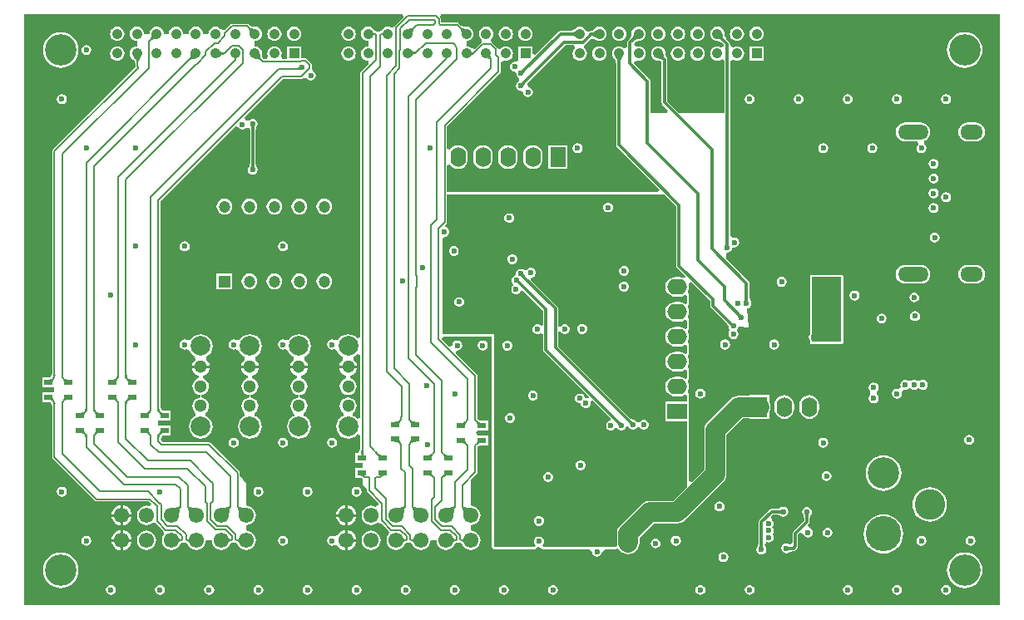
<source format=gbl>
G04*
G04 #@! TF.GenerationSoftware,Altium Limited,Altium Designer,25.2.1 (25)*
G04*
G04 Layer_Physical_Order=4*
G04 Layer_Color=16711680*
%FSLAX25Y25*%
%MOIN*%
G70*
G04*
G04 #@! TF.SameCoordinates,382838D2-828E-4769-9F82-A9EE904C746A*
G04*
G04*
G04 #@! TF.FilePolarity,Positive*
G04*
G01*
G75*
%ADD82C,0.05118*%
%ADD84C,0.01181*%
%ADD87C,0.07874*%
%ADD88C,0.00709*%
%ADD90C,0.07874*%
%ADD91C,0.14173*%
%ADD92C,0.12598*%
%ADD93C,0.12205*%
%ADD94C,0.04134*%
%ADD95R,0.04134X0.04134*%
%ADD96O,0.06299X0.07874*%
%ADD97R,0.06299X0.07874*%
%ADD98O,0.12205X0.05906*%
%ADD99O,0.09055X0.05906*%
%ADD100C,0.06102*%
%ADD101O,0.07874X0.06299*%
%ADD102R,0.07874X0.06299*%
%ADD103C,0.04724*%
%ADD104R,0.04724X0.04724*%
%ADD105C,0.02362*%
%ADD113R,0.03543X0.02362*%
G36*
X305709Y238642D02*
X392126D01*
Y1732D01*
X1181D01*
X1181Y238740D01*
X91831Y238740D01*
X152596Y238740D01*
X153085Y237559D01*
X149487Y233961D01*
X149473Y233941D01*
X148692Y233557D01*
X148112Y233440D01*
X148091Y233442D01*
X147596Y233647D01*
X146851Y233745D01*
X146106Y233647D01*
X145411Y233359D01*
X144815Y232902D01*
X144358Y232306D01*
X144280Y232117D01*
X144254Y232086D01*
X144234Y232046D01*
X144216Y232041D01*
X144180Y232033D01*
X144127Y232027D01*
X144027Y232023D01*
X143889Y231990D01*
X143750Y231962D01*
X143737Y231954D01*
X143723Y231950D01*
X143608Y231867D01*
X143601Y231862D01*
X143465Y231821D01*
X143231Y231781D01*
X142914Y231772D01*
X142595Y231781D01*
X142455Y231792D01*
X142227Y231862D01*
X142220Y231867D01*
X142105Y231950D01*
X142090Y231954D01*
X142078Y231962D01*
X141938Y231990D01*
X141800Y232023D01*
X141700Y232027D01*
X141647Y232033D01*
X141611Y232041D01*
X141594Y232046D01*
X141573Y232086D01*
X141548Y232117D01*
X141470Y232306D01*
X141013Y232902D01*
X140416Y233359D01*
X139722Y233647D01*
X138977Y233745D01*
X138232Y233647D01*
X137537Y233359D01*
X136941Y232902D01*
X136484Y232306D01*
X136196Y231611D01*
X136098Y230866D01*
X136196Y230121D01*
X136484Y229427D01*
X136941Y228830D01*
X137537Y228373D01*
X138232Y228085D01*
X138977Y227987D01*
X139046Y227928D01*
X139092Y225974D01*
X138977Y225871D01*
X138232Y225773D01*
X137537Y225485D01*
X136941Y225028D01*
X136484Y224432D01*
X136196Y223737D01*
X136098Y222992D01*
X136196Y222247D01*
X136484Y221553D01*
X136941Y220956D01*
X137537Y220499D01*
X138232Y220211D01*
X138977Y220113D01*
X139028Y220069D01*
X139111Y218886D01*
X135959Y215734D01*
X135770Y215451D01*
X135704Y215118D01*
Y109117D01*
X134523Y108716D01*
X134275Y109039D01*
X133288Y109796D01*
X132139Y110272D01*
X130905Y110434D01*
X129672Y110272D01*
X128523Y109796D01*
X127536Y109039D01*
X126932Y108252D01*
X126505Y108037D01*
X125472Y107983D01*
X125217Y108153D01*
X124449Y108306D01*
X123681Y108153D01*
X123030Y107719D01*
X122594Y107067D01*
X122442Y106299D01*
X122594Y105531D01*
X123030Y104880D01*
X123681Y104445D01*
X124449Y104292D01*
X125113Y104424D01*
X125263Y104426D01*
X126525Y103899D01*
X126779Y103287D01*
X127536Y102300D01*
X128523Y101542D01*
X128577Y101520D01*
X128614Y101449D01*
X128696Y100192D01*
X128367Y99940D01*
X127797Y99196D01*
X127438Y98331D01*
X127382Y97902D01*
X130905D01*
X134429D01*
X134373Y98331D01*
X134014Y99196D01*
X133444Y99940D01*
X133115Y100192D01*
X133197Y101449D01*
X133234Y101520D01*
X133288Y101542D01*
X134275Y102300D01*
X134523Y102622D01*
X135704Y102222D01*
Y76833D01*
X134523Y76433D01*
X134275Y76755D01*
X133288Y77513D01*
X133014Y77626D01*
X132886Y77961D01*
X132888Y78957D01*
X133292Y79267D01*
X133829Y79966D01*
X134166Y80780D01*
X134281Y81653D01*
X134166Y82527D01*
X133829Y83341D01*
X133292Y84040D01*
X132593Y84577D01*
X131779Y84914D01*
X131164Y84995D01*
Y86186D01*
X131779Y86267D01*
X132593Y86604D01*
X133292Y87141D01*
X133829Y87840D01*
X134166Y88654D01*
X134281Y89527D01*
X134166Y90401D01*
X133829Y91215D01*
X133292Y91914D01*
X132593Y92451D01*
X131875Y92748D01*
X131788Y92964D01*
X131835Y93934D01*
X132700Y94293D01*
X133444Y94863D01*
X134014Y95607D01*
X134373Y96473D01*
X134429Y96902D01*
X130905D01*
X127382D01*
X127438Y96473D01*
X127797Y95607D01*
X128367Y94863D01*
X129111Y94293D01*
X129976Y93934D01*
X130023Y92964D01*
X129936Y92748D01*
X129218Y92451D01*
X128519Y91914D01*
X127982Y91215D01*
X127645Y90401D01*
X127530Y89527D01*
X127645Y88654D01*
X127982Y87840D01*
X128519Y87141D01*
X129218Y86604D01*
X130032Y86267D01*
X130648Y86186D01*
Y84995D01*
X130032Y84914D01*
X129218Y84577D01*
X128519Y84040D01*
X127982Y83341D01*
X127645Y82527D01*
X127530Y81653D01*
X127645Y80780D01*
X127982Y79966D01*
X128519Y79267D01*
X128923Y78957D01*
X128925Y77961D01*
X128797Y77626D01*
X128523Y77513D01*
X127536Y76755D01*
X126779Y75768D01*
X126303Y74619D01*
X126140Y73386D01*
X126303Y72153D01*
X126779Y71003D01*
X127536Y70016D01*
X128523Y69259D01*
X129672Y68783D01*
X130905Y68621D01*
X132139Y68783D01*
X133288Y69259D01*
X134275Y70016D01*
X134523Y70339D01*
X135704Y69938D01*
Y64294D01*
X135668Y64271D01*
X135661Y64262D01*
X135653Y64257D01*
X135572Y64135D01*
X135487Y64015D01*
X135485Y64005D01*
X135479Y63996D01*
X135450Y63852D01*
X135418Y63709D01*
X135415Y63618D01*
X135394Y63599D01*
X135298Y63536D01*
X135274Y63500D01*
X135241Y63472D01*
X135188Y63371D01*
X135124Y63275D01*
X135116Y63233D01*
X135096Y63195D01*
X135086Y63081D01*
X135063Y62968D01*
X133916Y62795D01*
X133858D01*
Y58858D01*
X136575D01*
Y56890D01*
X133858D01*
Y52953D01*
X135833D01*
X135855Y52947D01*
X135891Y52934D01*
X135932Y52914D01*
X135981Y52887D01*
X136035Y52851D01*
X136095Y52806D01*
X136161Y52750D01*
X136246Y52669D01*
X136279Y52648D01*
X136305Y52618D01*
X136410Y52565D01*
X136510Y52502D01*
X136549Y52495D01*
X136575Y52482D01*
Y50110D01*
X138377Y48473D01*
Y47681D01*
X138443Y47348D01*
X138632Y47065D01*
X142998Y42699D01*
X142911Y41984D01*
X142692Y41759D01*
X141727Y41279D01*
X141148Y41519D01*
X140146Y41651D01*
X139144Y41519D01*
X138210Y41133D01*
X137408Y40517D01*
X136793Y39715D01*
X136406Y38782D01*
X136274Y37780D01*
X136406Y36777D01*
X136793Y35844D01*
X137408Y35042D01*
X138210Y34427D01*
X139144Y34040D01*
X140146Y33908D01*
X141148Y34040D01*
X142081Y34427D01*
X142453Y34712D01*
X143193Y34934D01*
X144059Y34634D01*
X144339Y34355D01*
X144339Y34355D01*
X147001Y31693D01*
X147291Y30854D01*
X147091Y30105D01*
X146793Y29715D01*
X146406Y28782D01*
X146274Y27779D01*
X146406Y26777D01*
X146793Y25844D01*
X147408Y25042D01*
X148210Y24427D01*
X149144Y24040D01*
X150146Y23908D01*
X151148Y24040D01*
X152082Y24427D01*
X152883Y25042D01*
X153499Y25844D01*
X153776Y26514D01*
X153792Y26537D01*
X153793Y26545D01*
X153798Y26552D01*
X153816Y26600D01*
X153823Y26602D01*
X153861Y26611D01*
X153919Y26619D01*
X154031Y26623D01*
X154168Y26656D01*
X154306Y26684D01*
X154319Y26693D01*
X154335Y26696D01*
X154449Y26779D01*
X154460Y26787D01*
X154603Y26830D01*
X154822Y26866D01*
X155076Y26875D01*
X155146Y26876D01*
X155216Y26875D01*
X155553Y26864D01*
X155589Y26860D01*
X155831Y26787D01*
X155842Y26779D01*
X155956Y26696D01*
X155972Y26693D01*
X155985Y26684D01*
X156124Y26656D01*
X156261Y26623D01*
X156372Y26619D01*
X156431Y26611D01*
X156468Y26602D01*
X156475Y26600D01*
X156494Y26552D01*
X156498Y26545D01*
X156500Y26537D01*
X156515Y26514D01*
X156793Y25844D01*
X157408Y25042D01*
X158210Y24427D01*
X159144Y24040D01*
X160146Y23908D01*
X161148Y24040D01*
X162082Y24427D01*
X162883Y25042D01*
X163499Y25844D01*
X163885Y26777D01*
X164017Y27779D01*
X166274D01*
X166406Y26777D01*
X166793Y25844D01*
X167408Y25042D01*
X168210Y24427D01*
X169144Y24040D01*
X170146Y23908D01*
X171148Y24040D01*
X172081Y24427D01*
X172883Y25042D01*
X173499Y25844D01*
X173776Y26514D01*
X173792Y26537D01*
X173793Y26545D01*
X173798Y26552D01*
X173816Y26600D01*
X173823Y26602D01*
X173861Y26611D01*
X173919Y26619D01*
X174030Y26623D01*
X174168Y26656D01*
X174306Y26684D01*
X174319Y26693D01*
X174335Y26696D01*
X174449Y26779D01*
X174460Y26787D01*
X174703Y26860D01*
X174738Y26864D01*
X175076Y26875D01*
X175146Y26876D01*
X175216Y26875D01*
X175554Y26864D01*
X175589Y26860D01*
X175831Y26787D01*
X175842Y26779D01*
X175956Y26696D01*
X175972Y26693D01*
X175985Y26684D01*
X176124Y26656D01*
X176261Y26623D01*
X176372Y26619D01*
X176431Y26611D01*
X176468Y26602D01*
X176475Y26600D01*
X176494Y26552D01*
X176498Y26545D01*
X176500Y26537D01*
X176515Y26514D01*
X176793Y25844D01*
X177408Y25042D01*
X178210Y24427D01*
X179144Y24040D01*
X180146Y23908D01*
X181148Y24040D01*
X182081Y24427D01*
X182883Y25042D01*
X183499Y25844D01*
X183886Y26777D01*
X184017Y27779D01*
X183886Y28782D01*
X183499Y29715D01*
X182883Y30517D01*
X182081Y31133D01*
X181148Y31519D01*
X180146Y31651D01*
Y33908D01*
X181148Y34040D01*
X182081Y34427D01*
X182883Y35042D01*
X183499Y35844D01*
X183886Y36777D01*
X184017Y37780D01*
X183886Y38782D01*
X183499Y39715D01*
X182883Y40517D01*
X182081Y41133D01*
X181148Y41519D01*
X180146Y41651D01*
Y52090D01*
X182466Y54411D01*
X182655Y54693D01*
X182721Y55027D01*
Y64305D01*
X182871Y65440D01*
X183023Y65468D01*
X183175Y65494D01*
X183177Y65496D01*
X183179Y65496D01*
X183310Y65579D01*
X183439Y65662D01*
X183524Y65742D01*
X183590Y65798D01*
X183650Y65844D01*
X183704Y65879D01*
X183753Y65907D01*
X183794Y65926D01*
X183830Y65939D01*
X183852Y65945D01*
X187008D01*
Y69882D01*
X182718D01*
X182233Y71063D01*
X183031Y71850D01*
X187008D01*
Y75787D01*
X183852D01*
X183830Y75793D01*
X183794Y75806D01*
X183753Y75826D01*
X183704Y75853D01*
X183650Y75889D01*
X183590Y75934D01*
X183524Y75990D01*
X183439Y76071D01*
X183310Y76153D01*
X183179Y76236D01*
X183177Y76237D01*
X183175Y76238D01*
X183023Y76264D01*
X182871Y76292D01*
X182721Y77427D01*
Y93802D01*
X182655Y94135D01*
X182466Y94418D01*
X174086Y102798D01*
X174525Y103726D01*
X174648Y103907D01*
X175374Y104051D01*
X176025Y104486D01*
X176461Y105137D01*
X176613Y105905D01*
X176461Y106674D01*
X176025Y107325D01*
X175374Y107760D01*
X174606Y107913D01*
X173838Y107760D01*
X173187Y107325D01*
X172752Y106674D01*
X172607Y105947D01*
X172427Y105824D01*
X171498Y105385D01*
X168488Y108396D01*
X168489Y108409D01*
X169022Y109532D01*
X188567D01*
Y65354D01*
Y25098D01*
X188628Y24791D01*
X188802Y24531D01*
X189063Y24357D01*
X189370Y24296D01*
X205610D01*
X205918Y24357D01*
X206178Y24531D01*
X206352Y24791D01*
X206852Y25073D01*
X208215Y24791D01*
X208389Y24531D01*
X208649Y24357D01*
X208957Y24296D01*
X227643D01*
X228603Y23228D01*
X228756Y22460D01*
X229191Y21809D01*
X229842Y21374D01*
X230610Y21221D01*
X231378Y21374D01*
X232029Y21809D01*
X232465Y22460D01*
X232617Y23228D01*
X233577Y24296D01*
X238222D01*
X238300Y24311D01*
X238380Y24311D01*
X238750Y24391D01*
X239518Y24002D01*
X239712Y23861D01*
X239736Y23842D01*
X239946Y23568D01*
X240873Y22857D01*
X241952Y22410D01*
X243110Y22257D01*
X244268Y22410D01*
X245348Y22857D01*
X246275Y23568D01*
X246986Y24495D01*
X247433Y25574D01*
X247586Y26732D01*
Y28703D01*
X253483Y34600D01*
X262894D01*
X264052Y34752D01*
X265131Y35199D01*
X266058Y35910D01*
X281216Y51068D01*
X281927Y51995D01*
X282374Y53074D01*
X282526Y54232D01*
Y70095D01*
X289216Y76784D01*
X291772D01*
Y76535D01*
X299646D01*
Y79170D01*
X300031Y80102D01*
X300184Y81260D01*
X300031Y82418D01*
X299646Y83350D01*
Y85984D01*
X291772D01*
Y85735D01*
X287362D01*
X286204Y85583D01*
X285124Y85136D01*
X284198Y84424D01*
X274887Y75113D01*
X274176Y74186D01*
X273728Y73107D01*
X273576Y71949D01*
Y56086D01*
X268626Y51136D01*
X267535Y51588D01*
Y62992D01*
Y75512D01*
X267520Y75589D01*
Y83308D01*
X267535Y83386D01*
Y85911D01*
X267510Y86039D01*
X267493Y86169D01*
X267479Y86192D01*
X267474Y86218D01*
X267401Y86327D01*
X267336Y86440D01*
X267315Y86456D01*
X267300Y86478D01*
X267022Y87463D01*
X267418Y88421D01*
X267554Y89449D01*
X267418Y90477D01*
X267022Y91434D01*
X267300Y92419D01*
X267315Y92441D01*
X267336Y92458D01*
X267401Y92571D01*
X267474Y92680D01*
X267479Y92706D01*
X267493Y92729D01*
X267510Y92859D01*
X267535Y92987D01*
Y95911D01*
X267510Y96039D01*
X267493Y96169D01*
X267479Y96192D01*
X267474Y96218D01*
X267401Y96327D01*
X267336Y96440D01*
X267315Y96456D01*
X267300Y96478D01*
X267022Y97463D01*
X267418Y98421D01*
X267554Y99449D01*
X267418Y100477D01*
X267022Y101434D01*
X267300Y102419D01*
X267315Y102442D01*
X267336Y102458D01*
X267401Y102571D01*
X267474Y102680D01*
X267479Y102706D01*
X267493Y102729D01*
X267510Y102859D01*
X267535Y102987D01*
Y105911D01*
X267510Y106039D01*
X267493Y106169D01*
X267479Y106192D01*
X267474Y106218D01*
X267401Y106327D01*
X267336Y106440D01*
X267315Y106456D01*
X267300Y106478D01*
X267022Y107463D01*
X267418Y108421D01*
X267554Y109449D01*
X267418Y110477D01*
X267022Y111434D01*
X267300Y112419D01*
X267315Y112442D01*
X267336Y112458D01*
X267401Y112571D01*
X267474Y112680D01*
X267479Y112706D01*
X267493Y112729D01*
X267510Y112859D01*
X267535Y112987D01*
Y115911D01*
X267510Y116039D01*
X267493Y116169D01*
X267479Y116192D01*
X267474Y116218D01*
X267401Y116327D01*
X267336Y116440D01*
X267315Y116456D01*
X267300Y116478D01*
X267022Y117463D01*
X267418Y118421D01*
X267554Y119449D01*
X267418Y120477D01*
X267022Y121434D01*
X267300Y122419D01*
X267315Y122441D01*
X267336Y122458D01*
X267401Y122571D01*
X267474Y122680D01*
X267479Y122706D01*
X267493Y122729D01*
X267510Y122859D01*
X267535Y122987D01*
Y125911D01*
X267510Y126039D01*
X267493Y126169D01*
X267479Y126192D01*
X267474Y126218D01*
X267401Y126327D01*
X267336Y126440D01*
X267315Y126456D01*
X267300Y126478D01*
X267022Y127463D01*
X267418Y128421D01*
X267554Y129449D01*
X267418Y130477D01*
X267249Y130887D01*
X268250Y131556D01*
X275955Y123850D01*
Y121850D01*
X275955Y121850D01*
X276040Y121425D01*
X276281Y121064D01*
X282840Y114505D01*
X282831Y114463D01*
X282835Y114442D01*
X282831Y114421D01*
X282862Y114289D01*
X282887Y114155D01*
X282898Y114137D01*
X282903Y114116D01*
X282982Y114006D01*
X283056Y113891D01*
X283127Y113817D01*
X283241Y113684D01*
X283270Y113645D01*
X283293Y113609D01*
X283431Y112913D01*
X283866Y112262D01*
X283480Y111201D01*
X283328Y110433D01*
X283480Y109665D01*
X283915Y109014D01*
X284567Y108579D01*
X285335Y108426D01*
X286103Y108579D01*
X286754Y109014D01*
X287189Y109665D01*
X287342Y110433D01*
X287189Y111201D01*
X286754Y111852D01*
X287140Y112913D01*
X287260Y113518D01*
X291339Y113189D01*
X290713Y120820D01*
X291319Y120941D01*
X291970Y121376D01*
X292406Y122027D01*
X292558Y122795D01*
X292406Y123563D01*
X291970Y124214D01*
X291970Y124215D01*
X291968Y124224D01*
X291961Y124269D01*
X291946Y124440D01*
X291944Y124542D01*
X291913Y124688D01*
X291883Y124834D01*
X291879Y124840D01*
X291878Y124848D01*
X291792Y124970D01*
X291709Y125094D01*
X291703Y125099D01*
X291699Y125105D01*
X291663Y125128D01*
Y130965D01*
X291579Y131390D01*
X291337Y131751D01*
X291337Y131751D01*
X282480Y140609D01*
X282490Y142955D01*
X282874Y143269D01*
X283642Y143421D01*
X284293Y143856D01*
X284608Y144328D01*
X284728Y144508D01*
X284728Y144508D01*
X284881Y145276D01*
X285630Y145237D01*
X286398Y145390D01*
X287049Y145825D01*
X287484Y146476D01*
X287637Y147244D01*
X287484Y148012D01*
X287049Y148663D01*
X286398Y149098D01*
X285630Y149251D01*
X285167Y149159D01*
X284264Y149669D01*
X283986Y149934D01*
Y219998D01*
X285167Y220580D01*
X285273Y220499D01*
X285967Y220211D01*
X286713Y220113D01*
X287458Y220211D01*
X288152Y220499D01*
X288748Y220956D01*
X289206Y221553D01*
X289493Y222247D01*
X289591Y222992D01*
X289493Y223737D01*
X289206Y224432D01*
X288748Y225028D01*
X288152Y225485D01*
X287458Y225773D01*
X286713Y225871D01*
X285967Y225773D01*
X285273Y225485D01*
X285167Y225404D01*
X283986Y225987D01*
Y226831D01*
X283986Y226831D01*
X283901Y227256D01*
X283660Y227617D01*
X282330Y228947D01*
X282335Y228968D01*
X282333Y228987D01*
X282336Y229006D01*
X282310Y229141D01*
X282289Y229278D01*
X282279Y229294D01*
X282275Y229313D01*
X282199Y229428D01*
X282128Y229546D01*
X282032Y229652D01*
X281969Y229736D01*
X281912Y229829D01*
X281861Y229931D01*
X281817Y230046D01*
X281778Y230175D01*
X281748Y230318D01*
X281725Y230476D01*
X281712Y230649D01*
X281709Y230802D01*
X281717Y230866D01*
X281619Y231611D01*
X281332Y232306D01*
X280874Y232902D01*
X280278Y233359D01*
X279584Y233647D01*
X278838Y233745D01*
X278093Y233647D01*
X277399Y233359D01*
X276803Y232902D01*
X276345Y232306D01*
X276058Y231611D01*
X275959Y230866D01*
X276058Y230121D01*
X276345Y229427D01*
X276803Y228830D01*
X277399Y228373D01*
X278093Y228085D01*
X278838Y227987D01*
X278902Y227996D01*
X279056Y227993D01*
X279229Y227980D01*
X279387Y227957D01*
X279530Y227926D01*
X279658Y227888D01*
X279773Y227843D01*
X279876Y227793D01*
X279969Y227736D01*
X280053Y227673D01*
X280158Y227577D01*
X280277Y227506D01*
X280391Y227429D01*
X280410Y227426D01*
X280427Y227416D01*
X280563Y227395D01*
X280669Y227374D01*
X281356Y226414D01*
X281365Y226401D01*
X281310Y226173D01*
X280909Y225906D01*
X280006Y225598D01*
X279584Y225773D01*
X278838Y225871D01*
X278093Y225773D01*
X277399Y225485D01*
X276803Y225028D01*
X276345Y224432D01*
X276058Y223737D01*
X275959Y222992D01*
X276058Y222247D01*
X276345Y221553D01*
X276803Y220956D01*
X277399Y220499D01*
X278093Y220211D01*
X278838Y220113D01*
X279584Y220211D01*
X280278Y220499D01*
X280581Y220731D01*
X281551Y220387D01*
X281762Y220209D01*
Y199213D01*
X263344D01*
X258789Y203768D01*
Y220531D01*
X258789Y220531D01*
X258704Y220957D01*
X258686Y220984D01*
X258714Y221094D01*
X258711Y221113D01*
X258714Y221132D01*
X258687Y221267D01*
X258667Y221404D01*
X258657Y221420D01*
X258653Y221439D01*
X258577Y221554D01*
X258506Y221672D01*
X258410Y221778D01*
X258347Y221862D01*
X258290Y221954D01*
X258239Y222057D01*
X258194Y222172D01*
X258156Y222301D01*
X258126Y222444D01*
X258103Y222602D01*
X258090Y222775D01*
X258087Y222928D01*
X258095Y222992D01*
X257997Y223737D01*
X257710Y224432D01*
X257252Y225028D01*
X256656Y225485D01*
X255961Y225773D01*
X255216Y225871D01*
X254471Y225773D01*
X253777Y225485D01*
X253181Y225028D01*
X252723Y224432D01*
X252436Y223737D01*
X252337Y222992D01*
X252436Y222247D01*
X252723Y221553D01*
X253181Y220956D01*
X253777Y220499D01*
X254471Y220211D01*
X255216Y220113D01*
X255280Y220122D01*
X255434Y220119D01*
X255607Y220106D01*
X255765Y220083D01*
X255908Y220052D01*
X256036Y220014D01*
X256151Y219969D01*
X256254Y219919D01*
X256347Y219862D01*
X256431Y219799D01*
X256536Y219703D01*
X256565Y219686D01*
Y203307D01*
X256565Y203307D01*
X256650Y202882D01*
X256891Y202521D01*
X259108Y200304D01*
X258656Y199213D01*
X251998D01*
Y211910D01*
X251913Y212335D01*
X251672Y212696D01*
X251672Y212696D01*
X245561Y218807D01*
X245502Y219468D01*
X245778Y219748D01*
X246597Y220211D01*
X247342Y220113D01*
X248088Y220211D01*
X248782Y220499D01*
X249378Y220956D01*
X249836Y221553D01*
X250123Y222247D01*
X250221Y222992D01*
X250123Y223737D01*
X249836Y224432D01*
X249378Y225028D01*
X248782Y225485D01*
X248088Y225773D01*
X247342Y225871D01*
X246597Y225773D01*
X246548Y225752D01*
X245450Y226365D01*
X245475Y226516D01*
X245625Y227000D01*
X245790Y227429D01*
X245904Y227506D01*
X246023Y227577D01*
X246128Y227673D01*
X246212Y227736D01*
X246305Y227793D01*
X246408Y227843D01*
X246523Y227888D01*
X246651Y227926D01*
X246794Y227957D01*
X246952Y227980D01*
X247125Y227993D01*
X247278Y227996D01*
X247342Y227987D01*
X248088Y228085D01*
X248782Y228373D01*
X249378Y228830D01*
X249836Y229427D01*
X250123Y230121D01*
X250221Y230866D01*
X250123Y231611D01*
X249836Y232306D01*
X249378Y232902D01*
X248782Y233359D01*
X248088Y233647D01*
X247342Y233745D01*
X246597Y233647D01*
X245903Y233359D01*
X245307Y232902D01*
X244849Y232306D01*
X244562Y231611D01*
X244463Y230866D01*
X244472Y230802D01*
X244469Y230649D01*
X244456Y230476D01*
X244433Y230318D01*
X244403Y230175D01*
X244364Y230046D01*
X244320Y229931D01*
X244269Y229828D01*
X244212Y229736D01*
X244149Y229652D01*
X244053Y229546D01*
X243982Y229428D01*
X243905Y229313D01*
X243902Y229294D01*
X243892Y229278D01*
X243871Y229141D01*
X243844Y229006D01*
X243848Y228987D01*
X243845Y228968D01*
X243851Y228947D01*
X243013Y228109D01*
X242772Y227748D01*
X242687Y227323D01*
X242687Y227323D01*
Y225426D01*
X241506Y225025D01*
X241504Y225028D01*
X240908Y225485D01*
X240213Y225773D01*
X239468Y225871D01*
X238723Y225773D01*
X238029Y225485D01*
X237433Y225028D01*
X236975Y224432D01*
X236687Y223737D01*
X236589Y222992D01*
X236687Y222247D01*
X236975Y221553D01*
X237433Y220956D01*
X237484Y220917D01*
X237590Y220807D01*
X237703Y220675D01*
X237799Y220547D01*
X237878Y220425D01*
X237942Y220307D01*
X237992Y220194D01*
X238029Y220085D01*
X238054Y219980D01*
X238069Y219876D01*
X238076Y219733D01*
X238109Y219599D01*
X238136Y219464D01*
X238147Y219448D01*
X238152Y219429D01*
X238233Y219318D01*
X238310Y219203D01*
X238326Y219193D01*
X238338Y219177D01*
X238356Y219166D01*
Y186319D01*
X238356Y186319D01*
X238441Y185893D01*
X238682Y185533D01*
X255687Y168528D01*
X255235Y167437D01*
X170499D01*
Y178164D01*
X170543Y178189D01*
X171680Y178466D01*
X172113Y177901D01*
X172936Y177270D01*
X173893Y176873D01*
X174921Y176738D01*
X175949Y176873D01*
X176907Y177270D01*
X177729Y177901D01*
X178360Y178723D01*
X178757Y179681D01*
X178892Y180709D01*
Y182283D01*
X178757Y183311D01*
X178360Y184269D01*
X177729Y185091D01*
X176907Y185722D01*
X175949Y186119D01*
X174921Y186254D01*
X173893Y186119D01*
X172936Y185722D01*
X172113Y185091D01*
X171680Y184526D01*
X170543Y184803D01*
X170499Y184828D01*
Y193861D01*
X191807Y215169D01*
X191996Y215452D01*
X192062Y215785D01*
Y219549D01*
X193243Y220255D01*
X193350Y220211D01*
X194095Y220113D01*
X194840Y220211D01*
X195534Y220499D01*
X196131Y220956D01*
X196588Y221553D01*
X196876Y222247D01*
X196974Y222992D01*
X196876Y223737D01*
X196588Y224432D01*
X196131Y225028D01*
X195534Y225485D01*
X194840Y225773D01*
X194095Y225871D01*
X193350Y225773D01*
X192656Y225485D01*
X192059Y225028D01*
X191925Y224853D01*
X191893Y224850D01*
X190721Y225082D01*
X190532Y225365D01*
X188608Y227289D01*
X188326Y227478D01*
X188066Y228572D01*
X188075Y228691D01*
X188257Y228830D01*
X188714Y229427D01*
X189002Y230121D01*
X189100Y230866D01*
X189002Y231611D01*
X188714Y232306D01*
X188257Y232902D01*
X187660Y233359D01*
X186966Y233647D01*
X186221Y233745D01*
X185476Y233647D01*
X184781Y233359D01*
X184185Y232902D01*
X183728Y232306D01*
X183440Y231611D01*
X183342Y230866D01*
X183440Y230121D01*
X183728Y229427D01*
X184185Y228830D01*
X184400Y228665D01*
X184435Y228175D01*
X184331Y227454D01*
X184274Y227337D01*
X184202Y227289D01*
X181876Y224963D01*
X181849Y224943D01*
X181815Y224926D01*
X180383Y225028D01*
X179786Y225485D01*
X179092Y225773D01*
X178361Y225869D01*
X178355Y227988D01*
X179092Y228085D01*
X179786Y228373D01*
X180383Y228830D01*
X180840Y229427D01*
X181128Y230121D01*
X181226Y230866D01*
X181128Y231611D01*
X180840Y232306D01*
X180383Y232902D01*
X179786Y233359D01*
X179092Y233647D01*
X178347Y233745D01*
X178286Y233737D01*
X177802Y233750D01*
X177594Y233769D01*
X177404Y233797D01*
X177242Y233830D01*
X177108Y233869D01*
X177003Y233908D01*
X176927Y233946D01*
X176878Y233978D01*
X176805Y234041D01*
X176694Y234104D01*
X176588Y234175D01*
X176559Y234181D01*
X176533Y234196D01*
X176406Y234211D01*
X176281Y234236D01*
X176251Y234231D01*
X176222Y234234D01*
X176213Y234232D01*
X175219Y235226D01*
X174937Y235415D01*
X174603Y235481D01*
X168139D01*
Y236766D01*
X168072Y237099D01*
X167884Y237382D01*
X167707Y237559D01*
X168196Y238740D01*
X305709Y238740D01*
Y238642D01*
D02*
G37*
G36*
X176394Y233336D02*
X176528Y233248D01*
X176681Y233172D01*
X176856Y233106D01*
X177050Y233050D01*
X177265Y233006D01*
X177500Y232972D01*
X177755Y232948D01*
X178326Y232933D01*
X176280Y230887D01*
X176278Y231183D01*
X176242Y231713D01*
X176207Y231948D01*
X176163Y232163D01*
X176107Y232358D01*
X176041Y232532D01*
X175965Y232685D01*
X175877Y232819D01*
X175779Y232932D01*
X176281Y233434D01*
X176394Y233336D01*
D02*
G37*
G36*
X157292Y232932D02*
X157194Y232819D01*
X157107Y232685D01*
X157030Y232532D01*
X156965Y232358D01*
X156909Y232163D01*
X156864Y231948D01*
X156830Y231713D01*
X156807Y231458D01*
X156792Y230887D01*
X154745Y232933D01*
X155041Y232935D01*
X155572Y232972D01*
X155807Y233006D01*
X156022Y233050D01*
X156216Y233106D01*
X156390Y233172D01*
X156544Y233248D01*
X156678Y233336D01*
X156791Y233434D01*
X157292Y232932D01*
D02*
G37*
G36*
X144966Y230018D02*
X144917Y230112D01*
X144858Y230196D01*
X144791Y230270D01*
X144714Y230334D01*
X144628Y230388D01*
X144532Y230433D01*
X144427Y230467D01*
X144313Y230492D01*
X144190Y230507D01*
X144057Y230512D01*
Y231221D01*
X144190Y231225D01*
X144313Y231240D01*
X144427Y231265D01*
X144532Y231299D01*
X144628Y231344D01*
X144714Y231398D01*
X144791Y231462D01*
X144858Y231536D01*
X144917Y231620D01*
X144966Y231714D01*
Y230018D01*
D02*
G37*
G36*
X140911Y231620D02*
X140969Y231536D01*
X141037Y231462D01*
X141114Y231398D01*
X141200Y231344D01*
X141295Y231299D01*
X141400Y231265D01*
X141514Y231240D01*
X141638Y231225D01*
X141770Y231221D01*
Y230512D01*
X141638Y230507D01*
X141514Y230492D01*
X141400Y230467D01*
X141295Y230433D01*
X141200Y230388D01*
X141114Y230334D01*
X141037Y230270D01*
X140969Y230196D01*
X140911Y230112D01*
X140862Y230018D01*
Y231714D01*
X140911Y231620D01*
D02*
G37*
G36*
X280909Y230611D02*
X280927Y230388D01*
X280957Y230176D01*
X281000Y229976D01*
X281056Y229786D01*
X281126Y229608D01*
X281208Y229441D01*
X281304Y229285D01*
X281412Y229140D01*
X281534Y229006D01*
X280698Y228171D01*
X280565Y228292D01*
X280420Y228401D01*
X280264Y228497D01*
X280097Y228579D01*
X279919Y228648D01*
X279729Y228705D01*
X279528Y228748D01*
X279316Y228778D01*
X279093Y228795D01*
X278859Y228799D01*
X280905Y230845D01*
X280909Y230611D01*
D02*
G37*
G36*
X247322Y228799D02*
X247088Y228795D01*
X246865Y228778D01*
X246653Y228748D01*
X246452Y228705D01*
X246262Y228648D01*
X246084Y228579D01*
X245917Y228497D01*
X245761Y228401D01*
X245616Y228292D01*
X245482Y228171D01*
X244647Y229006D01*
X244769Y229140D01*
X244877Y229285D01*
X244973Y229441D01*
X245055Y229608D01*
X245125Y229786D01*
X245181Y229976D01*
X245224Y230176D01*
X245254Y230388D01*
X245271Y230611D01*
X245276Y230845D01*
X247322Y228799D01*
D02*
G37*
G36*
X180249Y223826D02*
X180317Y223735D01*
X180394Y223654D01*
X180479Y223585D01*
X180574Y223525D01*
X180678Y223477D01*
X180790Y223439D01*
X180912Y223412D01*
X181042Y223396D01*
X181182Y223391D01*
Y222682D01*
X181045Y222677D01*
X180918Y222661D01*
X180800Y222633D01*
X180691Y222595D01*
X180591Y222546D01*
X180500Y222486D01*
X180419Y222415D01*
X180346Y222333D01*
X180283Y222240D01*
X180228Y222136D01*
X180190Y223928D01*
X180249Y223826D01*
D02*
G37*
G36*
X156347Y224302D02*
X156511Y224164D01*
X156676Y224041D01*
X156841Y223935D01*
X157006Y223846D01*
X157171Y223772D01*
X157336Y223715D01*
X157502Y223674D01*
X157668Y223650D01*
X157835Y223642D01*
Y222933D01*
X157680Y222924D01*
X157531Y222896D01*
X157388Y222849D01*
X157250Y222784D01*
X157118Y222700D01*
X156991Y222597D01*
X156869Y222476D01*
X156753Y222336D01*
X156643Y222177D01*
X156538Y221999D01*
X156183Y224457D01*
X156347Y224302D01*
D02*
G37*
G36*
X188090Y222081D02*
X188056Y221939D01*
X188038Y221802D01*
X188036Y221669D01*
X188051Y221540D01*
X188082Y221415D01*
X188129Y221295D01*
X188193Y221180D01*
X188274Y221068D01*
X188371Y220961D01*
X187869Y220460D01*
X187751Y220568D01*
X187628Y220664D01*
X187500Y220745D01*
X187367Y220813D01*
X187229Y220868D01*
X187086Y220909D01*
X186937Y220937D01*
X186784Y220951D01*
X186625Y220952D01*
X186461Y220939D01*
X188141Y222227D01*
X188090Y222081D01*
D02*
G37*
G36*
X257287Y222737D02*
X257305Y222514D01*
X257335Y222302D01*
X257378Y222102D01*
X257434Y221912D01*
X257504Y221734D01*
X257586Y221567D01*
X257681Y221411D01*
X257790Y221266D01*
X257911Y221132D01*
X257076Y220297D01*
X256943Y220419D01*
X256798Y220527D01*
X256642Y220622D01*
X256475Y220705D01*
X256296Y220774D01*
X256107Y220830D01*
X255906Y220874D01*
X255694Y220904D01*
X255471Y220921D01*
X255237Y220925D01*
X257283Y222972D01*
X257287Y222737D01*
D02*
G37*
G36*
X240753Y221347D02*
X240607Y221178D01*
X240478Y221006D01*
X240367Y220834D01*
X240273Y220660D01*
X240196Y220485D01*
X240136Y220308D01*
X240093Y220131D01*
X240068Y219952D01*
X240059Y219771D01*
X238878D01*
X238869Y219952D01*
X238844Y220131D01*
X238801Y220308D01*
X238741Y220485D01*
X238664Y220660D01*
X238569Y220834D01*
X238458Y221006D01*
X238330Y221178D01*
X238184Y221347D01*
X238021Y221516D01*
X240915D01*
X240753Y221347D01*
D02*
G37*
G36*
X283467Y146880D02*
X283486Y146651D01*
X283502Y146550D01*
X283524Y146457D01*
X283550Y146372D01*
X283580Y146296D01*
X283616Y146229D01*
X283656Y146170D01*
X283701Y146119D01*
X282047D01*
X282092Y146170D01*
X282132Y146229D01*
X282168Y146296D01*
X282198Y146372D01*
X282224Y146457D01*
X282246Y146550D01*
X282262Y146651D01*
X282274Y146762D01*
X282283Y147007D01*
X283465D01*
X283467Y146880D01*
D02*
G37*
G36*
X262372Y161843D02*
Y137894D01*
X262372Y137894D01*
X262457Y137468D01*
X262698Y137107D01*
X266202Y133604D01*
X266171Y133417D01*
X266001Y133268D01*
X265304Y132997D01*
X264610Y133284D01*
X263583Y133420D01*
X262008D01*
X260980Y133284D01*
X260022Y132888D01*
X259200Y132257D01*
X258569Y131434D01*
X258172Y130477D01*
X258037Y129449D01*
X258172Y128421D01*
X258569Y127463D01*
X259200Y126641D01*
X260022Y126010D01*
X260980Y125613D01*
X262008Y125478D01*
X263583D01*
X264610Y125613D01*
X265568Y126010D01*
X265945Y126299D01*
X266732Y125911D01*
Y122987D01*
X265945Y122599D01*
X265568Y122888D01*
X264610Y123284D01*
X263583Y123420D01*
X262008D01*
X260980Y123284D01*
X260022Y122888D01*
X259200Y122257D01*
X258569Y121434D01*
X258172Y120477D01*
X258037Y119449D01*
X258172Y118421D01*
X258569Y117463D01*
X259200Y116641D01*
X260022Y116010D01*
X260980Y115613D01*
X262008Y115478D01*
X263583D01*
X264610Y115613D01*
X265568Y116010D01*
X265945Y116299D01*
X266732Y115911D01*
Y112987D01*
X265945Y112599D01*
X265568Y112888D01*
X264610Y113285D01*
X263583Y113420D01*
X262008D01*
X260980Y113285D01*
X260022Y112888D01*
X259200Y112257D01*
X258569Y111434D01*
X258172Y110477D01*
X258037Y109449D01*
X258172Y108421D01*
X258569Y107463D01*
X259200Y106641D01*
X260022Y106010D01*
X260980Y105613D01*
X262008Y105478D01*
X263583D01*
X264610Y105613D01*
X265568Y106010D01*
X265945Y106299D01*
X266732Y105911D01*
Y102987D01*
X265945Y102599D01*
X265568Y102888D01*
X264610Y103285D01*
X263583Y103420D01*
X262008D01*
X260980Y103285D01*
X260022Y102888D01*
X259200Y102257D01*
X258569Y101434D01*
X258172Y100477D01*
X258037Y99449D01*
X258172Y98421D01*
X258569Y97463D01*
X259200Y96641D01*
X260022Y96010D01*
X260980Y95613D01*
X262008Y95478D01*
X263583D01*
X264610Y95613D01*
X265568Y96010D01*
X265945Y96299D01*
X266732Y95911D01*
Y92987D01*
X265945Y92599D01*
X265568Y92888D01*
X264610Y93284D01*
X263583Y93420D01*
X262008D01*
X260980Y93284D01*
X260022Y92888D01*
X259200Y92257D01*
X258569Y91434D01*
X258172Y90477D01*
X258037Y89449D01*
X258172Y88421D01*
X258569Y87463D01*
X259200Y86641D01*
X260022Y86010D01*
X260980Y85613D01*
X262008Y85478D01*
X263583D01*
X264610Y85613D01*
X265568Y86010D01*
X265945Y86299D01*
X266732Y85911D01*
Y83386D01*
X258071D01*
Y75512D01*
X266732D01*
Y62992D01*
Y49242D01*
X261040Y43550D01*
X251629D01*
X250470Y43398D01*
X249391Y42950D01*
X248464Y42239D01*
X239946Y33721D01*
X239234Y32794D01*
X238787Y31715D01*
X238635Y30556D01*
Y26732D01*
X238746Y25886D01*
X238222Y25098D01*
X231239D01*
X231002Y25197D01*
X230219D01*
X229981Y25098D01*
X208957D01*
X208630Y25886D01*
X208952Y26208D01*
X209252Y26931D01*
Y27714D01*
X208952Y28438D01*
X208399Y28992D01*
X207675Y29291D01*
X206892D01*
X206168Y28992D01*
X205615Y28438D01*
X205315Y27714D01*
Y26931D01*
X205615Y26208D01*
X205937Y25886D01*
X205610Y25098D01*
X189370D01*
Y65354D01*
Y110335D01*
X168602D01*
X168602Y148925D01*
X169390Y149508D01*
X169880D01*
X170603Y149808D01*
X171157Y150361D01*
X171457Y151085D01*
Y151868D01*
X171157Y152592D01*
X170603Y153145D01*
X170009Y153392D01*
X169800Y153881D01*
X169736Y154232D01*
X170244Y154740D01*
X170432Y155023D01*
X170499Y155356D01*
Y166634D01*
X257581D01*
X262372Y161843D01*
D02*
G37*
G36*
X291144Y124400D02*
X291163Y124171D01*
X291179Y124070D01*
X291201Y123977D01*
X291227Y123892D01*
X291258Y123816D01*
X291293Y123748D01*
X291333Y123689D01*
X291378Y123639D01*
X289724D01*
X289769Y123689D01*
X289809Y123748D01*
X289845Y123816D01*
X289876Y123892D01*
X289902Y123977D01*
X289923Y124070D01*
X289939Y124171D01*
X289951Y124281D01*
X289961Y124527D01*
X291142D01*
X291144Y124400D01*
D02*
G37*
G36*
X287671Y118837D02*
X287846Y118689D01*
X287929Y118629D01*
X288010Y118578D01*
X288088Y118537D01*
X288163Y118505D01*
X288236Y118482D01*
X288306Y118468D01*
X288374Y118465D01*
X287205Y117295D01*
X287201Y117363D01*
X287187Y117433D01*
X287165Y117506D01*
X287133Y117581D01*
X287091Y117659D01*
X287040Y117740D01*
X286980Y117824D01*
X286911Y117910D01*
X286744Y118090D01*
X287579Y118925D01*
X287671Y118837D01*
D02*
G37*
G36*
X284532Y115224D02*
X284707Y115077D01*
X284791Y115017D01*
X284872Y114967D01*
X284951Y114927D01*
X285027Y114896D01*
X285100Y114875D01*
X285171Y114863D01*
X285239Y114861D01*
X284105Y113658D01*
X284099Y113725D01*
X284084Y113794D01*
X284060Y113866D01*
X284026Y113941D01*
X283984Y114019D01*
X283932Y114099D01*
X283871Y114182D01*
X283722Y114357D01*
X283634Y114448D01*
X284440Y115312D01*
X284532Y115224D01*
D02*
G37*
G36*
X155698Y76938D02*
X155708Y76817D01*
X155726Y76709D01*
X155751Y76616D01*
X155783Y76536D01*
X155822Y76472D01*
X155868Y76421D01*
X155921Y76384D01*
X155981Y76362D01*
X156049Y76354D01*
X155130Y76366D01*
X154985Y77075D01*
X155694D01*
X155698Y76938D01*
D02*
G37*
G36*
X152350Y76366D02*
X151299Y76354D01*
X151367Y76362D01*
X151427Y76384D01*
X151480Y76420D01*
X151526Y76471D01*
X151565Y76536D01*
X151597Y76615D01*
X151622Y76709D01*
X151639Y76816D01*
X151650Y76938D01*
X151654Y77075D01*
X152362D01*
X152350Y76366D01*
D02*
G37*
G36*
X156215Y75788D02*
X156315Y75702D01*
X156415Y75626D01*
X156515Y75560D01*
X156615Y75504D01*
X156716Y75458D01*
X156816Y75421D01*
X156916Y75394D01*
X157016Y75377D01*
X157117Y75370D01*
X155930Y74576D01*
X155922Y74677D01*
X155905Y74777D01*
X155878Y74877D01*
X155842Y74977D01*
X155795Y75077D01*
X155739Y75178D01*
X155673Y75278D01*
X155597Y75378D01*
X155512Y75478D01*
X155416Y75578D01*
X156114Y75883D01*
X156215Y75788D01*
D02*
G37*
G36*
X152064Y75578D02*
X151969Y75478D01*
X151883Y75378D01*
X151807Y75278D01*
X151741Y75178D01*
X151685Y75077D01*
X151639Y74977D01*
X151602Y74877D01*
X151575Y74777D01*
X151558Y74677D01*
X151551Y74576D01*
X150364Y75370D01*
X150464Y75377D01*
X150564Y75394D01*
X150664Y75421D01*
X150765Y75458D01*
X150865Y75504D01*
X150965Y75560D01*
X151065Y75626D01*
X151165Y75702D01*
X151266Y75788D01*
X151366Y75883D01*
X152064Y75578D01*
D02*
G37*
G36*
X182986Y75394D02*
X183086Y75308D01*
X183187Y75232D01*
X183287Y75166D01*
X183387Y75110D01*
X183487Y75064D01*
X183588Y75027D01*
X183688Y75000D01*
X183788Y74983D01*
X183888Y74976D01*
X182701Y74183D01*
X182694Y74283D01*
X182677Y74383D01*
X182650Y74483D01*
X182613Y74584D01*
X182567Y74684D01*
X182511Y74784D01*
X182445Y74884D01*
X182369Y74984D01*
X182283Y75085D01*
X182188Y75185D01*
X182886Y75489D01*
X182986Y75394D01*
D02*
G37*
G36*
X178442Y75185D02*
X178347Y75085D01*
X178261Y74984D01*
X178185Y74884D01*
X178119Y74784D01*
X178063Y74684D01*
X178017Y74584D01*
X177980Y74483D01*
X177953Y74383D01*
X177936Y74283D01*
X177929Y74183D01*
X176742Y74976D01*
X176842Y74983D01*
X176942Y75000D01*
X177042Y75027D01*
X177143Y75064D01*
X177243Y75110D01*
X177343Y75166D01*
X177443Y75232D01*
X177543Y75308D01*
X177644Y75394D01*
X177744Y75489D01*
X178442Y75185D01*
D02*
G37*
G36*
X157117Y67150D02*
X157016Y67143D01*
X156916Y67126D01*
X156816Y67099D01*
X156716Y67062D01*
X156615Y67016D01*
X156515Y66960D01*
X156415Y66894D01*
X156315Y66818D01*
X156215Y66732D01*
X156114Y66637D01*
X155416Y66941D01*
X155512Y67041D01*
X155597Y67142D01*
X155673Y67242D01*
X155739Y67342D01*
X155795Y67442D01*
X155842Y67542D01*
X155878Y67643D01*
X155905Y67743D01*
X155922Y67843D01*
X155930Y67943D01*
X157117Y67150D01*
D02*
G37*
G36*
X151558Y67843D02*
X151575Y67743D01*
X151602Y67643D01*
X151639Y67542D01*
X151685Y67442D01*
X151741Y67342D01*
X151807Y67242D01*
X151883Y67142D01*
X151969Y67041D01*
X152064Y66941D01*
X151366Y66637D01*
X151266Y66732D01*
X151165Y66818D01*
X151065Y66894D01*
X150965Y66960D01*
X150865Y67016D01*
X150765Y67062D01*
X150664Y67099D01*
X150564Y67126D01*
X150464Y67143D01*
X150364Y67150D01*
X151551Y67943D01*
X151558Y67843D01*
D02*
G37*
G36*
X183888Y66756D02*
X183788Y66749D01*
X183688Y66732D01*
X183588Y66705D01*
X183487Y66668D01*
X183387Y66622D01*
X183287Y66566D01*
X183187Y66500D01*
X183086Y66424D01*
X182986Y66338D01*
X182886Y66243D01*
X182188Y66547D01*
X182283Y66648D01*
X182369Y66748D01*
X182445Y66848D01*
X182511Y66948D01*
X182567Y67049D01*
X182613Y67149D01*
X182650Y67249D01*
X182677Y67349D01*
X182694Y67449D01*
X182701Y67550D01*
X183888Y66756D01*
D02*
G37*
G36*
X177936Y67449D02*
X177953Y67349D01*
X177980Y67249D01*
X178017Y67149D01*
X178063Y67049D01*
X178119Y66948D01*
X178185Y66848D01*
X178261Y66748D01*
X178347Y66648D01*
X178442Y66547D01*
X177744Y66243D01*
X177644Y66338D01*
X177543Y66424D01*
X177443Y66500D01*
X177343Y66566D01*
X177243Y66622D01*
X177143Y66668D01*
X177042Y66705D01*
X176942Y66732D01*
X176842Y66749D01*
X176742Y66756D01*
X177929Y67550D01*
X177936Y67449D01*
D02*
G37*
G36*
X155917Y66158D02*
X155857Y66135D01*
X155804Y66099D01*
X155757Y66048D01*
X155719Y65983D01*
X155687Y65904D01*
X155662Y65811D01*
X155644Y65703D01*
X155633Y65581D01*
X155630Y65445D01*
X154921D01*
X155130Y66154D01*
X155984Y66166D01*
X155917Y66158D01*
D02*
G37*
G36*
X152350Y66154D02*
X152390Y66147D01*
X152425Y66125D01*
X152457Y66090D01*
X152484Y66040D01*
X152507Y65977D01*
X152526Y65899D01*
X152540Y65807D01*
X152551Y65700D01*
X152559Y65445D01*
X151850D01*
X151847Y65581D01*
X151836Y65703D01*
X151819Y65811D01*
X151794Y65904D01*
X151762Y65983D01*
X151723Y66048D01*
X151677Y66099D01*
X151624Y66135D01*
X151563Y66158D01*
X151496Y66166D01*
X152350Y66154D01*
D02*
G37*
G36*
X136933Y63552D02*
X136943Y63429D01*
X136961Y63321D01*
X136986Y63228D01*
X137018Y63148D01*
X137057Y63083D01*
X137103Y63033D01*
X137156Y62997D01*
X137216Y62975D01*
X137283Y62968D01*
X135866D01*
X135933Y62975D01*
X135994Y62997D01*
X136047Y63033D01*
X136093Y63083D01*
X136132Y63148D01*
X136164Y63228D01*
X136189Y63321D01*
X136206Y63429D01*
X136217Y63552D01*
X136221Y63689D01*
X136929D01*
X136933Y63552D01*
D02*
G37*
G36*
Y62570D02*
X136943Y62449D01*
X136961Y62342D01*
X136986Y62249D01*
X137018Y62170D01*
X137057Y62105D01*
X137103Y62054D01*
X137156Y62016D01*
X137216Y61993D01*
X137283Y61984D01*
X135866D01*
X135933Y61993D01*
X135994Y62016D01*
X136047Y62054D01*
X136093Y62105D01*
X136132Y62170D01*
X136164Y62249D01*
X136189Y62342D01*
X136206Y62449D01*
X136217Y62570D01*
X136221Y62704D01*
X136929D01*
X136933Y62570D01*
D02*
G37*
G36*
X142284Y63340D02*
X142546Y63117D01*
X142662Y63036D01*
X142767Y62974D01*
X142862Y62933D01*
X142947Y62912D01*
X143022Y62910D01*
X143086Y62929D01*
X143140Y62968D01*
X142150Y61978D01*
X142189Y62032D01*
X142208Y62096D01*
X142207Y62171D01*
X142185Y62256D01*
X142144Y62351D01*
X142083Y62456D01*
X142001Y62572D01*
X141900Y62698D01*
X141637Y62980D01*
X142138Y63481D01*
X142284Y63340D01*
D02*
G37*
G36*
X169600Y62402D02*
X169701Y62316D01*
X169801Y62240D01*
X169901Y62174D01*
X170001Y62118D01*
X170101Y62072D01*
X170202Y62035D01*
X170302Y62008D01*
X170402Y61991D01*
X170502Y61984D01*
X169315Y61190D01*
X169308Y61291D01*
X169291Y61391D01*
X169264Y61491D01*
X169228Y61591D01*
X169181Y61692D01*
X169125Y61792D01*
X169059Y61892D01*
X168983Y61992D01*
X168898Y62093D01*
X168802Y62193D01*
X169500Y62497D01*
X169600Y62402D01*
D02*
G37*
G36*
X165056Y62193D02*
X164961Y62093D01*
X164875Y61992D01*
X164799Y61892D01*
X164733Y61792D01*
X164677Y61692D01*
X164631Y61591D01*
X164594Y61491D01*
X164567Y61391D01*
X164550Y61291D01*
X164543Y61190D01*
X163356Y61984D01*
X163456Y61991D01*
X163556Y62008D01*
X163656Y62035D01*
X163757Y62072D01*
X163857Y62118D01*
X163957Y62174D01*
X164057Y62240D01*
X164158Y62316D01*
X164258Y62402D01*
X164358Y62497D01*
X165056Y62193D01*
D02*
G37*
G36*
X143222Y62402D02*
X143323Y62316D01*
X143423Y62240D01*
X143523Y62174D01*
X143623Y62118D01*
X143724Y62072D01*
X143824Y62035D01*
X143924Y62008D01*
X144024Y61991D01*
X144124Y61984D01*
X142937Y61190D01*
X142930Y61291D01*
X142913Y61391D01*
X142886Y61491D01*
X142850Y61591D01*
X142803Y61692D01*
X142747Y61792D01*
X142681Y61892D01*
X142605Y61992D01*
X142520Y62093D01*
X142424Y62193D01*
X143122Y62497D01*
X143222Y62402D01*
D02*
G37*
G36*
X170502Y53764D02*
X170402Y53757D01*
X170302Y53740D01*
X170202Y53713D01*
X170101Y53676D01*
X170001Y53630D01*
X169901Y53574D01*
X169801Y53508D01*
X169701Y53432D01*
X169600Y53346D01*
X169500Y53251D01*
X168802Y53555D01*
X168898Y53655D01*
X168983Y53756D01*
X169059Y53856D01*
X169125Y53956D01*
X169181Y54056D01*
X169228Y54157D01*
X169264Y54257D01*
X169291Y54357D01*
X169308Y54457D01*
X169315Y54558D01*
X170502Y53764D01*
D02*
G37*
G36*
X164550Y54457D02*
X164567Y54357D01*
X164594Y54257D01*
X164631Y54157D01*
X164677Y54056D01*
X164733Y53956D01*
X164799Y53856D01*
X164875Y53756D01*
X164961Y53655D01*
X165056Y53555D01*
X164358Y53251D01*
X164258Y53346D01*
X164158Y53432D01*
X164057Y53508D01*
X163957Y53574D01*
X163857Y53630D01*
X163757Y53676D01*
X163656Y53713D01*
X163556Y53740D01*
X163456Y53757D01*
X163356Y53764D01*
X164543Y54558D01*
X164550Y54457D01*
D02*
G37*
G36*
X145205Y53757D02*
X145105Y53740D01*
X145005Y53713D01*
X144905Y53676D01*
X144804Y53630D01*
X144704Y53574D01*
X144604Y53508D01*
X144504Y53432D01*
X144404Y53346D01*
X144303Y53251D01*
X143411Y53361D01*
X143480Y53435D01*
X143532Y53502D01*
X143565Y53562D01*
X143581Y53613D01*
X143579Y53657D01*
X143559Y53694D01*
X143521Y53723D01*
X143466Y53744D01*
X143392Y53758D01*
X143301Y53764D01*
X145306D01*
X145205Y53757D01*
D02*
G37*
G36*
X137710Y53758D02*
X137636Y53744D01*
X137581Y53723D01*
X137543Y53694D01*
X137523Y53657D01*
X137521Y53613D01*
X137537Y53562D01*
X137571Y53502D01*
X137622Y53435D01*
X137691Y53361D01*
X136799Y53251D01*
X136699Y53346D01*
X136599Y53432D01*
X136498Y53508D01*
X136398Y53574D01*
X136298Y53630D01*
X136198Y53676D01*
X136098Y53713D01*
X135997Y53740D01*
X135897Y53757D01*
X135797Y53764D01*
X137801D01*
X137710Y53758D01*
D02*
G37*
G36*
X177110Y41342D02*
X177297Y41230D01*
X177521Y41132D01*
X177781Y41048D01*
X178079Y40977D01*
X178413Y40920D01*
X178783Y40877D01*
X179635Y40832D01*
X180115Y40831D01*
X177095Y37810D01*
X177093Y38291D01*
X177005Y39512D01*
X176948Y39846D01*
X176877Y40144D01*
X176793Y40404D01*
X176695Y40628D01*
X176583Y40816D01*
X176458Y40966D01*
X176959Y41467D01*
X177110Y41342D01*
D02*
G37*
G36*
X173834Y40966D02*
X173708Y40816D01*
X173596Y40628D01*
X173498Y40404D01*
X173414Y40144D01*
X173344Y39846D01*
X173287Y39512D01*
X173244Y39142D01*
X173199Y38291D01*
X173197Y37810D01*
X170176Y40831D01*
X170657Y40832D01*
X171879Y40920D01*
X172213Y40977D01*
X172510Y41048D01*
X172771Y41132D01*
X172994Y41230D01*
X173182Y41342D01*
X173333Y41467D01*
X173834Y40966D01*
D02*
G37*
G36*
X157109Y41342D02*
X157297Y41230D01*
X157521Y41132D01*
X157782Y41048D01*
X158079Y40977D01*
X158413Y40920D01*
X158783Y40877D01*
X159635Y40832D01*
X160115Y40831D01*
X157095Y37810D01*
X157093Y38291D01*
X157005Y39512D01*
X156948Y39846D01*
X156877Y40144D01*
X156793Y40404D01*
X156695Y40628D01*
X156583Y40816D01*
X156458Y40966D01*
X156959Y41467D01*
X157109Y41342D01*
D02*
G37*
G36*
X153834Y40966D02*
X153708Y40816D01*
X153596Y40628D01*
X153498Y40404D01*
X153414Y40144D01*
X153343Y39846D01*
X153287Y39512D01*
X153244Y39142D01*
X153199Y38291D01*
X153197Y37810D01*
X150176Y40831D01*
X150657Y40832D01*
X151879Y40920D01*
X152213Y40977D01*
X152510Y41048D01*
X152770Y41132D01*
X152995Y41230D01*
X153182Y41342D01*
X153332Y41467D01*
X153834Y40966D01*
D02*
G37*
G36*
X177242Y26844D02*
X177198Y26954D01*
X177144Y27053D01*
X177077Y27140D01*
X177000Y27216D01*
X176911Y27280D01*
X176810Y27332D01*
X176698Y27373D01*
X176574Y27402D01*
X176439Y27419D01*
X176293Y27425D01*
Y28134D01*
X176439Y28140D01*
X176574Y28157D01*
X176698Y28186D01*
X176810Y28227D01*
X176911Y28279D01*
X177000Y28343D01*
X177077Y28419D01*
X177144Y28506D01*
X177198Y28605D01*
X177242Y28715D01*
Y26844D01*
D02*
G37*
G36*
X173093Y28605D02*
X173148Y28506D01*
X173214Y28419D01*
X173292Y28343D01*
X173381Y28279D01*
X173481Y28227D01*
X173593Y28186D01*
X173717Y28157D01*
X173852Y28140D01*
X173999Y28134D01*
Y27425D01*
X173852Y27419D01*
X173717Y27402D01*
X173593Y27373D01*
X173481Y27332D01*
X173381Y27280D01*
X173292Y27216D01*
X173214Y27140D01*
X173148Y27053D01*
X173093Y26954D01*
X173050Y26844D01*
Y28715D01*
X173093Y28605D01*
D02*
G37*
G36*
X157241Y26844D02*
X157198Y26954D01*
X157144Y27053D01*
X157077Y27140D01*
X157000Y27216D01*
X156911Y27280D01*
X156810Y27332D01*
X156698Y27373D01*
X156574Y27402D01*
X156439Y27419D01*
X156293Y27425D01*
Y28134D01*
X156439Y28140D01*
X156574Y28157D01*
X156698Y28186D01*
X156810Y28227D01*
X156911Y28279D01*
X157000Y28343D01*
X157077Y28419D01*
X157144Y28506D01*
X157198Y28605D01*
X157241Y28715D01*
Y26844D01*
D02*
G37*
G36*
X153093Y28605D02*
X153148Y28506D01*
X153214Y28419D01*
X153292Y28343D01*
X153381Y28279D01*
X153481Y28227D01*
X153594Y28186D01*
X153717Y28157D01*
X153852Y28140D01*
X153999Y28134D01*
Y27425D01*
X153852Y27419D01*
X153717Y27402D01*
X153594Y27373D01*
X153481Y27332D01*
X153381Y27280D01*
X153292Y27216D01*
X153214Y27140D01*
X153148Y27053D01*
X153093Y26954D01*
X153050Y26844D01*
Y28715D01*
X153093Y28605D01*
D02*
G37*
%LPC*%
G36*
X90295Y234946D02*
X84301D01*
X83968Y234880D01*
X83685Y234691D01*
X81461Y232467D01*
X81104Y232419D01*
X79993Y232639D01*
X79792Y232902D01*
X79195Y233359D01*
X78501Y233647D01*
X77756Y233745D01*
X77011Y233647D01*
X76316Y233359D01*
X75720Y232902D01*
X75263Y232306D01*
X74975Y231611D01*
X74877Y230866D01*
X74877Y230866D01*
X72761D01*
X72761Y230866D01*
X72663Y231611D01*
X72375Y232306D01*
X71918Y232902D01*
X71321Y233359D01*
X70627Y233647D01*
X69882Y233745D01*
X69137Y233647D01*
X68442Y233359D01*
X67846Y232902D01*
X67389Y232306D01*
X67101Y231611D01*
X67003Y230866D01*
X65943Y230866D01*
X64887Y230866D01*
X64789Y231611D01*
X64501Y232306D01*
X64044Y232902D01*
X63447Y233359D01*
X62753Y233647D01*
X62008Y233745D01*
X61263Y233647D01*
X60568Y233359D01*
X59972Y232902D01*
X59515Y232306D01*
X59227Y231611D01*
X59129Y230866D01*
X58068Y230866D01*
X57013Y230866D01*
X56915Y231611D01*
X56627Y232306D01*
X56170Y232902D01*
X55573Y233359D01*
X54879Y233647D01*
X54134Y233745D01*
X53389Y233647D01*
X52694Y233359D01*
X52098Y232902D01*
X51641Y232306D01*
X51353Y231611D01*
X51255Y230866D01*
X50194Y230866D01*
X49139Y230866D01*
X49041Y231611D01*
X48753Y232306D01*
X48296Y232902D01*
X47699Y233359D01*
X47005Y233647D01*
X46260Y233745D01*
X45515Y233647D01*
X44820Y233359D01*
X44224Y232902D01*
X43767Y232306D01*
X43479Y231611D01*
X43381Y230866D01*
X43479Y230121D01*
X43767Y229427D01*
X44224Y228830D01*
X44820Y228373D01*
X45515Y228085D01*
X46260Y227987D01*
Y225871D01*
X45515Y225773D01*
X44820Y225485D01*
X44224Y225028D01*
X43767Y224432D01*
X43479Y223737D01*
X43381Y222992D01*
X43479Y222247D01*
X43767Y221553D01*
X44224Y220956D01*
X44501Y220744D01*
X44551Y220687D01*
X44756Y220530D01*
X44920Y220390D01*
X45058Y220258D01*
X45169Y220136D01*
X45255Y220025D01*
X45317Y219928D01*
X45358Y219846D01*
X45382Y219780D01*
X45394Y219728D01*
X45401Y219627D01*
X45409Y219599D01*
X45408Y219569D01*
X45451Y219448D01*
X45485Y219325D01*
X45503Y219302D01*
X45513Y219274D01*
X45599Y219179D01*
X45677Y219078D01*
X45685Y219074D01*
Y217912D01*
X45729Y217692D01*
Y217642D01*
X12612Y184526D01*
X12424Y184243D01*
X12357Y183910D01*
Y94609D01*
X12321Y94586D01*
X12315Y94577D01*
X12306Y94571D01*
X12225Y94450D01*
X12140Y94330D01*
X12138Y94320D01*
X12132Y94311D01*
X12104Y94168D01*
X12071Y94025D01*
X12069Y93934D01*
X12039Y93908D01*
X11944Y93843D01*
X11921Y93807D01*
X11888Y93779D01*
X11836Y93676D01*
X11774Y93580D01*
X11766Y93538D01*
X11747Y93499D01*
X11738Y93385D01*
X11720Y93286D01*
X11686Y93257D01*
X11626Y93212D01*
X11571Y93176D01*
X11523Y93148D01*
X11481Y93129D01*
X11446Y93116D01*
X11423Y93110D01*
X8268D01*
Y89173D01*
X13228D01*
Y87205D01*
X8268D01*
Y83268D01*
X11423D01*
X11446Y83262D01*
X11481Y83249D01*
X11523Y83229D01*
X11571Y83202D01*
X11626Y83166D01*
X11686Y83121D01*
X11720Y83092D01*
X11738Y82993D01*
X11747Y82878D01*
X11766Y82840D01*
X11774Y82798D01*
X11836Y82702D01*
X11888Y82599D01*
X11921Y82571D01*
X11944Y82535D01*
X12039Y82470D01*
X12069Y82444D01*
X12071Y82353D01*
X12104Y82210D01*
X12132Y82067D01*
X12138Y82058D01*
X12141Y82048D01*
X12225Y81928D01*
X12306Y81806D01*
X12315Y81801D01*
X12321Y81792D01*
X12357Y81769D01*
Y61181D01*
X12424Y60848D01*
X12612Y60565D01*
X29502Y43675D01*
X29785Y43487D01*
X30118Y43420D01*
X51135D01*
X52189Y42366D01*
X51520Y41365D01*
X51148Y41519D01*
X50146Y41651D01*
X49144Y41519D01*
X48210Y41133D01*
X47408Y40517D01*
X46793Y39715D01*
X46406Y38782D01*
X46274Y37780D01*
X46406Y36777D01*
X46793Y35844D01*
X47408Y35042D01*
X48210Y34427D01*
X49144Y34040D01*
X50146Y33908D01*
X51148Y34040D01*
X52082Y34427D01*
X52445Y34706D01*
X52541Y34735D01*
X53475Y34753D01*
X53967Y34514D01*
X56880Y31601D01*
X57171Y31005D01*
X57058Y30061D01*
X56793Y29715D01*
X56406Y28782D01*
X56274Y27779D01*
X56406Y26777D01*
X56793Y25844D01*
X57408Y25042D01*
X58210Y24427D01*
X59144Y24040D01*
X60146Y23908D01*
X61148Y24040D01*
X62081Y24427D01*
X62883Y25042D01*
X63499Y25844D01*
X63818Y26615D01*
X63851Y26619D01*
X63953Y26623D01*
X64091Y26656D01*
X64231Y26684D01*
X64243Y26692D01*
X64258Y26695D01*
X64373Y26778D01*
X64491Y26858D01*
X64973Y26968D01*
X65146Y26980D01*
X65319Y26968D01*
X65800Y26858D01*
X65918Y26778D01*
X66034Y26695D01*
X66048Y26692D01*
X66061Y26684D01*
X66200Y26656D01*
X66339Y26623D01*
X66441Y26619D01*
X66473Y26615D01*
X66793Y25844D01*
X67408Y25042D01*
X68210Y24427D01*
X69144Y24040D01*
X70146Y23908D01*
X71148Y24040D01*
X72082Y24427D01*
X72883Y25042D01*
X73499Y25844D01*
X73886Y26777D01*
X74017Y27779D01*
X76274D01*
X76406Y26777D01*
X76793Y25844D01*
X77408Y25042D01*
X78210Y24427D01*
X79144Y24040D01*
X80146Y23908D01*
X81148Y24040D01*
X82082Y24427D01*
X82883Y25042D01*
X83499Y25844D01*
X83761Y26477D01*
X83783Y26510D01*
X83784Y26515D01*
X83786Y26519D01*
X83814Y26586D01*
X83816Y26592D01*
X83819Y26593D01*
X83840Y26601D01*
X83880Y26610D01*
X83941Y26618D01*
X84054Y26623D01*
X84191Y26656D01*
X84329Y26684D01*
X84343Y26693D01*
X84359Y26697D01*
X84473Y26779D01*
X84505Y26790D01*
X84700Y26827D01*
X85146Y26852D01*
X85686Y26822D01*
X85819Y26779D01*
X85932Y26697D01*
X85948Y26693D01*
X85962Y26684D01*
X86100Y26656D01*
X86237Y26623D01*
X86351Y26618D01*
X86411Y26610D01*
X86452Y26601D01*
X86473Y26593D01*
X86475Y26592D01*
X86478Y26586D01*
X86505Y26519D01*
X86508Y26515D01*
X86509Y26510D01*
X86530Y26477D01*
X86793Y25844D01*
X87408Y25042D01*
X88210Y24427D01*
X89144Y24040D01*
X90146Y23908D01*
X91148Y24040D01*
X92081Y24427D01*
X92883Y25042D01*
X93499Y25844D01*
X93885Y26777D01*
X94017Y27779D01*
X93885Y28782D01*
X93499Y29715D01*
X92883Y30517D01*
X92081Y31133D01*
X91148Y31519D01*
X90146Y31651D01*
Y33908D01*
X91148Y34040D01*
X92081Y34427D01*
X92883Y35042D01*
X93499Y35844D01*
X93885Y36777D01*
X94017Y37780D01*
X93885Y38782D01*
X93499Y39715D01*
X92883Y40517D01*
X92081Y41133D01*
X91148Y41519D01*
X90146Y41651D01*
Y50466D01*
X87552Y53672D01*
Y54748D01*
X87486Y55082D01*
X87297Y55364D01*
X75805Y66856D01*
X75523Y67045D01*
X75189Y67111D01*
X56558D01*
X56299Y67370D01*
X56093Y67788D01*
X55804Y68421D01*
X55885Y68542D01*
X55970Y68662D01*
X55972Y68672D01*
X55978Y68681D01*
X56006Y68825D01*
X56039Y68967D01*
X56041Y69058D01*
X56072Y69084D01*
X56166Y69149D01*
X56189Y69185D01*
X56222Y69213D01*
X56274Y69316D01*
X56336Y69412D01*
X56344Y69454D01*
X56364Y69493D01*
X56372Y69607D01*
X56391Y69706D01*
X56424Y69735D01*
X56485Y69781D01*
X56539Y69816D01*
X56587Y69844D01*
X56629Y69863D01*
X56665Y69876D01*
X56687Y69882D01*
X59842D01*
Y73819D01*
X54882D01*
Y75787D01*
X59842D01*
Y79724D01*
X56687D01*
X56665Y79730D01*
X56629Y79743D01*
X56587Y79763D01*
X56539Y79790D01*
X56485Y79826D01*
X56424Y79871D01*
X56391Y79900D01*
X56372Y79999D01*
X56364Y80114D01*
X56344Y80152D01*
X56336Y80194D01*
X56274Y80291D01*
X56222Y80393D01*
X56189Y80421D01*
X56166Y80457D01*
X56072Y80522D01*
X56041Y80548D01*
X56039Y80639D01*
X56006Y80782D01*
X55978Y80925D01*
X55972Y80934D01*
X55970Y80944D01*
X55885Y81064D01*
X55804Y81186D01*
X55795Y81191D01*
X55789Y81200D01*
X55753Y81223D01*
Y163802D01*
X85552Y193601D01*
X85791Y193642D01*
X86998Y193377D01*
X87152Y193148D01*
X87803Y192713D01*
X88571Y192560D01*
X89339Y192713D01*
X89990Y193148D01*
X90039Y193220D01*
X90629Y193334D01*
X90876Y193299D01*
X91343Y193046D01*
X91355Y192990D01*
X91384Y192843D01*
X91388Y192837D01*
X91390Y192829D01*
X91475Y192707D01*
X91558Y192583D01*
X91565Y192578D01*
X91569Y192572D01*
X91605Y192549D01*
Y178713D01*
X91581Y178699D01*
X91571Y178686D01*
X91558Y178677D01*
X91480Y178560D01*
X91397Y178445D01*
X91393Y178430D01*
X91384Y178417D01*
X91357Y178278D01*
X91324Y178140D01*
X91315Y177922D01*
X91309Y177861D01*
X91300Y177806D01*
X91298Y177797D01*
X91297Y177797D01*
X90862Y177146D01*
X90710Y176378D01*
X90862Y175610D01*
X91297Y174959D01*
X91948Y174524D01*
X92716Y174371D01*
X93485Y174524D01*
X94136Y174959D01*
X94571Y175610D01*
X94724Y176378D01*
X94571Y177146D01*
X94136Y177797D01*
X94135Y177797D01*
X94133Y177806D01*
X94126Y177852D01*
X94112Y178023D01*
X94110Y178124D01*
X94078Y178270D01*
X94049Y178417D01*
X94045Y178423D01*
X94043Y178430D01*
X93958Y178553D01*
X93875Y178677D01*
X93868Y178681D01*
X93864Y178688D01*
X93828Y178710D01*
Y192546D01*
X93853Y192561D01*
X93862Y192574D01*
X93875Y192583D01*
X93953Y192700D01*
X94037Y192815D01*
X94040Y192830D01*
X94049Y192843D01*
X94076Y192982D01*
X94109Y193120D01*
X94118Y193338D01*
X94124Y193399D01*
X94133Y193454D01*
X94135Y193462D01*
X94136Y193463D01*
X94571Y194114D01*
X94724Y194882D01*
X94571Y195650D01*
X94136Y196301D01*
X93485Y196736D01*
X92716Y196889D01*
X91948Y196736D01*
X91297Y196301D01*
X91249Y196228D01*
X90049Y195998D01*
X89837Y196089D01*
X89761Y196140D01*
X89496Y197346D01*
X89537Y197586D01*
X104741Y212790D01*
X112148D01*
X112481Y212857D01*
X112764Y213046D01*
X112926Y213207D01*
X113165Y213248D01*
X114372Y212983D01*
X114526Y212754D01*
X115177Y212319D01*
X115945Y212166D01*
X116713Y212319D01*
X117364Y212754D01*
X117799Y213405D01*
X117952Y214173D01*
X117799Y214941D01*
X117364Y215592D01*
X116713Y216027D01*
X116343Y216986D01*
X116343Y217214D01*
Y218595D01*
X116277Y218928D01*
X116088Y219211D01*
X114408Y220891D01*
X114125Y221080D01*
X113792Y221147D01*
X112284D01*
X112106Y221292D01*
Y225847D01*
X106398D01*
Y220674D01*
X104686D01*
X104391Y220993D01*
X103997Y221855D01*
X104159Y222247D01*
X104257Y222992D01*
X104159Y223737D01*
X103871Y224432D01*
X103414Y225028D01*
X102817Y225485D01*
X102123Y225773D01*
X101378Y225871D01*
X100633Y225773D01*
X99938Y225485D01*
X99342Y225028D01*
X98885Y224432D01*
X98597Y223737D01*
X98499Y222992D01*
X98597Y222247D01*
X98768Y221836D01*
X98395Y221003D01*
X98085Y220655D01*
X98019D01*
X96874Y220926D01*
X96849Y221051D01*
X96833Y221178D01*
X96819Y221204D01*
X96813Y221233D01*
X96742Y221339D01*
X96679Y221451D01*
X96616Y221523D01*
X96584Y221572D01*
X96546Y221649D01*
X96506Y221753D01*
X96468Y221887D01*
X96434Y222050D01*
X96408Y222230D01*
X96376Y222706D01*
X96374Y222924D01*
X96383Y222992D01*
X96285Y223737D01*
X95997Y224432D01*
X95540Y225028D01*
X94943Y225485D01*
X94249Y225773D01*
X93504Y225871D01*
Y227987D01*
X94249Y228085D01*
X94943Y228373D01*
X95540Y228830D01*
X95997Y229427D01*
X96285Y230121D01*
X96383Y230866D01*
X96285Y231611D01*
X95997Y232306D01*
X95540Y232902D01*
X94943Y233359D01*
X94249Y233647D01*
X93504Y233745D01*
X93443Y233737D01*
X92959Y233750D01*
X92751Y233769D01*
X92561Y233797D01*
X92399Y233830D01*
X92265Y233869D01*
X92160Y233908D01*
X92084Y233946D01*
X92035Y233978D01*
X91962Y234041D01*
X91851Y234104D01*
X91745Y234175D01*
X91716Y234181D01*
X91690Y234196D01*
X91563Y234211D01*
X91438Y234236D01*
X91408Y234231D01*
X91379Y234234D01*
X91370Y234232D01*
X90911Y234691D01*
X90629Y234880D01*
X90295Y234946D01*
D02*
G37*
G36*
X231594Y233745D02*
X230849Y233647D01*
X230155Y233359D01*
X229559Y232902D01*
X229468Y232784D01*
X229445Y232767D01*
X229306Y232617D01*
X229187Y232504D01*
X229071Y232408D01*
X228959Y232330D01*
X228852Y232267D01*
X228748Y232219D01*
X228646Y232182D01*
X228546Y232157D01*
X228445Y232142D01*
X228302Y232135D01*
X228296Y232134D01*
X228291Y232134D01*
X228145Y232096D01*
X227998Y232059D01*
X227993Y232056D01*
X227988Y232054D01*
X227868Y231963D01*
X227746Y231873D01*
X227743Y231868D01*
X227739Y231864D01*
X227687Y231775D01*
X227669Y231771D01*
X227658Y231769D01*
X227470Y231744D01*
X227066Y231810D01*
X226550Y231966D01*
X226280Y232145D01*
X226214Y232306D01*
X225756Y232902D01*
X225160Y233359D01*
X224465Y233647D01*
X223720Y233745D01*
X222975Y233647D01*
X222281Y233359D01*
X221685Y232902D01*
X221645Y232851D01*
X221535Y232744D01*
X221403Y232631D01*
X221275Y232535D01*
X221153Y232456D01*
X221035Y232392D01*
X220922Y232343D01*
X220813Y232306D01*
X220708Y232280D01*
X220604Y232265D01*
X220461Y232259D01*
X220327Y232225D01*
X220192Y232198D01*
X220176Y232188D01*
X220157Y232183D01*
X220046Y232101D01*
X219932Y232024D01*
X219921Y232008D01*
X219905Y231997D01*
X219894Y231978D01*
X215945D01*
X215945Y231978D01*
X215519Y231893D01*
X215159Y231652D01*
X215159Y231652D01*
X205914Y222408D01*
X204823Y222860D01*
Y225847D01*
X199115D01*
Y221019D01*
X199115Y220621D01*
X199006Y220445D01*
X198399Y219945D01*
D01*
X198399Y219945D01*
X198399Y219945D01*
X197319Y219700D01*
X196968Y219630D01*
X196317Y219195D01*
X195882Y218544D01*
X195729Y217776D01*
X195882Y217007D01*
X196317Y216356D01*
X196968Y215921D01*
X197736Y215769D01*
X198278Y214672D01*
X198343Y214350D01*
X198778Y213699D01*
X199429Y213264D01*
X199522Y212050D01*
X199511Y212004D01*
X199429Y211854D01*
X198778Y211419D01*
X198343Y210768D01*
X198190Y210000D01*
X198343Y209232D01*
X198778Y208581D01*
X199429Y208146D01*
X199846Y208063D01*
X200946Y207539D01*
X201098Y206771D01*
X201534Y206120D01*
X202185Y205685D01*
X202953Y205532D01*
X203721Y205685D01*
X204372Y206120D01*
X204807Y206771D01*
X204960Y207539D01*
X204807Y208307D01*
X204372Y208959D01*
X203721Y209394D01*
X203304Y209477D01*
X203220Y209517D01*
X202978Y209750D01*
X202926Y209825D01*
X202638Y210428D01*
X202594Y210552D01*
X202591Y210679D01*
X202599Y210738D01*
X202625Y210880D01*
X202622Y210892D01*
X202624Y210905D01*
X202619Y210924D01*
X218005Y226309D01*
X221414D01*
X221815Y225128D01*
X221685Y225028D01*
X221227Y224432D01*
X220939Y223737D01*
X220841Y222992D01*
X220939Y222247D01*
X221227Y221553D01*
X221685Y220956D01*
X222281Y220499D01*
X222975Y220211D01*
X223720Y220113D01*
X224465Y220211D01*
X225160Y220499D01*
X225756Y220956D01*
X226214Y221553D01*
X226501Y222247D01*
X226599Y222992D01*
X226501Y223737D01*
X226214Y224432D01*
X225756Y225028D01*
X225551Y225185D01*
X225562Y225807D01*
X225686Y226446D01*
X225706Y226483D01*
X225934Y226635D01*
X228508Y229210D01*
X229559Y228830D01*
X229584Y228811D01*
X229684Y228725D01*
X229730Y228699D01*
X230155Y228373D01*
X230849Y228085D01*
X231594Y227987D01*
X232340Y228085D01*
X233034Y228373D01*
X233630Y228830D01*
X234088Y229427D01*
X234375Y230121D01*
X234473Y230866D01*
X234375Y231611D01*
X234088Y232306D01*
X233630Y232902D01*
X233034Y233359D01*
X232340Y233647D01*
X231594Y233745D01*
D02*
G37*
G36*
X294586D02*
X293841Y233647D01*
X293147Y233359D01*
X292551Y232902D01*
X292093Y232306D01*
X291806Y231611D01*
X291707Y230866D01*
X291806Y230121D01*
X292093Y229427D01*
X292551Y228830D01*
X293147Y228373D01*
X293841Y228085D01*
X294586Y227987D01*
X295332Y228085D01*
X296026Y228373D01*
X296622Y228830D01*
X297080Y229427D01*
X297367Y230121D01*
X297465Y230866D01*
X297367Y231611D01*
X297080Y232306D01*
X296622Y232902D01*
X296026Y233359D01*
X295332Y233647D01*
X294586Y233745D01*
D02*
G37*
G36*
X286713D02*
X285967Y233647D01*
X285273Y233359D01*
X284677Y232902D01*
X284219Y232306D01*
X283932Y231611D01*
X283834Y230866D01*
X283932Y230121D01*
X284219Y229427D01*
X284677Y228830D01*
X285273Y228373D01*
X285967Y228085D01*
X286713Y227987D01*
X287458Y228085D01*
X288152Y228373D01*
X288748Y228830D01*
X289206Y229427D01*
X289493Y230121D01*
X289591Y230866D01*
X289493Y231611D01*
X289206Y232306D01*
X288748Y232902D01*
X288152Y233359D01*
X287458Y233647D01*
X286713Y233745D01*
D02*
G37*
G36*
X270964D02*
X270219Y233647D01*
X269525Y233359D01*
X268929Y232902D01*
X268471Y232306D01*
X268184Y231611D01*
X268086Y230866D01*
X268184Y230121D01*
X268471Y229427D01*
X268929Y228830D01*
X269525Y228373D01*
X270219Y228085D01*
X270964Y227987D01*
X271710Y228085D01*
X272404Y228373D01*
X273000Y228830D01*
X273458Y229427D01*
X273745Y230121D01*
X273843Y230866D01*
X273745Y231611D01*
X273458Y232306D01*
X273000Y232902D01*
X272404Y233359D01*
X271710Y233647D01*
X270964Y233745D01*
D02*
G37*
G36*
X263090D02*
X262345Y233647D01*
X261651Y233359D01*
X261055Y232902D01*
X260597Y232306D01*
X260310Y231611D01*
X260211Y230866D01*
X260310Y230121D01*
X260597Y229427D01*
X261055Y228830D01*
X261651Y228373D01*
X262345Y228085D01*
X263090Y227987D01*
X263836Y228085D01*
X264530Y228373D01*
X265126Y228830D01*
X265584Y229427D01*
X265871Y230121D01*
X265969Y230866D01*
X265871Y231611D01*
X265584Y232306D01*
X265126Y232902D01*
X264530Y233359D01*
X263836Y233647D01*
X263090Y233745D01*
D02*
G37*
G36*
X255216D02*
X254471Y233647D01*
X253777Y233359D01*
X253181Y232902D01*
X252723Y232306D01*
X252436Y231611D01*
X252337Y230866D01*
X252436Y230121D01*
X252723Y229427D01*
X253181Y228830D01*
X253777Y228373D01*
X254471Y228085D01*
X255216Y227987D01*
X255961Y228085D01*
X256656Y228373D01*
X257252Y228830D01*
X257710Y229427D01*
X257997Y230121D01*
X258095Y230866D01*
X257997Y231611D01*
X257710Y232306D01*
X257252Y232902D01*
X256656Y233359D01*
X255961Y233647D01*
X255216Y233745D01*
D02*
G37*
G36*
X239468D02*
X238723Y233647D01*
X238029Y233359D01*
X237433Y232902D01*
X236975Y232306D01*
X236687Y231611D01*
X236589Y230866D01*
X236687Y230121D01*
X236975Y229427D01*
X237433Y228830D01*
X238029Y228373D01*
X238723Y228085D01*
X239468Y227987D01*
X240213Y228085D01*
X240908Y228373D01*
X241504Y228830D01*
X241962Y229427D01*
X242249Y230121D01*
X242347Y230866D01*
X242249Y231611D01*
X241962Y232306D01*
X241504Y232902D01*
X240908Y233359D01*
X240213Y233647D01*
X239468Y233745D01*
D02*
G37*
G36*
X201969D02*
X201224Y233647D01*
X200530Y233359D01*
X199933Y232902D01*
X199476Y232306D01*
X199188Y231611D01*
X199090Y230866D01*
X199188Y230121D01*
X199476Y229427D01*
X199933Y228830D01*
X200530Y228373D01*
X201224Y228085D01*
X201969Y227987D01*
X202714Y228085D01*
X203408Y228373D01*
X204005Y228830D01*
X204462Y229427D01*
X204750Y230121D01*
X204848Y230866D01*
X204750Y231611D01*
X204462Y232306D01*
X204005Y232902D01*
X203408Y233359D01*
X202714Y233647D01*
X201969Y233745D01*
D02*
G37*
G36*
X194095D02*
X193350Y233647D01*
X192656Y233359D01*
X192059Y232902D01*
X191602Y232306D01*
X191314Y231611D01*
X191216Y230866D01*
X191314Y230121D01*
X191602Y229427D01*
X192059Y228830D01*
X192656Y228373D01*
X193350Y228085D01*
X194095Y227987D01*
X194840Y228085D01*
X195534Y228373D01*
X196131Y228830D01*
X196588Y229427D01*
X196876Y230121D01*
X196974Y230866D01*
X196876Y231611D01*
X196588Y232306D01*
X196131Y232902D01*
X195534Y233359D01*
X194840Y233647D01*
X194095Y233745D01*
D02*
G37*
G36*
X131103D02*
X130358Y233647D01*
X129663Y233359D01*
X129067Y232902D01*
X128610Y232306D01*
X128322Y231611D01*
X128224Y230866D01*
X128322Y230121D01*
X128610Y229427D01*
X129067Y228830D01*
X129663Y228373D01*
X130358Y228085D01*
X131103Y227987D01*
X131848Y228085D01*
X132542Y228373D01*
X133139Y228830D01*
X133596Y229427D01*
X133884Y230121D01*
X133982Y230866D01*
X133884Y231611D01*
X133596Y232306D01*
X133139Y232902D01*
X132542Y233359D01*
X131848Y233647D01*
X131103Y233745D01*
D02*
G37*
G36*
X109252D02*
X108507Y233647D01*
X107812Y233359D01*
X107216Y232902D01*
X106759Y232306D01*
X106471Y231611D01*
X106373Y230866D01*
X106471Y230121D01*
X106759Y229427D01*
X107216Y228830D01*
X107812Y228373D01*
X108507Y228085D01*
X109252Y227987D01*
X109997Y228085D01*
X110691Y228373D01*
X111288Y228830D01*
X111745Y229427D01*
X112033Y230121D01*
X112131Y230866D01*
X112033Y231611D01*
X111745Y232306D01*
X111288Y232902D01*
X110691Y233359D01*
X109997Y233647D01*
X109252Y233745D01*
D02*
G37*
G36*
X101378D02*
X100633Y233647D01*
X99938Y233359D01*
X99342Y232902D01*
X98885Y232306D01*
X98597Y231611D01*
X98499Y230866D01*
X98597Y230121D01*
X98885Y229427D01*
X99342Y228830D01*
X99938Y228373D01*
X100633Y228085D01*
X101378Y227987D01*
X102123Y228085D01*
X102817Y228373D01*
X103414Y228830D01*
X103871Y229427D01*
X104159Y230121D01*
X104257Y230866D01*
X104159Y231611D01*
X103871Y232306D01*
X103414Y232902D01*
X102817Y233359D01*
X102123Y233647D01*
X101378Y233745D01*
D02*
G37*
G36*
X38386D02*
X37641Y233647D01*
X36946Y233359D01*
X36350Y232902D01*
X35893Y232306D01*
X35605Y231611D01*
X35507Y230866D01*
X35605Y230121D01*
X35893Y229427D01*
X36350Y228830D01*
X36946Y228373D01*
X37641Y228085D01*
X38386Y227987D01*
X39131Y228085D01*
X39825Y228373D01*
X40422Y228830D01*
X40879Y229427D01*
X41167Y230121D01*
X41265Y230866D01*
X41167Y231611D01*
X40879Y232306D01*
X40422Y232902D01*
X39825Y233359D01*
X39131Y233647D01*
X38386Y233745D01*
D02*
G37*
G36*
X26024Y226417D02*
X25256Y226264D01*
X24604Y225829D01*
X24169Y225178D01*
X24017Y224410D01*
X24169Y223641D01*
X24604Y222990D01*
X25256Y222555D01*
X26024Y222402D01*
X26792Y222555D01*
X27443Y222990D01*
X27878Y223641D01*
X28031Y224410D01*
X27878Y225178D01*
X27443Y225829D01*
X26792Y226264D01*
X26024Y226417D01*
D02*
G37*
G36*
X297441Y225847D02*
X291732D01*
Y220138D01*
X297441D01*
Y225847D01*
D02*
G37*
G36*
X270964Y225871D02*
X270219Y225773D01*
X269525Y225485D01*
X268929Y225028D01*
X268471Y224432D01*
X268184Y223737D01*
X268086Y222992D01*
X268184Y222247D01*
X268471Y221553D01*
X268929Y220956D01*
X269525Y220499D01*
X270219Y220211D01*
X270964Y220113D01*
X271710Y220211D01*
X272404Y220499D01*
X273000Y220956D01*
X273458Y221553D01*
X273745Y222247D01*
X273843Y222992D01*
X273745Y223737D01*
X273458Y224432D01*
X273000Y225028D01*
X272404Y225485D01*
X271710Y225773D01*
X270964Y225871D01*
D02*
G37*
G36*
X263090D02*
X262345Y225773D01*
X261651Y225485D01*
X261055Y225028D01*
X260597Y224432D01*
X260310Y223737D01*
X260211Y222992D01*
X260310Y222247D01*
X260597Y221553D01*
X261055Y220956D01*
X261651Y220499D01*
X262345Y220211D01*
X263090Y220113D01*
X263836Y220211D01*
X264530Y220499D01*
X265126Y220956D01*
X265584Y221553D01*
X265871Y222247D01*
X265969Y222992D01*
X265871Y223737D01*
X265584Y224432D01*
X265126Y225028D01*
X264530Y225485D01*
X263836Y225773D01*
X263090Y225871D01*
D02*
G37*
G36*
X231594D02*
X230849Y225773D01*
X230155Y225485D01*
X229559Y225028D01*
X229101Y224432D01*
X228814Y223737D01*
X228715Y222992D01*
X228814Y222247D01*
X229101Y221553D01*
X229559Y220956D01*
X230155Y220499D01*
X230849Y220211D01*
X231594Y220113D01*
X232340Y220211D01*
X233034Y220499D01*
X233630Y220956D01*
X234088Y221553D01*
X234375Y222247D01*
X234473Y222992D01*
X234375Y223737D01*
X234088Y224432D01*
X233630Y225028D01*
X233034Y225485D01*
X232340Y225773D01*
X231594Y225871D01*
D02*
G37*
G36*
X131103D02*
X130358Y225773D01*
X129663Y225485D01*
X129067Y225028D01*
X128610Y224432D01*
X128322Y223737D01*
X128224Y222992D01*
X128322Y222247D01*
X128610Y221553D01*
X129067Y220956D01*
X129663Y220499D01*
X130358Y220211D01*
X131103Y220113D01*
X131848Y220211D01*
X132542Y220499D01*
X133139Y220956D01*
X133596Y221553D01*
X133884Y222247D01*
X133982Y222992D01*
X133884Y223737D01*
X133596Y224432D01*
X133139Y225028D01*
X132542Y225485D01*
X131848Y225773D01*
X131103Y225871D01*
D02*
G37*
G36*
X38386D02*
X37641Y225773D01*
X36946Y225485D01*
X36350Y225028D01*
X35893Y224432D01*
X35605Y223737D01*
X35507Y222992D01*
X35605Y222247D01*
X35893Y221553D01*
X36350Y220956D01*
X36946Y220499D01*
X37641Y220211D01*
X38386Y220113D01*
X39131Y220211D01*
X39825Y220499D01*
X40422Y220956D01*
X40879Y221553D01*
X41167Y222247D01*
X41265Y222992D01*
X41167Y223737D01*
X40879Y224432D01*
X40422Y225028D01*
X39825Y225485D01*
X39131Y225773D01*
X38386Y225871D01*
D02*
G37*
G36*
X377953Y231530D02*
X376564Y231394D01*
X375228Y230988D01*
X373997Y230330D01*
X372918Y229445D01*
X372032Y228366D01*
X371374Y227134D01*
X370969Y225799D01*
X370832Y224410D01*
X370969Y223020D01*
X371374Y221684D01*
X372032Y220453D01*
X372918Y219374D01*
X373997Y218489D01*
X375228Y217831D01*
X376564Y217425D01*
X377953Y217288D01*
X379342Y217425D01*
X380678Y217831D01*
X381909Y218489D01*
X382988Y219374D01*
X383874Y220453D01*
X384532Y221684D01*
X384937Y223020D01*
X385074Y224410D01*
X384937Y225799D01*
X384532Y227134D01*
X383874Y228366D01*
X382988Y229445D01*
X381909Y230330D01*
X380678Y230988D01*
X379342Y231394D01*
X377953Y231530D01*
D02*
G37*
G36*
X15748D02*
X14359Y231394D01*
X13023Y230988D01*
X11792Y230330D01*
X10713Y229445D01*
X9827Y228366D01*
X9169Y227134D01*
X8764Y225799D01*
X8627Y224410D01*
X8764Y223020D01*
X9169Y221684D01*
X9827Y220453D01*
X10713Y219374D01*
X11792Y218489D01*
X13023Y217831D01*
X14359Y217425D01*
X15748Y217288D01*
X17137Y217425D01*
X18473Y217831D01*
X19704Y218489D01*
X20783Y219374D01*
X21669Y220453D01*
X22327Y221684D01*
X22732Y223020D01*
X22869Y224410D01*
X22732Y225799D01*
X22327Y227134D01*
X21669Y228366D01*
X20783Y229445D01*
X19704Y230330D01*
X18473Y230988D01*
X17137Y231394D01*
X15748Y231530D01*
D02*
G37*
G36*
X370512Y206732D02*
X369744Y206579D01*
X369093Y206144D01*
X368657Y205492D01*
X368505Y204724D01*
X368657Y203956D01*
X369093Y203305D01*
X369744Y202870D01*
X370512Y202717D01*
X371280Y202870D01*
X371931Y203305D01*
X372366Y203956D01*
X372519Y204724D01*
X372366Y205492D01*
X371931Y206144D01*
X371280Y206579D01*
X370512Y206732D01*
D02*
G37*
G36*
X350827D02*
X350059Y206579D01*
X349408Y206144D01*
X348973Y205492D01*
X348820Y204724D01*
X348973Y203956D01*
X349408Y203305D01*
X350059Y202870D01*
X350827Y202717D01*
X351595Y202870D01*
X352246Y203305D01*
X352681Y203956D01*
X352834Y204724D01*
X352681Y205492D01*
X352246Y206144D01*
X351595Y206579D01*
X350827Y206732D01*
D02*
G37*
G36*
X331142D02*
X330374Y206579D01*
X329722Y206144D01*
X329288Y205492D01*
X329135Y204724D01*
X329288Y203956D01*
X329722Y203305D01*
X330374Y202870D01*
X331142Y202717D01*
X331910Y202870D01*
X332561Y203305D01*
X332996Y203956D01*
X333149Y204724D01*
X332996Y205492D01*
X332561Y206144D01*
X331910Y206579D01*
X331142Y206732D01*
D02*
G37*
G36*
X311457D02*
X310689Y206579D01*
X310037Y206144D01*
X309602Y205492D01*
X309450Y204724D01*
X309602Y203956D01*
X310037Y203305D01*
X310689Y202870D01*
X311457Y202717D01*
X312225Y202870D01*
X312876Y203305D01*
X313311Y203956D01*
X313464Y204724D01*
X313311Y205492D01*
X312876Y206144D01*
X312225Y206579D01*
X311457Y206732D01*
D02*
G37*
G36*
X291772D02*
X291004Y206579D01*
X290353Y206144D01*
X289917Y205492D01*
X289765Y204724D01*
X289917Y203956D01*
X290353Y203305D01*
X291004Y202870D01*
X291772Y202717D01*
X292540Y202870D01*
X293191Y203305D01*
X293626Y203956D01*
X293779Y204724D01*
X293626Y205492D01*
X293191Y206144D01*
X292540Y206579D01*
X291772Y206732D01*
D02*
G37*
G36*
X16181D02*
X15413Y206579D01*
X14762Y206144D01*
X14327Y205492D01*
X14174Y204724D01*
X14327Y203956D01*
X14762Y203305D01*
X15413Y202870D01*
X16181Y202717D01*
X16949Y202870D01*
X17600Y203305D01*
X18035Y203956D01*
X18188Y204724D01*
X18035Y205492D01*
X17600Y206144D01*
X16949Y206579D01*
X16181Y206732D01*
D02*
G37*
G36*
X382323Y195308D02*
X379173D01*
X378197Y195179D01*
X377287Y194802D01*
X376506Y194203D01*
X375906Y193422D01*
X375529Y192512D01*
X375401Y191535D01*
X375529Y190559D01*
X375906Y189649D01*
X376506Y188868D01*
X377287Y188268D01*
X378197Y187892D01*
X379173Y187763D01*
X382323D01*
X383299Y187892D01*
X384209Y188268D01*
X384990Y188868D01*
X385590Y189649D01*
X385967Y190559D01*
X386095Y191535D01*
X385967Y192512D01*
X385590Y193422D01*
X384990Y194203D01*
X384209Y194802D01*
X383299Y195179D01*
X382323Y195308D01*
D02*
G37*
G36*
X360433D02*
X354134D01*
X353157Y195179D01*
X352248Y194802D01*
X351466Y194203D01*
X350867Y193422D01*
X350490Y192512D01*
X350361Y191535D01*
X350490Y190559D01*
X350867Y189649D01*
X351466Y188868D01*
X352248Y188268D01*
X353157Y187892D01*
X354134Y187763D01*
X359076D01*
X359435Y186582D01*
X359250Y186459D01*
X358815Y185808D01*
X358662Y185039D01*
X358815Y184271D01*
X359250Y183620D01*
X359901Y183185D01*
X360669Y183032D01*
X361437Y183185D01*
X362088Y183620D01*
X362524Y184271D01*
X362676Y185039D01*
X362524Y185808D01*
X362088Y186459D01*
X361635Y186762D01*
X361582Y187024D01*
X361595Y187526D01*
X361717Y188019D01*
X362319Y188268D01*
X363101Y188868D01*
X363700Y189649D01*
X364077Y190559D01*
X364206Y191535D01*
X364077Y192512D01*
X363700Y193422D01*
X363101Y194203D01*
X362319Y194802D01*
X361409Y195179D01*
X360433Y195308D01*
D02*
G37*
G36*
X340984Y187047D02*
X340216Y186894D01*
X339565Y186459D01*
X339130Y185808D01*
X338977Y185039D01*
X339130Y184271D01*
X339565Y183620D01*
X340216Y183185D01*
X340984Y183032D01*
X341752Y183185D01*
X342404Y183620D01*
X342839Y184271D01*
X342991Y185039D01*
X342839Y185808D01*
X342404Y186459D01*
X341752Y186894D01*
X340984Y187047D01*
D02*
G37*
G36*
X321299D02*
X320531Y186894D01*
X319880Y186459D01*
X319445Y185808D01*
X319292Y185039D01*
X319445Y184271D01*
X319880Y183620D01*
X320531Y183185D01*
X321299Y183032D01*
X322067Y183185D01*
X322718Y183620D01*
X323153Y184271D01*
X323306Y185039D01*
X323153Y185808D01*
X322718Y186459D01*
X322067Y186894D01*
X321299Y187047D01*
D02*
G37*
G36*
X222874D02*
X222106Y186894D01*
X221455Y186459D01*
X221020Y185808D01*
X220867Y185039D01*
X221020Y184271D01*
X221455Y183620D01*
X222106Y183185D01*
X222874Y183032D01*
X223642Y183185D01*
X224293Y183620D01*
X224728Y184271D01*
X224881Y185039D01*
X224728Y185808D01*
X224293Y186459D01*
X223642Y186894D01*
X222874Y187047D01*
D02*
G37*
G36*
X218858Y186221D02*
X210984D01*
Y176772D01*
X218858D01*
Y186221D01*
D02*
G37*
G36*
X204921Y186254D02*
X203893Y186119D01*
X202936Y185722D01*
X202113Y185091D01*
X201482Y184269D01*
X201086Y183311D01*
X200950Y182283D01*
Y180709D01*
X201086Y179681D01*
X201482Y178723D01*
X202113Y177901D01*
X202936Y177270D01*
X203893Y176873D01*
X204921Y176738D01*
X205949Y176873D01*
X206907Y177270D01*
X207729Y177901D01*
X208360Y178723D01*
X208757Y179681D01*
X208892Y180709D01*
Y182283D01*
X208757Y183311D01*
X208360Y184269D01*
X207729Y185091D01*
X206907Y185722D01*
X205949Y186119D01*
X204921Y186254D01*
D02*
G37*
G36*
X194921D02*
X193894Y186119D01*
X192936Y185722D01*
X192113Y185091D01*
X191482Y184269D01*
X191086Y183311D01*
X190950Y182283D01*
Y180709D01*
X191086Y179681D01*
X191482Y178723D01*
X192113Y177901D01*
X192936Y177270D01*
X193894Y176873D01*
X194921Y176738D01*
X195949Y176873D01*
X196907Y177270D01*
X197729Y177901D01*
X198360Y178723D01*
X198757Y179681D01*
X198892Y180709D01*
Y182283D01*
X198757Y183311D01*
X198360Y184269D01*
X197729Y185091D01*
X196907Y185722D01*
X195949Y186119D01*
X194921Y186254D01*
D02*
G37*
G36*
X184921D02*
X183894Y186119D01*
X182936Y185722D01*
X182113Y185091D01*
X181482Y184269D01*
X181086Y183311D01*
X180950Y182283D01*
Y180709D01*
X181086Y179681D01*
X181482Y178723D01*
X182113Y177901D01*
X182936Y177270D01*
X183894Y176873D01*
X184921Y176738D01*
X185949Y176873D01*
X186907Y177270D01*
X187729Y177901D01*
X188360Y178723D01*
X188757Y179681D01*
X188892Y180709D01*
Y182283D01*
X188757Y183311D01*
X188360Y184269D01*
X187729Y185091D01*
X186907Y185722D01*
X185949Y186119D01*
X184921Y186254D01*
D02*
G37*
G36*
X365551Y180747D02*
X364783Y180595D01*
X364132Y180159D01*
X363697Y179508D01*
X363544Y178740D01*
X363697Y177972D01*
X364132Y177321D01*
X364783Y176886D01*
X365551Y176733D01*
X366319Y176886D01*
X366970Y177321D01*
X367406Y177972D01*
X367558Y178740D01*
X367406Y179508D01*
X366970Y180159D01*
X366319Y180595D01*
X365551Y180747D01*
D02*
G37*
G36*
Y174842D02*
X364783Y174689D01*
X364132Y174254D01*
X363697Y173603D01*
X363544Y172835D01*
X363697Y172067D01*
X364132Y171415D01*
X364783Y170980D01*
X365551Y170828D01*
X366319Y170980D01*
X366970Y171415D01*
X367406Y172067D01*
X367558Y172835D01*
X367406Y173603D01*
X366970Y174254D01*
X366319Y174689D01*
X365551Y174842D01*
D02*
G37*
G36*
Y168936D02*
X364783Y168783D01*
X364132Y168348D01*
X363697Y167697D01*
X363544Y166929D01*
X363697Y166161D01*
X364132Y165510D01*
X364783Y165075D01*
X365551Y164922D01*
X366319Y165075D01*
X366970Y165510D01*
X367406Y166161D01*
X367558Y166929D01*
X367406Y167697D01*
X366970Y168348D01*
X366319Y168783D01*
X365551Y168936D01*
D02*
G37*
G36*
X370512Y167361D02*
X369744Y167209D01*
X369093Y166774D01*
X368657Y166122D01*
X368505Y165354D01*
X368657Y164586D01*
X369093Y163935D01*
X369744Y163500D01*
X370512Y163347D01*
X371280Y163500D01*
X371931Y163935D01*
X372366Y164586D01*
X372519Y165354D01*
X372366Y166122D01*
X371931Y166774D01*
X371280Y167209D01*
X370512Y167361D01*
D02*
G37*
G36*
X365551Y163031D02*
X364783Y162878D01*
X364132Y162443D01*
X363697Y161792D01*
X363544Y161024D01*
X363697Y160256D01*
X364132Y159604D01*
X364783Y159169D01*
X365551Y159017D01*
X366319Y159169D01*
X366970Y159604D01*
X367406Y160256D01*
X367558Y161024D01*
X367406Y161792D01*
X366970Y162443D01*
X366319Y162878D01*
X365551Y163031D01*
D02*
G37*
G36*
X121378Y164752D02*
X120556Y164643D01*
X119790Y164326D01*
X119132Y163821D01*
X118627Y163163D01*
X118309Y162397D01*
X118201Y161575D01*
X118309Y160753D01*
X118627Y159986D01*
X119132Y159328D01*
X119790Y158824D01*
X120556Y158506D01*
X121378Y158398D01*
X122200Y158506D01*
X122966Y158824D01*
X123624Y159328D01*
X124129Y159986D01*
X124446Y160753D01*
X124555Y161575D01*
X124446Y162397D01*
X124129Y163163D01*
X123624Y163821D01*
X122966Y164326D01*
X122200Y164643D01*
X121378Y164752D01*
D02*
G37*
G36*
X111378D02*
X110556Y164643D01*
X109790Y164326D01*
X109132Y163821D01*
X108627Y163163D01*
X108309Y162397D01*
X108201Y161575D01*
X108309Y160753D01*
X108627Y159986D01*
X109132Y159328D01*
X109790Y158824D01*
X110556Y158506D01*
X111378Y158398D01*
X112200Y158506D01*
X112966Y158824D01*
X113624Y159328D01*
X114129Y159986D01*
X114446Y160753D01*
X114555Y161575D01*
X114446Y162397D01*
X114129Y163163D01*
X113624Y163821D01*
X112966Y164326D01*
X112200Y164643D01*
X111378Y164752D01*
D02*
G37*
G36*
X101378D02*
X100556Y164643D01*
X99790Y164326D01*
X99132Y163821D01*
X98627Y163163D01*
X98309Y162397D01*
X98201Y161575D01*
X98309Y160753D01*
X98627Y159986D01*
X99132Y159328D01*
X99790Y158824D01*
X100556Y158506D01*
X101378Y158398D01*
X102200Y158506D01*
X102966Y158824D01*
X103624Y159328D01*
X104129Y159986D01*
X104446Y160753D01*
X104555Y161575D01*
X104446Y162397D01*
X104129Y163163D01*
X103624Y163821D01*
X102966Y164326D01*
X102200Y164643D01*
X101378Y164752D01*
D02*
G37*
G36*
X91378D02*
X90556Y164643D01*
X89790Y164326D01*
X89132Y163821D01*
X88627Y163163D01*
X88309Y162397D01*
X88201Y161575D01*
X88309Y160753D01*
X88627Y159986D01*
X89132Y159328D01*
X89790Y158824D01*
X90556Y158506D01*
X91378Y158398D01*
X92200Y158506D01*
X92966Y158824D01*
X93624Y159328D01*
X94129Y159986D01*
X94446Y160753D01*
X94555Y161575D01*
X94446Y162397D01*
X94129Y163163D01*
X93624Y163821D01*
X92966Y164326D01*
X92200Y164643D01*
X91378Y164752D01*
D02*
G37*
G36*
X81378D02*
X80556Y164643D01*
X79790Y164326D01*
X79132Y163821D01*
X78627Y163163D01*
X78309Y162397D01*
X78201Y161575D01*
X78309Y160753D01*
X78627Y159986D01*
X79132Y159328D01*
X79790Y158824D01*
X80556Y158506D01*
X81378Y158398D01*
X82200Y158506D01*
X82966Y158824D01*
X83624Y159328D01*
X84129Y159986D01*
X84447Y160753D01*
X84555Y161575D01*
X84447Y162397D01*
X84129Y163163D01*
X83624Y163821D01*
X82966Y164326D01*
X82200Y164643D01*
X81378Y164752D01*
D02*
G37*
G36*
X365945Y151220D02*
X365177Y151067D01*
X364526Y150632D01*
X364091Y149981D01*
X363938Y149213D01*
X364091Y148444D01*
X364526Y147793D01*
X365177Y147358D01*
X365945Y147205D01*
X366713Y147358D01*
X367364Y147793D01*
X367799Y148444D01*
X367952Y149213D01*
X367799Y149981D01*
X367364Y150632D01*
X366713Y151067D01*
X365945Y151220D01*
D02*
G37*
G36*
X104764Y147676D02*
X103996Y147524D01*
X103345Y147089D01*
X102910Y146437D01*
X102757Y145669D01*
X102910Y144901D01*
X103345Y144250D01*
X103996Y143815D01*
X104764Y143662D01*
X105532Y143815D01*
X106183Y144250D01*
X106618Y144901D01*
X106771Y145669D01*
X106618Y146437D01*
X106183Y147089D01*
X105532Y147524D01*
X104764Y147676D01*
D02*
G37*
G36*
X65394D02*
X64626Y147524D01*
X63974Y147089D01*
X63539Y146437D01*
X63387Y145669D01*
X63539Y144901D01*
X63974Y144250D01*
X64626Y143815D01*
X65394Y143662D01*
X66162Y143815D01*
X66813Y144250D01*
X67248Y144901D01*
X67401Y145669D01*
X67248Y146437D01*
X66813Y147089D01*
X66162Y147524D01*
X65394Y147676D01*
D02*
G37*
G36*
X382323Y138221D02*
X379173D01*
X378197Y138093D01*
X377287Y137716D01*
X376506Y137116D01*
X375906Y136335D01*
X375529Y135425D01*
X375401Y134449D01*
X375529Y133473D01*
X375906Y132563D01*
X376506Y131781D01*
X377287Y131182D01*
X378197Y130805D01*
X379173Y130676D01*
X382323D01*
X383299Y130805D01*
X384209Y131182D01*
X384990Y131781D01*
X385590Y132563D01*
X385967Y133473D01*
X386095Y134449D01*
X385967Y135425D01*
X385590Y136335D01*
X384990Y137116D01*
X384209Y137716D01*
X383299Y138093D01*
X382323Y138221D01*
D02*
G37*
G36*
X360433D02*
X354134D01*
X353157Y138093D01*
X352248Y137716D01*
X351466Y137116D01*
X350867Y136335D01*
X350490Y135425D01*
X350361Y134449D01*
X350490Y133473D01*
X350867Y132563D01*
X351466Y131781D01*
X352248Y131182D01*
X353157Y130805D01*
X354134Y130676D01*
X360433D01*
X361409Y130805D01*
X362319Y131182D01*
X363101Y131781D01*
X363700Y132563D01*
X364077Y133473D01*
X364206Y134449D01*
X364077Y135425D01*
X363700Y136335D01*
X363101Y137116D01*
X362319Y137716D01*
X361409Y138093D01*
X360433Y138221D01*
D02*
G37*
G36*
X304626Y133464D02*
X303858Y133311D01*
X303207Y132876D01*
X302772Y132225D01*
X302619Y131457D01*
X302772Y130689D01*
X303207Y130037D01*
X303858Y129602D01*
X304626Y129450D01*
X305394Y129602D01*
X306045Y130037D01*
X306480Y130689D01*
X306633Y131457D01*
X306480Y132225D01*
X306045Y132876D01*
X305394Y133311D01*
X304626Y133464D01*
D02*
G37*
G36*
X84527Y134724D02*
X78228D01*
Y128425D01*
X84527D01*
Y134724D01*
D02*
G37*
G36*
X121378Y134752D02*
X120556Y134643D01*
X119790Y134326D01*
X119132Y133821D01*
X118627Y133163D01*
X118309Y132397D01*
X118201Y131575D01*
X118309Y130753D01*
X118627Y129986D01*
X119132Y129329D01*
X119790Y128824D01*
X120556Y128506D01*
X121378Y128398D01*
X122200Y128506D01*
X122966Y128824D01*
X123624Y129329D01*
X124129Y129986D01*
X124446Y130753D01*
X124555Y131575D01*
X124446Y132397D01*
X124129Y133163D01*
X123624Y133821D01*
X122966Y134326D01*
X122200Y134643D01*
X121378Y134752D01*
D02*
G37*
G36*
X111378D02*
X110556Y134643D01*
X109790Y134326D01*
X109132Y133821D01*
X108627Y133163D01*
X108309Y132397D01*
X108201Y131575D01*
X108309Y130753D01*
X108627Y129986D01*
X109132Y129329D01*
X109790Y128824D01*
X110556Y128506D01*
X111378Y128398D01*
X112200Y128506D01*
X112966Y128824D01*
X113624Y129329D01*
X114129Y129986D01*
X114446Y130753D01*
X114555Y131575D01*
X114446Y132397D01*
X114129Y133163D01*
X113624Y133821D01*
X112966Y134326D01*
X112200Y134643D01*
X111378Y134752D01*
D02*
G37*
G36*
X101378D02*
X100556Y134643D01*
X99790Y134326D01*
X99132Y133821D01*
X98627Y133163D01*
X98309Y132397D01*
X98201Y131575D01*
X98309Y130753D01*
X98627Y129986D01*
X99132Y129329D01*
X99790Y128824D01*
X100556Y128506D01*
X101378Y128398D01*
X102200Y128506D01*
X102966Y128824D01*
X103624Y129329D01*
X104129Y129986D01*
X104446Y130753D01*
X104555Y131575D01*
X104446Y132397D01*
X104129Y133163D01*
X103624Y133821D01*
X102966Y134326D01*
X102200Y134643D01*
X101378Y134752D01*
D02*
G37*
G36*
X91378D02*
X90556Y134643D01*
X89790Y134326D01*
X89132Y133821D01*
X88627Y133163D01*
X88309Y132397D01*
X88201Y131575D01*
X88309Y130753D01*
X88627Y129986D01*
X89132Y129329D01*
X89790Y128824D01*
X90556Y128506D01*
X91378Y128398D01*
X92200Y128506D01*
X92966Y128824D01*
X93624Y129329D01*
X94129Y129986D01*
X94446Y130753D01*
X94555Y131575D01*
X94446Y132397D01*
X94129Y133163D01*
X93624Y133821D01*
X92966Y134326D01*
X92200Y134643D01*
X91378Y134752D01*
D02*
G37*
G36*
X333858Y127893D02*
X333090Y127740D01*
X332439Y127305D01*
X332004Y126654D01*
X331851Y125886D01*
X332004Y125118D01*
X332439Y124467D01*
X333090Y124031D01*
X333858Y123879D01*
X334626Y124031D01*
X335278Y124467D01*
X335713Y125118D01*
X335865Y125886D01*
X335713Y126654D01*
X335278Y127305D01*
X334626Y127740D01*
X333858Y127893D01*
D02*
G37*
G36*
X357776Y127204D02*
X357008Y127051D01*
X356356Y126616D01*
X355921Y125965D01*
X355768Y125197D01*
X355921Y124429D01*
X356356Y123778D01*
X357008Y123343D01*
X357776Y123190D01*
X358544Y123343D01*
X359195Y123778D01*
X359630Y124429D01*
X359783Y125197D01*
X359630Y125965D01*
X359195Y126616D01*
X358544Y127051D01*
X357776Y127204D01*
D02*
G37*
G36*
X358070Y119723D02*
X357302Y119571D01*
X356651Y119135D01*
X356216Y118484D01*
X356063Y117716D01*
X356216Y116948D01*
X356651Y116297D01*
X357302Y115862D01*
X358070Y115709D01*
X358838Y115862D01*
X359489Y116297D01*
X359924Y116948D01*
X360077Y117716D01*
X359924Y118484D01*
X359489Y119135D01*
X358838Y119571D01*
X358070Y119723D01*
D02*
G37*
G36*
X344685Y118739D02*
X343917Y118587D01*
X343266Y118151D01*
X342831Y117500D01*
X342678Y116732D01*
X342831Y115964D01*
X343266Y115313D01*
X343917Y114878D01*
X344685Y114725D01*
X345453Y114878D01*
X346104Y115313D01*
X346539Y115964D01*
X346692Y116732D01*
X346539Y117500D01*
X346104Y118151D01*
X345453Y118587D01*
X344685Y118739D01*
D02*
G37*
G36*
X111221Y110434D02*
X109987Y110272D01*
X108838Y109796D01*
X107851Y109039D01*
X107247Y108252D01*
X106819Y108037D01*
X105787Y107983D01*
X105532Y108153D01*
X104764Y108306D01*
X103996Y108153D01*
X103345Y107719D01*
X102910Y107067D01*
X102757Y106299D01*
X102910Y105531D01*
X103345Y104880D01*
X103996Y104445D01*
X104764Y104292D01*
X105428Y104424D01*
X105578Y104426D01*
X106840Y103899D01*
X107094Y103287D01*
X107851Y102300D01*
X108838Y101542D01*
X108892Y101520D01*
X108929Y101449D01*
X109011Y100192D01*
X108682Y99940D01*
X108112Y99196D01*
X107753Y98331D01*
X107696Y97902D01*
X111221D01*
X114744D01*
X114688Y98331D01*
X114329Y99196D01*
X113759Y99940D01*
X113430Y100192D01*
X113512Y101449D01*
X113549Y101520D01*
X113603Y101542D01*
X114590Y102300D01*
X115347Y103287D01*
X115823Y104436D01*
X115986Y105669D01*
X115823Y106903D01*
X115347Y108052D01*
X114590Y109039D01*
X113603Y109796D01*
X112454Y110272D01*
X111221Y110434D01*
D02*
G37*
G36*
X91535D02*
X90302Y110272D01*
X89153Y109796D01*
X88166Y109039D01*
X87562Y108252D01*
X87134Y108037D01*
X86102Y107983D01*
X85847Y108153D01*
X85079Y108306D01*
X84311Y108153D01*
X83659Y107719D01*
X83224Y107067D01*
X83072Y106299D01*
X83224Y105531D01*
X83659Y104880D01*
X84311Y104445D01*
X85079Y104292D01*
X85743Y104424D01*
X85893Y104426D01*
X87155Y103899D01*
X87409Y103287D01*
X88166Y102300D01*
X89153Y101542D01*
X89207Y101520D01*
X89244Y101449D01*
X89326Y100192D01*
X88997Y99940D01*
X88427Y99196D01*
X88068Y98331D01*
X88011Y97901D01*
X91535D01*
X95059D01*
X95003Y98331D01*
X94644Y99196D01*
X94074Y99940D01*
X93745Y100192D01*
X93827Y101449D01*
X93864Y101520D01*
X93918Y101542D01*
X94905Y102300D01*
X95662Y103287D01*
X96138Y104436D01*
X96301Y105669D01*
X96138Y106903D01*
X95662Y108052D01*
X94905Y109039D01*
X93918Y109796D01*
X92769Y110272D01*
X91535Y110434D01*
D02*
G37*
G36*
X71850D02*
X70617Y110272D01*
X69468Y109796D01*
X68481Y109039D01*
X67877Y108252D01*
X67449Y108037D01*
X66417Y107983D01*
X66162Y108153D01*
X65394Y108306D01*
X64626Y108153D01*
X63974Y107719D01*
X63539Y107067D01*
X63387Y106299D01*
X63539Y105531D01*
X63974Y104880D01*
X64626Y104445D01*
X65394Y104292D01*
X66058Y104424D01*
X66208Y104426D01*
X67470Y103899D01*
X67724Y103287D01*
X68481Y102300D01*
X69468Y101542D01*
X69522Y101520D01*
X69559Y101449D01*
X69641Y100192D01*
X69312Y99940D01*
X68742Y99196D01*
X68383Y98331D01*
X68326Y97901D01*
X71850D01*
X75374D01*
X75318Y98331D01*
X74959Y99196D01*
X74389Y99940D01*
X74060Y100192D01*
X74142Y101449D01*
X74179Y101520D01*
X74233Y101542D01*
X75220Y102300D01*
X75977Y103287D01*
X76453Y104436D01*
X76616Y105669D01*
X76453Y106903D01*
X75977Y108052D01*
X75220Y109039D01*
X74233Y109796D01*
X73084Y110272D01*
X71850Y110434D01*
D02*
G37*
G36*
X328543Y134267D02*
X316732D01*
X316425Y134206D01*
X316165Y134032D01*
X315991Y133772D01*
X315930Y133465D01*
Y110376D01*
X315665Y109981D01*
X315513Y109213D01*
X315665Y108444D01*
X315930Y108049D01*
Y107378D01*
X315991Y107070D01*
X316165Y106810D01*
X316425Y106636D01*
X316732Y106575D01*
X328543D01*
X328851Y106636D01*
X329111Y106810D01*
X329285Y107070D01*
X329346Y107378D01*
Y133465D01*
X329285Y133772D01*
X329111Y134032D01*
X328851Y134206D01*
X328543Y134267D01*
D02*
G37*
G36*
X301614Y108306D02*
X300846Y108153D01*
X300195Y107719D01*
X299760Y107067D01*
X299607Y106299D01*
X299760Y105531D01*
X300195Y104880D01*
X300846Y104445D01*
X301614Y104292D01*
X302382Y104445D01*
X303033Y104880D01*
X303468Y105531D01*
X303621Y106299D01*
X303468Y107067D01*
X303033Y107719D01*
X302382Y108153D01*
X301614Y108306D01*
D02*
G37*
G36*
X281929D02*
X281161Y108153D01*
X280510Y107719D01*
X280075Y107067D01*
X279922Y106299D01*
X280075Y105531D01*
X280510Y104880D01*
X281161Y104445D01*
X281929Y104292D01*
X282697Y104445D01*
X283348Y104880D01*
X283783Y105531D01*
X283936Y106299D01*
X283783Y107067D01*
X283348Y107719D01*
X282697Y108153D01*
X281929Y108306D01*
D02*
G37*
G36*
X184843Y107913D02*
X184074Y107760D01*
X183423Y107325D01*
X182988Y106674D01*
X182835Y105905D01*
X182988Y105137D01*
X183423Y104486D01*
X184074Y104051D01*
X184843Y103898D01*
X185611Y104051D01*
X186262Y104486D01*
X186697Y105137D01*
X186850Y105905D01*
X186697Y106674D01*
X186262Y107325D01*
X185611Y107760D01*
X184843Y107913D01*
D02*
G37*
G36*
X361221Y92164D02*
X360452Y92012D01*
X360296Y91907D01*
X359449Y91674D01*
X358602Y91907D01*
X358445Y92012D01*
X357677Y92164D01*
X356909Y92012D01*
X356753Y91907D01*
X355906Y91674D01*
X355058Y91907D01*
X354902Y92012D01*
X354134Y92164D01*
X353366Y92012D01*
X352715Y91577D01*
X352280Y90926D01*
X352127Y90158D01*
X352270Y89438D01*
X351848Y88832D01*
X351456Y88496D01*
X350827Y88621D01*
X350059Y88468D01*
X349408Y88033D01*
X348973Y87382D01*
X348820Y86614D01*
X348973Y85846D01*
X349408Y85195D01*
X350059Y84760D01*
X350827Y84607D01*
X351595Y84760D01*
X352246Y85195D01*
X352681Y85846D01*
X352834Y86614D01*
X352691Y87334D01*
X353113Y87940D01*
X353505Y88276D01*
X354134Y88150D01*
X354902Y88303D01*
X355058Y88408D01*
X355906Y88641D01*
X356753Y88408D01*
X356909Y88303D01*
X357677Y88150D01*
X358445Y88303D01*
X358602Y88408D01*
X359449Y88641D01*
X360296Y88408D01*
X360452Y88303D01*
X361221Y88150D01*
X361988Y88303D01*
X362640Y88738D01*
X363075Y89389D01*
X363228Y90158D01*
X363075Y90926D01*
X362640Y91577D01*
X361988Y92012D01*
X361221Y92164D01*
D02*
G37*
G36*
X272087Y88621D02*
X271319Y88468D01*
X270667Y88033D01*
X270232Y87382D01*
X270080Y86614D01*
X270232Y85846D01*
X270667Y85195D01*
X271319Y84760D01*
X272087Y84607D01*
X272855Y84760D01*
X273506Y85195D01*
X273941Y85846D01*
X274094Y86614D01*
X273941Y87382D01*
X273506Y88033D01*
X272855Y88468D01*
X272087Y88621D01*
D02*
G37*
G36*
X341535Y90983D02*
X340767Y90831D01*
X340116Y90396D01*
X339681Y89744D01*
X339528Y88976D01*
X339681Y88208D01*
X340116Y87557D01*
X340202Y87500D01*
Y86122D01*
X340116Y86065D01*
X339681Y85414D01*
X339528Y84646D01*
X339681Y83878D01*
X340116Y83227D01*
X340767Y82791D01*
X341535Y82639D01*
X342303Y82791D01*
X342955Y83227D01*
X343390Y83878D01*
X343543Y84646D01*
X343390Y85414D01*
X342955Y86065D01*
X342869Y86122D01*
Y87500D01*
X342955Y87557D01*
X343390Y88208D01*
X343543Y88976D01*
X343390Y89744D01*
X342955Y90396D01*
X342303Y90831D01*
X341535Y90983D01*
D02*
G37*
G36*
X315709Y86018D02*
X314681Y85883D01*
X313723Y85486D01*
X312901Y84855D01*
X312270Y84033D01*
X311873Y83075D01*
X311738Y82047D01*
Y80472D01*
X311873Y79445D01*
X312270Y78487D01*
X312901Y77665D01*
X313723Y77034D01*
X314681Y76637D01*
X315709Y76502D01*
X316736Y76637D01*
X317694Y77034D01*
X318517Y77665D01*
X319148Y78487D01*
X319544Y79445D01*
X319680Y80472D01*
Y82047D01*
X319544Y83075D01*
X319148Y84033D01*
X318517Y84855D01*
X317694Y85486D01*
X316736Y85883D01*
X315709Y86018D01*
D02*
G37*
G36*
X305709D02*
X304681Y85883D01*
X303723Y85486D01*
X302901Y84855D01*
X302270Y84033D01*
X301873Y83075D01*
X301738Y82047D01*
Y80472D01*
X301873Y79445D01*
X302270Y78487D01*
X302901Y77665D01*
X303723Y77034D01*
X304681Y76637D01*
X305709Y76502D01*
X306736Y76637D01*
X307694Y77034D01*
X308517Y77665D01*
X309148Y78487D01*
X309544Y79445D01*
X309680Y80472D01*
Y82047D01*
X309544Y83075D01*
X309148Y84033D01*
X308517Y84855D01*
X307694Y85486D01*
X306736Y85883D01*
X305709Y86018D01*
D02*
G37*
G36*
X114744Y96902D02*
X111221D01*
X107696D01*
X107753Y96473D01*
X108112Y95607D01*
X108682Y94863D01*
X109426Y94293D01*
X110291Y93934D01*
X110338Y92964D01*
X110251Y92748D01*
X109533Y92451D01*
X108834Y91914D01*
X108297Y91215D01*
X107960Y90401D01*
X107845Y89527D01*
X107960Y88654D01*
X108297Y87840D01*
X108834Y87141D01*
X109533Y86604D01*
X110347Y86267D01*
X110962Y86186D01*
Y84995D01*
X110347Y84914D01*
X109533Y84577D01*
X108834Y84040D01*
X108297Y83341D01*
X107960Y82527D01*
X107845Y81653D01*
X107960Y80780D01*
X108297Y79966D01*
X108834Y79267D01*
X109238Y78957D01*
X109240Y77961D01*
X109112Y77626D01*
X108838Y77513D01*
X107851Y76755D01*
X107094Y75768D01*
X106618Y74619D01*
X106455Y73386D01*
X106618Y72153D01*
X107094Y71003D01*
X107851Y70016D01*
X108838Y69259D01*
X109987Y68783D01*
X111221Y68621D01*
X112454Y68783D01*
X113603Y69259D01*
X114590Y70016D01*
X115347Y71003D01*
X115823Y72153D01*
X115986Y73386D01*
X115823Y74619D01*
X115347Y75768D01*
X114590Y76755D01*
X113603Y77513D01*
X113329Y77626D01*
X113201Y77961D01*
X113203Y78957D01*
X113607Y79267D01*
X114144Y79966D01*
X114481Y80780D01*
X114596Y81653D01*
X114481Y82527D01*
X114144Y83341D01*
X113607Y84040D01*
X112908Y84577D01*
X112094Y84914D01*
X111478Y84995D01*
Y86186D01*
X112094Y86267D01*
X112908Y86604D01*
X113607Y87141D01*
X114144Y87840D01*
X114481Y88654D01*
X114596Y89527D01*
X114481Y90401D01*
X114144Y91215D01*
X113607Y91914D01*
X112908Y92451D01*
X112190Y92748D01*
X112103Y92964D01*
X112150Y93934D01*
X113015Y94293D01*
X113759Y94863D01*
X114329Y95607D01*
X114688Y96473D01*
X114744Y96902D01*
D02*
G37*
G36*
X95059Y96902D02*
X91535D01*
X88011D01*
X88068Y96473D01*
X88427Y95607D01*
X88997Y94863D01*
X89741Y94293D01*
X90606Y93934D01*
X90653Y92964D01*
X90566Y92748D01*
X89848Y92451D01*
X89149Y91914D01*
X88612Y91215D01*
X88275Y90401D01*
X88160Y89527D01*
X88275Y88654D01*
X88612Y87840D01*
X89149Y87141D01*
X89848Y86604D01*
X90662Y86267D01*
X91277Y86186D01*
Y84995D01*
X90662Y84914D01*
X89848Y84577D01*
X89149Y84040D01*
X88612Y83341D01*
X88275Y82527D01*
X88160Y81653D01*
X88275Y80780D01*
X88612Y79966D01*
X89149Y79267D01*
X89553Y78957D01*
X89555Y77961D01*
X89427Y77626D01*
X89153Y77513D01*
X88166Y76755D01*
X87409Y75768D01*
X86933Y74619D01*
X86770Y73386D01*
X86933Y72153D01*
X87409Y71003D01*
X88166Y70016D01*
X89153Y69259D01*
X90302Y68783D01*
X91535Y68621D01*
X92769Y68783D01*
X93918Y69259D01*
X94905Y70016D01*
X95662Y71003D01*
X96138Y72153D01*
X96301Y73386D01*
X96138Y74619D01*
X95662Y75768D01*
X94905Y76755D01*
X93918Y77513D01*
X93644Y77626D01*
X93516Y77961D01*
X93518Y78957D01*
X93922Y79267D01*
X94459Y79966D01*
X94796Y80780D01*
X94911Y81653D01*
X94796Y82527D01*
X94459Y83341D01*
X93922Y84040D01*
X93223Y84577D01*
X92409Y84914D01*
X91794Y84995D01*
Y86186D01*
X92409Y86267D01*
X93223Y86604D01*
X93922Y87141D01*
X94459Y87840D01*
X94796Y88654D01*
X94911Y89527D01*
X94796Y90401D01*
X94459Y91215D01*
X93922Y91914D01*
X93223Y92451D01*
X92505Y92748D01*
X92418Y92964D01*
X92465Y93934D01*
X93330Y94293D01*
X94074Y94863D01*
X94644Y95607D01*
X95003Y96473D01*
X95059Y96902D01*
D02*
G37*
G36*
X75374D02*
X71850D01*
X68326D01*
X68383Y96473D01*
X68742Y95607D01*
X69312Y94863D01*
X70056Y94293D01*
X70921Y93934D01*
X70968Y92964D01*
X70881Y92748D01*
X70163Y92451D01*
X69464Y91914D01*
X68927Y91215D01*
X68590Y90401D01*
X68475Y89527D01*
X68590Y88654D01*
X68927Y87840D01*
X69464Y87141D01*
X70163Y86604D01*
X70977Y86267D01*
X71592Y86186D01*
Y84995D01*
X70977Y84914D01*
X70163Y84577D01*
X69464Y84040D01*
X68927Y83341D01*
X68590Y82527D01*
X68475Y81653D01*
X68590Y80780D01*
X68927Y79966D01*
X69464Y79267D01*
X69868Y78957D01*
X69870Y77961D01*
X69742Y77626D01*
X69468Y77513D01*
X68481Y76755D01*
X67724Y75768D01*
X67248Y74619D01*
X67085Y73386D01*
X67248Y72153D01*
X67724Y71003D01*
X68481Y70016D01*
X69468Y69259D01*
X70617Y68783D01*
X71850Y68621D01*
X73084Y68783D01*
X74233Y69259D01*
X75220Y70016D01*
X75977Y71003D01*
X76453Y72153D01*
X76616Y73386D01*
X76453Y74619D01*
X75977Y75768D01*
X75220Y76755D01*
X74233Y77513D01*
X73959Y77626D01*
X73831Y77961D01*
X73833Y78957D01*
X74237Y79267D01*
X74774Y79966D01*
X75111Y80780D01*
X75226Y81653D01*
X75111Y82527D01*
X74774Y83341D01*
X74237Y84040D01*
X73538Y84577D01*
X72724Y84914D01*
X72108Y84995D01*
Y86186D01*
X72724Y86267D01*
X73538Y86604D01*
X74237Y87141D01*
X74774Y87840D01*
X75111Y88654D01*
X75226Y89527D01*
X75111Y90401D01*
X74774Y91215D01*
X74237Y91914D01*
X73538Y92451D01*
X72820Y92748D01*
X72733Y92964D01*
X72780Y93934D01*
X73645Y94293D01*
X74389Y94863D01*
X74959Y95607D01*
X75318Y96473D01*
X75374Y96902D01*
D02*
G37*
G36*
X379724Y70117D02*
X378956Y69964D01*
X378305Y69529D01*
X377870Y68878D01*
X377717Y68110D01*
X377870Y67342D01*
X378305Y66691D01*
X378956Y66256D01*
X379724Y66103D01*
X380492Y66256D01*
X381144Y66691D01*
X381579Y67342D01*
X381732Y68110D01*
X381579Y68878D01*
X381144Y69529D01*
X380492Y69964D01*
X379724Y70117D01*
D02*
G37*
G36*
X321299Y68936D02*
X320531Y68783D01*
X319880Y68348D01*
X319445Y67697D01*
X319292Y66929D01*
X319445Y66161D01*
X319880Y65510D01*
X320531Y65075D01*
X321299Y64922D01*
X322067Y65075D01*
X322718Y65510D01*
X323153Y66161D01*
X323306Y66929D01*
X323153Y67697D01*
X322718Y68348D01*
X322067Y68783D01*
X321299Y68936D01*
D02*
G37*
G36*
X124449D02*
X123681Y68783D01*
X123030Y68348D01*
X122594Y67697D01*
X122442Y66929D01*
X122594Y66161D01*
X123030Y65510D01*
X123681Y65075D01*
X124449Y64922D01*
X125217Y65075D01*
X125868Y65510D01*
X126303Y66161D01*
X126456Y66929D01*
X126303Y67697D01*
X125868Y68348D01*
X125217Y68783D01*
X124449Y68936D01*
D02*
G37*
G36*
X104764D02*
X103996Y68783D01*
X103345Y68348D01*
X102910Y67697D01*
X102757Y66929D01*
X102910Y66161D01*
X103345Y65510D01*
X103996Y65075D01*
X104764Y64922D01*
X105532Y65075D01*
X106183Y65510D01*
X106618Y66161D01*
X106771Y66929D01*
X106618Y67697D01*
X106183Y68348D01*
X105532Y68783D01*
X104764Y68936D01*
D02*
G37*
G36*
X85079D02*
X84311Y68783D01*
X83659Y68348D01*
X83224Y67697D01*
X83072Y66929D01*
X83224Y66161D01*
X83659Y65510D01*
X84311Y65075D01*
X85079Y64922D01*
X85847Y65075D01*
X86498Y65510D01*
X86933Y66161D01*
X87086Y66929D01*
X86933Y67697D01*
X86498Y68348D01*
X85847Y68783D01*
X85079Y68936D01*
D02*
G37*
G36*
X322638Y55550D02*
X321870Y55398D01*
X321219Y54962D01*
X320783Y54311D01*
X320631Y53543D01*
X320783Y52775D01*
X321219Y52124D01*
X321870Y51689D01*
X322638Y51536D01*
X323406Y51689D01*
X324057Y52124D01*
X324492Y52775D01*
X324645Y53543D01*
X324492Y54311D01*
X324057Y54962D01*
X323406Y55398D01*
X322638Y55550D01*
D02*
G37*
G36*
X345472Y61845D02*
X344083Y61708D01*
X342747Y61303D01*
X341516Y60645D01*
X340437Y59760D01*
X339552Y58681D01*
X338894Y57450D01*
X338488Y56114D01*
X338351Y54724D01*
X338488Y53335D01*
X338894Y51999D01*
X339552Y50768D01*
X340437Y49689D01*
X341516Y48804D01*
X342747Y48146D01*
X344083Y47740D01*
X345472Y47603D01*
X346862Y47740D01*
X348198Y48146D01*
X349429Y48804D01*
X350508Y49689D01*
X351393Y50768D01*
X352051Y51999D01*
X352456Y53335D01*
X352593Y54724D01*
X352456Y56114D01*
X352051Y57450D01*
X351393Y58681D01*
X350508Y59760D01*
X349429Y60645D01*
X348198Y61303D01*
X346862Y61708D01*
X345472Y61845D01*
D02*
G37*
G36*
X134291Y49251D02*
X133523Y49098D01*
X132872Y48663D01*
X132437Y48012D01*
X132284Y47244D01*
X132437Y46476D01*
X132872Y45825D01*
X133523Y45390D01*
X134291Y45237D01*
X135059Y45390D01*
X135711Y45825D01*
X136146Y46476D01*
X136298Y47244D01*
X136146Y48012D01*
X135711Y48663D01*
X135059Y49098D01*
X134291Y49251D01*
D02*
G37*
G36*
X114606D02*
X113838Y49098D01*
X113187Y48663D01*
X112752Y48012D01*
X112599Y47244D01*
X112752Y46476D01*
X113187Y45825D01*
X113838Y45390D01*
X114606Y45237D01*
X115374Y45390D01*
X116025Y45825D01*
X116461Y46476D01*
X116613Y47244D01*
X116461Y48012D01*
X116025Y48663D01*
X115374Y49098D01*
X114606Y49251D01*
D02*
G37*
G36*
X94921D02*
X94153Y49098D01*
X93502Y48663D01*
X93067Y48012D01*
X92914Y47244D01*
X93067Y46476D01*
X93502Y45825D01*
X94153Y45390D01*
X94921Y45237D01*
X95689Y45390D01*
X96341Y45825D01*
X96776Y46476D01*
X96928Y47244D01*
X96776Y48012D01*
X96341Y48663D01*
X95689Y49098D01*
X94921Y49251D01*
D02*
G37*
G36*
X16181D02*
X15413Y49098D01*
X14762Y48663D01*
X14327Y48012D01*
X14174Y47244D01*
X14327Y46476D01*
X14762Y45825D01*
X15413Y45390D01*
X16181Y45237D01*
X16949Y45390D01*
X17600Y45825D01*
X18035Y46476D01*
X18188Y47244D01*
X18035Y48012D01*
X17600Y48663D01*
X16949Y49098D01*
X16181Y49251D01*
D02*
G37*
G36*
X279724Y43346D02*
X278956Y43193D01*
X278305Y42758D01*
X277870Y42107D01*
X277717Y41339D01*
X277870Y40571D01*
X278305Y39919D01*
X278956Y39484D01*
X279724Y39331D01*
X280492Y39484D01*
X281144Y39919D01*
X281579Y40571D01*
X281732Y41339D01*
X281579Y42107D01*
X281144Y42758D01*
X280492Y43193D01*
X279724Y43346D01*
D02*
G37*
G36*
X130646Y41800D02*
Y38280D01*
X134166D01*
X134093Y38837D01*
X133684Y39823D01*
X133035Y40669D01*
X132189Y41318D01*
X131203Y41726D01*
X130646Y41800D01*
D02*
G37*
G36*
X129646D02*
X129088Y41726D01*
X128103Y41318D01*
X127256Y40669D01*
X126607Y39823D01*
X126199Y38837D01*
X126125Y38280D01*
X129646D01*
Y41800D01*
D02*
G37*
G36*
X40646D02*
Y38280D01*
X44166D01*
X44093Y38837D01*
X43684Y39823D01*
X43035Y40669D01*
X42189Y41318D01*
X41203Y41726D01*
X40646Y41800D01*
D02*
G37*
G36*
X39646D02*
X39088Y41726D01*
X38103Y41318D01*
X37256Y40669D01*
X36607Y39823D01*
X36199Y38837D01*
X36125Y38280D01*
X39646D01*
Y41800D01*
D02*
G37*
G36*
X305307Y41247D02*
X304539Y41094D01*
X303888Y40659D01*
X303888Y40659D01*
X303879Y40657D01*
X303834Y40650D01*
X303662Y40635D01*
X303561Y40633D01*
X303415Y40602D01*
X303268Y40572D01*
X303262Y40568D01*
X303255Y40567D01*
X303132Y40481D01*
X303008Y40398D01*
X303004Y40392D01*
X302997Y40388D01*
X302975Y40352D01*
X300621D01*
X300196Y40267D01*
X299835Y40026D01*
X299835Y40026D01*
X295670Y35862D01*
X295429Y35501D01*
X295345Y35076D01*
X295345Y35076D01*
Y26351D01*
X295321Y26336D01*
X295311Y26324D01*
X295299Y26315D01*
X295220Y26197D01*
X295137Y26083D01*
X295133Y26068D01*
X295124Y26054D01*
X295097Y25916D01*
X295064Y25778D01*
X295056Y25560D01*
X295049Y25499D01*
X295040Y25444D01*
X295038Y25435D01*
X295038Y25435D01*
X294602Y24784D01*
X294450Y24016D01*
X294602Y23248D01*
X295038Y22596D01*
X295689Y22162D01*
X296457Y22009D01*
X297225Y22162D01*
X297876Y22596D01*
X298311Y23248D01*
X298464Y24016D01*
X298311Y24784D01*
X297925Y25362D01*
X297891Y26187D01*
X298044Y26386D01*
X298471Y26907D01*
X298564Y26993D01*
X298565Y26994D01*
X298750Y27022D01*
X299410Y26891D01*
X300178Y27043D01*
X300829Y27478D01*
X301264Y28130D01*
X301416Y28898D01*
X301264Y29666D01*
X300856Y30276D01*
X301264Y30885D01*
X301416Y31653D01*
X301264Y32422D01*
X300856Y33031D01*
X301264Y33641D01*
X301416Y34409D01*
X301264Y35177D01*
X300829Y35829D01*
X300603Y35979D01*
X300340Y37190D01*
X300381Y37427D01*
X301082Y38128D01*
X302972D01*
X302987Y38104D01*
X302999Y38095D01*
X303008Y38082D01*
X303126Y38003D01*
X303240Y37920D01*
X303255Y37917D01*
X303268Y37908D01*
X303407Y37880D01*
X303545Y37847D01*
X303763Y37839D01*
X303824Y37832D01*
X303879Y37824D01*
X303888Y37821D01*
X303888Y37821D01*
X304539Y37386D01*
X305307Y37233D01*
X306075Y37386D01*
X306726Y37821D01*
X307161Y38472D01*
X307314Y39240D01*
X307161Y40008D01*
X306726Y40659D01*
X306075Y41094D01*
X305307Y41247D01*
D02*
G37*
G36*
X363976Y49049D02*
X362626Y48916D01*
X361327Y48522D01*
X360130Y47882D01*
X359081Y47021D01*
X358220Y45972D01*
X357580Y44775D01*
X357186Y43477D01*
X357053Y42126D01*
X357186Y40775D01*
X357580Y39477D01*
X358220Y38280D01*
X359081Y37231D01*
X360130Y36370D01*
X361327Y35730D01*
X362626Y35336D01*
X363976Y35203D01*
X365327Y35336D01*
X366626Y35730D01*
X367823Y36370D01*
X368872Y37231D01*
X369733Y38280D01*
X370373Y39477D01*
X370766Y40775D01*
X370900Y42126D01*
X370766Y43477D01*
X370373Y44775D01*
X369733Y45972D01*
X368872Y47021D01*
X367823Y47882D01*
X366626Y48522D01*
X365327Y48916D01*
X363976Y49049D01*
D02*
G37*
G36*
X134166Y37279D02*
X130646D01*
Y33759D01*
X131203Y33833D01*
X132189Y34241D01*
X133035Y34890D01*
X133684Y35737D01*
X134093Y36722D01*
X134166Y37279D01*
D02*
G37*
G36*
X129646D02*
X126125D01*
X126199Y36722D01*
X126607Y35737D01*
X127256Y34890D01*
X128103Y34241D01*
X129088Y33833D01*
X129646Y33759D01*
Y37279D01*
D02*
G37*
G36*
X44166D02*
X40646D01*
Y33759D01*
X41203Y33833D01*
X42189Y34241D01*
X43035Y34890D01*
X43684Y35737D01*
X44093Y36722D01*
X44166Y37279D01*
D02*
G37*
G36*
X39646D02*
X36125D01*
X36199Y36722D01*
X36607Y35737D01*
X37256Y34890D01*
X38103Y34241D01*
X39088Y33833D01*
X39646Y33759D01*
Y37279D01*
D02*
G37*
G36*
X129646Y31800D02*
X129088Y31726D01*
X128103Y31318D01*
X127256Y30669D01*
X126607Y29823D01*
X125217Y29413D01*
X124449Y29566D01*
X123681Y29413D01*
X123030Y28978D01*
X122594Y28327D01*
X122442Y27559D01*
X122594Y26791D01*
X123030Y26140D01*
X123681Y25705D01*
X124449Y25552D01*
X125217Y25705D01*
X125315Y25770D01*
X126426Y25741D01*
X126818Y25462D01*
X127256Y24890D01*
X128103Y24241D01*
X129088Y23833D01*
X129646Y23759D01*
Y27779D01*
Y31800D01*
D02*
G37*
G36*
X323031Y32873D02*
X322263Y32720D01*
X321612Y32285D01*
X321177Y31634D01*
X321024Y30866D01*
X321177Y30098D01*
X321612Y29447D01*
X322263Y29012D01*
X323031Y28859D01*
X323800Y29012D01*
X324451Y29447D01*
X324886Y30098D01*
X325039Y30866D01*
X324886Y31634D01*
X324451Y32285D01*
X323800Y32720D01*
X323031Y32873D01*
D02*
G37*
G36*
X314764Y41141D02*
X313996Y40988D01*
X313345Y40553D01*
X312910Y39902D01*
X312757Y39134D01*
X312910Y38366D01*
X313345Y37715D01*
X313345Y37714D01*
X313347Y37705D01*
X313354Y37660D01*
X313369Y37489D01*
X313370Y37387D01*
X313402Y37242D01*
X313432Y37095D01*
X313436Y37089D01*
X313437Y37081D01*
X313523Y36959D01*
X313605Y36835D01*
X313612Y36830D01*
X313616Y36824D01*
X313652Y36801D01*
Y35657D01*
X309253Y31259D01*
X309012Y30898D01*
X308927Y30472D01*
X308927Y30472D01*
Y26971D01*
X308904Y26905D01*
X308824Y26750D01*
X308345Y26272D01*
X308339Y26268D01*
X307746Y26099D01*
X307264Y26421D01*
X306496Y26574D01*
X305728Y26421D01*
X305077Y25986D01*
X304642Y25335D01*
X304489Y24567D01*
X304642Y23799D01*
X305077Y23148D01*
X305728Y22713D01*
X306496Y22560D01*
X307264Y22713D01*
X307915Y23148D01*
X307916Y23148D01*
X307924Y23150D01*
X307970Y23158D01*
X308141Y23172D01*
X308243Y23174D01*
X308388Y23205D01*
X308535Y23235D01*
X308541Y23239D01*
X308548Y23241D01*
X308671Y23326D01*
X308795Y23409D01*
X308800Y23415D01*
X308806Y23419D01*
X308829Y23455D01*
X309252D01*
X309252Y23455D01*
X309678Y23540D01*
X310038Y23781D01*
X310826Y24568D01*
X310826Y24568D01*
X311067Y24929D01*
X311151Y25354D01*
Y30012D01*
X312033Y30893D01*
X312082Y30892D01*
X313238Y30428D01*
X313303Y30098D01*
X313738Y29447D01*
X314389Y29012D01*
X315158Y28859D01*
X315926Y29012D01*
X316577Y29447D01*
X317012Y30098D01*
X317165Y30866D01*
X317012Y31634D01*
X316577Y32285D01*
X315926Y32720D01*
X315596Y32786D01*
X315132Y33942D01*
X315131Y33991D01*
X315550Y34411D01*
X315550Y34411D01*
X315791Y34771D01*
X315876Y35197D01*
Y36799D01*
X315900Y36813D01*
X315909Y36826D01*
X315922Y36835D01*
X316001Y36952D01*
X316084Y37067D01*
X316087Y37082D01*
X316096Y37095D01*
X316124Y37234D01*
X316157Y37372D01*
X316165Y37590D01*
X316172Y37651D01*
X316180Y37705D01*
X316182Y37714D01*
X316183Y37715D01*
X316618Y38366D01*
X316771Y39134D01*
X316618Y39902D01*
X316183Y40553D01*
X315532Y40988D01*
X314764Y41141D01*
D02*
G37*
G36*
X130646Y31800D02*
Y28280D01*
X134166D01*
X134093Y28837D01*
X133684Y29823D01*
X133035Y30669D01*
X132189Y31318D01*
X131203Y31726D01*
X130646Y31800D01*
D02*
G37*
G36*
X40646D02*
Y28280D01*
X44166D01*
X44093Y28837D01*
X43684Y29823D01*
X43035Y30669D01*
X42189Y31318D01*
X41203Y31726D01*
X40646Y31800D01*
D02*
G37*
G36*
X39646D02*
X39088Y31726D01*
X38103Y31318D01*
X37256Y30669D01*
X36607Y29823D01*
X36199Y28837D01*
X36125Y28280D01*
X39646D01*
Y31800D01*
D02*
G37*
G36*
X380354Y29566D02*
X379586Y29413D01*
X378935Y28978D01*
X378500Y28327D01*
X378347Y27559D01*
X378500Y26791D01*
X378935Y26140D01*
X379586Y25705D01*
X380354Y25552D01*
X381122Y25705D01*
X381774Y26140D01*
X382209Y26791D01*
X382361Y27559D01*
X382209Y28327D01*
X381774Y28978D01*
X381122Y29413D01*
X380354Y29566D01*
D02*
G37*
G36*
X360669D02*
X359901Y29413D01*
X359250Y28978D01*
X358815Y28327D01*
X358662Y27559D01*
X358815Y26791D01*
X359250Y26140D01*
X359901Y25705D01*
X360669Y25552D01*
X361437Y25705D01*
X362088Y26140D01*
X362524Y26791D01*
X362676Y27559D01*
X362524Y28327D01*
X362088Y28978D01*
X361437Y29413D01*
X360669Y29566D01*
D02*
G37*
G36*
X262244D02*
X261476Y29413D01*
X260825Y28978D01*
X260390Y28327D01*
X260237Y27559D01*
X260390Y26791D01*
X260825Y26140D01*
X261476Y25705D01*
X262244Y25552D01*
X263012Y25705D01*
X263663Y26140D01*
X264098Y26791D01*
X264251Y27559D01*
X264098Y28327D01*
X263663Y28978D01*
X263012Y29413D01*
X262244Y29566D01*
D02*
G37*
G36*
X104764D02*
X103996Y29413D01*
X103345Y28978D01*
X102910Y28327D01*
X102757Y27559D01*
X102910Y26791D01*
X103345Y26140D01*
X103996Y25705D01*
X104764Y25552D01*
X105532Y25705D01*
X106183Y26140D01*
X106618Y26791D01*
X106771Y27559D01*
X106618Y28327D01*
X106183Y28978D01*
X105532Y29413D01*
X104764Y29566D01*
D02*
G37*
G36*
X26024D02*
X25256Y29413D01*
X24604Y28978D01*
X24169Y28327D01*
X24017Y27559D01*
X24169Y26791D01*
X24604Y26140D01*
X25256Y25705D01*
X26024Y25552D01*
X26792Y25705D01*
X27443Y26140D01*
X27878Y26791D01*
X28031Y27559D01*
X27878Y28327D01*
X27443Y28978D01*
X26792Y29413D01*
X26024Y29566D01*
D02*
G37*
G36*
X254134Y28543D02*
X253366Y28390D01*
X252715Y27955D01*
X252280Y27303D01*
X252127Y26535D01*
X252280Y25767D01*
X252715Y25116D01*
X253366Y24681D01*
X254134Y24528D01*
X254902Y24681D01*
X255553Y25116D01*
X255988Y25767D01*
X256141Y26535D01*
X255988Y27303D01*
X255553Y27955D01*
X254902Y28390D01*
X254134Y28543D01*
D02*
G37*
G36*
X140146Y31651D02*
X139144Y31519D01*
X138210Y31133D01*
X137408Y30517D01*
X136793Y29715D01*
X136406Y28782D01*
X136274Y27779D01*
X136406Y26777D01*
X136793Y25844D01*
X137408Y25042D01*
X138210Y24427D01*
X139144Y24040D01*
X140146Y23908D01*
X141148Y24040D01*
X142081Y24427D01*
X142883Y25042D01*
X143499Y25844D01*
X143886Y26777D01*
X144017Y27779D01*
X143886Y28782D01*
X143499Y29715D01*
X142883Y30517D01*
X142081Y31133D01*
X141148Y31519D01*
X140146Y31651D01*
D02*
G37*
G36*
X50146D02*
X49144Y31519D01*
X48210Y31133D01*
X47408Y30517D01*
X46793Y29715D01*
X46406Y28782D01*
X46274Y27779D01*
X46406Y26777D01*
X46793Y25844D01*
X47408Y25042D01*
X48210Y24427D01*
X49144Y24040D01*
X50146Y23908D01*
X51148Y24040D01*
X52082Y24427D01*
X52883Y25042D01*
X53499Y25844D01*
X53886Y26777D01*
X54017Y27779D01*
X53886Y28782D01*
X53499Y29715D01*
X52883Y30517D01*
X52082Y31133D01*
X51148Y31519D01*
X50146Y31651D01*
D02*
G37*
G36*
X134166Y27279D02*
X130646D01*
Y23759D01*
X131203Y23833D01*
X132189Y24241D01*
X133035Y24890D01*
X133684Y25736D01*
X134093Y26722D01*
X134166Y27279D01*
D02*
G37*
G36*
X44166D02*
X40646D01*
Y23759D01*
X41203Y23833D01*
X42189Y24241D01*
X43035Y24890D01*
X43684Y25736D01*
X44093Y26722D01*
X44166Y27279D01*
D02*
G37*
G36*
X39646D02*
X36125D01*
X36199Y26722D01*
X36607Y25736D01*
X37256Y24890D01*
X38103Y24241D01*
X39088Y23833D01*
X39646Y23759D01*
Y27279D01*
D02*
G37*
G36*
X345472Y38227D02*
X343929Y38075D01*
X342445Y37625D01*
X341077Y36894D01*
X339878Y35910D01*
X338894Y34711D01*
X338163Y33343D01*
X337712Y31859D01*
X337560Y30315D01*
X337712Y28771D01*
X338163Y27287D01*
X338894Y25919D01*
X339878Y24720D01*
X341077Y23736D01*
X342445Y23005D01*
X343929Y22555D01*
X345472Y22403D01*
X347016Y22555D01*
X348500Y23005D01*
X349868Y23736D01*
X351067Y24720D01*
X352051Y25919D01*
X352782Y27287D01*
X353233Y28771D01*
X353384Y30315D01*
X353233Y31859D01*
X352782Y33343D01*
X352051Y34711D01*
X351067Y35910D01*
X349868Y36894D01*
X348500Y37625D01*
X347016Y38075D01*
X345472Y38227D01*
D02*
G37*
G36*
X281299Y23031D02*
X280531Y22878D01*
X279880Y22443D01*
X279445Y21792D01*
X279292Y21024D01*
X279445Y20256D01*
X279880Y19604D01*
X280531Y19169D01*
X281299Y19017D01*
X282067Y19169D01*
X282718Y19604D01*
X283154Y20256D01*
X283306Y21024D01*
X283154Y21792D01*
X282718Y22443D01*
X282067Y22878D01*
X281299Y23031D01*
D02*
G37*
G36*
X377953Y22869D02*
X376564Y22732D01*
X375228Y22327D01*
X373997Y21669D01*
X372918Y20783D01*
X372032Y19704D01*
X371374Y18473D01*
X370969Y17137D01*
X370832Y15748D01*
X370969Y14359D01*
X371374Y13023D01*
X372032Y11792D01*
X372918Y10713D01*
X373997Y9827D01*
X375228Y9169D01*
X376564Y8764D01*
X377953Y8627D01*
X379342Y8764D01*
X380678Y9169D01*
X381909Y9827D01*
X382988Y10713D01*
X383874Y11792D01*
X384532Y13023D01*
X384937Y14359D01*
X385074Y15748D01*
X384937Y17137D01*
X384532Y18473D01*
X383874Y19704D01*
X382988Y20783D01*
X381909Y21669D01*
X380678Y22327D01*
X379342Y22732D01*
X377953Y22869D01*
D02*
G37*
G36*
X15748D02*
X14359Y22732D01*
X13023Y22327D01*
X11792Y21669D01*
X10713Y20783D01*
X9827Y19704D01*
X9169Y18473D01*
X8764Y17137D01*
X8627Y15748D01*
X8764Y14359D01*
X9169Y13023D01*
X9827Y11792D01*
X10713Y10713D01*
X11792Y9827D01*
X13023Y9169D01*
X14359Y8764D01*
X15748Y8627D01*
X17137Y8764D01*
X18473Y9169D01*
X19704Y9827D01*
X20783Y10713D01*
X21669Y11792D01*
X22327Y13023D01*
X22732Y14359D01*
X22869Y15748D01*
X22732Y17137D01*
X22327Y18473D01*
X21669Y19704D01*
X20783Y20783D01*
X19704Y21669D01*
X18473Y22327D01*
X17137Y22732D01*
X15748Y22869D01*
D02*
G37*
G36*
X370512Y9881D02*
X369744Y9728D01*
X369093Y9293D01*
X368657Y8642D01*
X368505Y7874D01*
X368657Y7106D01*
X369093Y6455D01*
X369744Y6020D01*
X370512Y5867D01*
X371280Y6020D01*
X371931Y6455D01*
X372366Y7106D01*
X372519Y7874D01*
X372366Y8642D01*
X371931Y9293D01*
X371280Y9728D01*
X370512Y9881D01*
D02*
G37*
G36*
X350827D02*
X350059Y9728D01*
X349408Y9293D01*
X348973Y8642D01*
X348820Y7874D01*
X348973Y7106D01*
X349408Y6455D01*
X350059Y6020D01*
X350827Y5867D01*
X351595Y6020D01*
X352246Y6455D01*
X352681Y7106D01*
X352834Y7874D01*
X352681Y8642D01*
X352246Y9293D01*
X351595Y9728D01*
X350827Y9881D01*
D02*
G37*
G36*
X331142D02*
X330374Y9728D01*
X329722Y9293D01*
X329288Y8642D01*
X329135Y7874D01*
X329288Y7106D01*
X329722Y6455D01*
X330374Y6020D01*
X331142Y5867D01*
X331910Y6020D01*
X332561Y6455D01*
X332996Y7106D01*
X333149Y7874D01*
X332996Y8642D01*
X332561Y9293D01*
X331910Y9728D01*
X331142Y9881D01*
D02*
G37*
G36*
X291772D02*
X291004Y9728D01*
X290353Y9293D01*
X289917Y8642D01*
X289765Y7874D01*
X289917Y7106D01*
X290353Y6455D01*
X291004Y6020D01*
X291772Y5867D01*
X292540Y6020D01*
X293191Y6455D01*
X293626Y7106D01*
X293779Y7874D01*
X293626Y8642D01*
X293191Y9293D01*
X292540Y9728D01*
X291772Y9881D01*
D02*
G37*
G36*
X272087D02*
X271319Y9728D01*
X270667Y9293D01*
X270232Y8642D01*
X270080Y7874D01*
X270232Y7106D01*
X270667Y6455D01*
X271319Y6020D01*
X272087Y5867D01*
X272855Y6020D01*
X273506Y6455D01*
X273941Y7106D01*
X274094Y7874D01*
X273941Y8642D01*
X273506Y9293D01*
X272855Y9728D01*
X272087Y9881D01*
D02*
G37*
G36*
X213032D02*
X212263Y9728D01*
X211612Y9293D01*
X211177Y8642D01*
X211024Y7874D01*
X211177Y7106D01*
X211612Y6455D01*
X212263Y6020D01*
X213032Y5867D01*
X213800Y6020D01*
X214451Y6455D01*
X214886Y7106D01*
X215039Y7874D01*
X214886Y8642D01*
X214451Y9293D01*
X213800Y9728D01*
X213032Y9881D01*
D02*
G37*
G36*
X193347D02*
X192578Y9728D01*
X191927Y9293D01*
X191492Y8642D01*
X191339Y7874D01*
X191492Y7106D01*
X191927Y6455D01*
X192578Y6020D01*
X193347Y5867D01*
X194114Y6020D01*
X194766Y6455D01*
X195201Y7106D01*
X195353Y7874D01*
X195201Y8642D01*
X194766Y9293D01*
X194114Y9728D01*
X193347Y9881D01*
D02*
G37*
G36*
X173661D02*
X172893Y9728D01*
X172242Y9293D01*
X171807Y8642D01*
X171654Y7874D01*
X171807Y7106D01*
X172242Y6455D01*
X172893Y6020D01*
X173661Y5867D01*
X174430Y6020D01*
X175081Y6455D01*
X175516Y7106D01*
X175669Y7874D01*
X175516Y8642D01*
X175081Y9293D01*
X174430Y9728D01*
X173661Y9881D01*
D02*
G37*
G36*
X153976D02*
X153208Y9728D01*
X152557Y9293D01*
X152122Y8642D01*
X151969Y7874D01*
X152122Y7106D01*
X152557Y6455D01*
X153208Y6020D01*
X153976Y5867D01*
X154745Y6020D01*
X155396Y6455D01*
X155831Y7106D01*
X155983Y7874D01*
X155831Y8642D01*
X155396Y9293D01*
X154745Y9728D01*
X153976Y9881D01*
D02*
G37*
G36*
X134291D02*
X133523Y9728D01*
X132872Y9293D01*
X132437Y8642D01*
X132284Y7874D01*
X132437Y7106D01*
X132872Y6455D01*
X133523Y6020D01*
X134291Y5867D01*
X135059Y6020D01*
X135711Y6455D01*
X136146Y7106D01*
X136298Y7874D01*
X136146Y8642D01*
X135711Y9293D01*
X135059Y9728D01*
X134291Y9881D01*
D02*
G37*
G36*
X114606D02*
X113838Y9728D01*
X113187Y9293D01*
X112752Y8642D01*
X112599Y7874D01*
X112752Y7106D01*
X113187Y6455D01*
X113838Y6020D01*
X114606Y5867D01*
X115374Y6020D01*
X116025Y6455D01*
X116461Y7106D01*
X116613Y7874D01*
X116461Y8642D01*
X116025Y9293D01*
X115374Y9728D01*
X114606Y9881D01*
D02*
G37*
G36*
X94921D02*
X94153Y9728D01*
X93502Y9293D01*
X93067Y8642D01*
X92914Y7874D01*
X93067Y7106D01*
X93502Y6455D01*
X94153Y6020D01*
X94921Y5867D01*
X95689Y6020D01*
X96341Y6455D01*
X96776Y7106D01*
X96928Y7874D01*
X96776Y8642D01*
X96341Y9293D01*
X95689Y9728D01*
X94921Y9881D01*
D02*
G37*
G36*
X75236D02*
X74468Y9728D01*
X73817Y9293D01*
X73382Y8642D01*
X73229Y7874D01*
X73382Y7106D01*
X73817Y6455D01*
X74468Y6020D01*
X75236Y5867D01*
X76004Y6020D01*
X76655Y6455D01*
X77091Y7106D01*
X77243Y7874D01*
X77091Y8642D01*
X76655Y9293D01*
X76004Y9728D01*
X75236Y9881D01*
D02*
G37*
G36*
X55551D02*
X54783Y9728D01*
X54132Y9293D01*
X53697Y8642D01*
X53544Y7874D01*
X53697Y7106D01*
X54132Y6455D01*
X54783Y6020D01*
X55551Y5867D01*
X56319Y6020D01*
X56970Y6455D01*
X57406Y7106D01*
X57558Y7874D01*
X57406Y8642D01*
X56970Y9293D01*
X56319Y9728D01*
X55551Y9881D01*
D02*
G37*
G36*
X35866D02*
X35098Y9728D01*
X34447Y9293D01*
X34012Y8642D01*
X33859Y7874D01*
X34012Y7106D01*
X34447Y6455D01*
X35098Y6020D01*
X35866Y5867D01*
X36634Y6020D01*
X37285Y6455D01*
X37720Y7106D01*
X37873Y7874D01*
X37720Y8642D01*
X37285Y9293D01*
X36634Y9728D01*
X35866Y9881D01*
D02*
G37*
%LPD*%
G36*
X91551Y233336D02*
X91685Y233248D01*
X91838Y233172D01*
X92013Y233106D01*
X92207Y233050D01*
X92422Y233006D01*
X92657Y232972D01*
X92912Y232948D01*
X93483Y232933D01*
X91437Y230887D01*
X91435Y231183D01*
X91399Y231713D01*
X91364Y231948D01*
X91320Y232163D01*
X91264Y232358D01*
X91198Y232532D01*
X91122Y232685D01*
X91034Y232819D01*
X90937Y232932D01*
X91438Y233434D01*
X91551Y233336D01*
D02*
G37*
G36*
X54113Y228799D02*
X53817Y228797D01*
X53287Y228761D01*
X53052Y228727D01*
X52837Y228682D01*
X52643Y228626D01*
X52468Y228560D01*
X52315Y228484D01*
X52181Y228397D01*
X52068Y228299D01*
X51566Y228800D01*
X51664Y228913D01*
X51752Y229047D01*
X51828Y229201D01*
X51894Y229375D01*
X51950Y229569D01*
X51994Y229784D01*
X52028Y230019D01*
X52052Y230274D01*
X52067Y230845D01*
X54113Y228799D01*
D02*
G37*
G36*
X79443Y224231D02*
X79844Y223882D01*
X80034Y223740D01*
X80217Y223620D01*
X80394Y223521D01*
X80564Y223445D01*
X80727Y223390D01*
X80883Y223357D01*
X81032Y223346D01*
Y222638D01*
X80883Y222627D01*
X80727Y222594D01*
X80564Y222539D01*
X80394Y222463D01*
X80217Y222365D01*
X80034Y222245D01*
X79844Y222102D01*
X79647Y221939D01*
X79232Y221545D01*
Y224439D01*
X79443Y224231D01*
D02*
G37*
G36*
X86178Y220995D02*
X86168Y220980D01*
X86159Y220957D01*
X86151Y220926D01*
X86145Y220887D01*
X86136Y220785D01*
X86131Y220651D01*
X86130Y220573D01*
X85422D01*
X85421Y220641D01*
X85405Y220846D01*
X85398Y220880D01*
X85390Y220906D01*
X85380Y220926D01*
X85369Y220938D01*
X85356Y220943D01*
X86189Y221002D01*
X86178Y220995D01*
D02*
G37*
G36*
X95573Y222676D02*
X95609Y222145D01*
X95644Y221910D01*
X95688Y221695D01*
X95744Y221501D01*
X95810Y221327D01*
X95886Y221173D01*
X95973Y221039D01*
X96071Y220926D01*
X95570Y220425D01*
X95457Y220523D01*
X95323Y220610D01*
X95170Y220687D01*
X94995Y220752D01*
X94801Y220808D01*
X94586Y220853D01*
X94351Y220887D01*
X94096Y220910D01*
X93525Y220925D01*
X95571Y222972D01*
X95573Y222676D01*
D02*
G37*
G36*
X69861Y220925D02*
X69565Y220923D01*
X69035Y220887D01*
X68800Y220853D01*
X68585Y220808D01*
X68391Y220752D01*
X68216Y220687D01*
X68063Y220610D01*
X67929Y220523D01*
X67816Y220425D01*
X67314Y220926D01*
X67412Y221039D01*
X67500Y221173D01*
X67576Y221327D01*
X67642Y221501D01*
X67698Y221695D01*
X67742Y221910D01*
X67776Y222145D01*
X67800Y222400D01*
X67815Y222972D01*
X69861Y220925D01*
D02*
G37*
G36*
X47715Y221485D02*
X47268Y220802D01*
X47159Y220601D01*
X47069Y220412D01*
X47000Y220237D01*
X46950Y220075D01*
X46920Y219926D01*
X46911Y219790D01*
X46202Y219686D01*
X46190Y219844D01*
X46155Y220004D01*
X46097Y220164D01*
X46016Y220326D01*
X45911Y220489D01*
X45783Y220654D01*
X45632Y220819D01*
X45458Y220986D01*
X45260Y221154D01*
X45040Y221324D01*
X47903Y221739D01*
X47715Y221485D01*
D02*
G37*
G36*
X111520Y216537D02*
X111487Y216569D01*
X111453Y216592D01*
X111418Y216607D01*
X111381Y216614D01*
X111342Y216613D01*
X111302Y216603D01*
X111260Y216585D01*
X111217Y216559D01*
X111173Y216524D01*
X111127Y216482D01*
X110626Y216983D01*
X111290Y217723D01*
X111520Y216537D01*
D02*
G37*
G36*
X93498Y193988D02*
X93458Y193929D01*
X93423Y193861D01*
X93392Y193785D01*
X93366Y193701D01*
X93345Y193608D01*
X93328Y193506D01*
X93317Y193396D01*
X93307Y193150D01*
X92126D01*
X92124Y193277D01*
X92105Y193506D01*
X92088Y193608D01*
X92067Y193701D01*
X92041Y193785D01*
X92010Y193861D01*
X91975Y193929D01*
X91935Y193988D01*
X91890Y194038D01*
X93543D01*
X93498Y193988D01*
D02*
G37*
G36*
X93309Y177982D02*
X93328Y177754D01*
X93345Y177652D01*
X93366Y177559D01*
X93392Y177475D01*
X93423Y177399D01*
X93458Y177331D01*
X93498Y177272D01*
X93543Y177221D01*
X91890D01*
X91935Y177272D01*
X91975Y177331D01*
X92010Y177399D01*
X92041Y177475D01*
X92067Y177559D01*
X92088Y177652D01*
X92105Y177754D01*
X92116Y177864D01*
X92126Y178110D01*
X93307D01*
X93309Y177982D01*
D02*
G37*
G36*
X42248Y93868D02*
X42258Y93746D01*
X42276Y93638D01*
X42301Y93545D01*
X42333Y93466D01*
X42372Y93401D01*
X42418Y93350D01*
X42471Y93313D01*
X42531Y93291D01*
X42598Y93283D01*
X41744Y93295D01*
X41705Y93302D01*
X41669Y93323D01*
X41638Y93359D01*
X41611Y93409D01*
X41588Y93472D01*
X41569Y93550D01*
X41554Y93642D01*
X41544Y93749D01*
X41535Y94004D01*
X42244D01*
X42248Y93868D01*
D02*
G37*
G36*
X38964Y93295D02*
X38110Y93283D01*
X38178Y93291D01*
X38238Y93313D01*
X38291Y93350D01*
X38337Y93401D01*
X38376Y93466D01*
X38408Y93545D01*
X38433Y93638D01*
X38450Y93746D01*
X38461Y93868D01*
X38465Y94004D01*
X39173D01*
X38964Y93295D01*
D02*
G37*
G36*
X16657Y93868D02*
X16668Y93746D01*
X16685Y93638D01*
X16710Y93545D01*
X16742Y93466D01*
X16781Y93401D01*
X16827Y93350D01*
X16880Y93313D01*
X16940Y93291D01*
X17008Y93283D01*
X16154Y93295D01*
X16114Y93302D01*
X16079Y93323D01*
X16047Y93359D01*
X16020Y93409D01*
X15997Y93472D01*
X15978Y93550D01*
X15964Y93642D01*
X15953Y93749D01*
X15945Y94004D01*
X16654D01*
X16657Y93868D01*
D02*
G37*
G36*
X13374Y93295D02*
X12520Y93283D01*
X12587Y93291D01*
X12647Y93313D01*
X12700Y93350D01*
X12746Y93401D01*
X12785Y93466D01*
X12817Y93545D01*
X12842Y93638D01*
X12860Y93746D01*
X12870Y93868D01*
X12874Y94004D01*
X13583D01*
X13374Y93295D01*
D02*
G37*
G36*
X42829Y92717D02*
X42929Y92631D01*
X43029Y92555D01*
X43129Y92489D01*
X43230Y92433D01*
X43330Y92387D01*
X43430Y92350D01*
X43530Y92323D01*
X43630Y92306D01*
X43731Y92299D01*
X42544Y91505D01*
X42536Y91606D01*
X42519Y91706D01*
X42492Y91806D01*
X42456Y91906D01*
X42409Y92007D01*
X42353Y92107D01*
X42287Y92207D01*
X42211Y92307D01*
X42126Y92408D01*
X42031Y92508D01*
X42728Y92812D01*
X42829Y92717D01*
D02*
G37*
G36*
X38678Y92508D02*
X38583Y92408D01*
X38497Y92307D01*
X38421Y92207D01*
X38355Y92107D01*
X38299Y92007D01*
X38253Y91906D01*
X38216Y91806D01*
X38189Y91706D01*
X38172Y91606D01*
X38165Y91505D01*
X36978Y92299D01*
X37078Y92306D01*
X37178Y92323D01*
X37279Y92350D01*
X37379Y92387D01*
X37479Y92433D01*
X37579Y92489D01*
X37679Y92555D01*
X37780Y92631D01*
X37880Y92717D01*
X37980Y92812D01*
X38678Y92508D01*
D02*
G37*
G36*
X17238Y92717D02*
X17338Y92631D01*
X17439Y92555D01*
X17539Y92489D01*
X17639Y92433D01*
X17739Y92387D01*
X17840Y92350D01*
X17940Y92323D01*
X18040Y92306D01*
X18140Y92299D01*
X16953Y91505D01*
X16946Y91606D01*
X16929Y91706D01*
X16902Y91806D01*
X16865Y91906D01*
X16819Y92007D01*
X16763Y92107D01*
X16697Y92207D01*
X16621Y92307D01*
X16535Y92408D01*
X16440Y92508D01*
X17138Y92812D01*
X17238Y92717D01*
D02*
G37*
G36*
X13088Y92508D02*
X12992Y92408D01*
X12907Y92307D01*
X12831Y92207D01*
X12765Y92107D01*
X12709Y92007D01*
X12662Y91906D01*
X12626Y91806D01*
X12599Y91706D01*
X12582Y91606D01*
X12574Y91505D01*
X11387Y92299D01*
X11488Y92306D01*
X11588Y92323D01*
X11688Y92350D01*
X11788Y92387D01*
X11889Y92433D01*
X11989Y92489D01*
X12089Y92555D01*
X12189Y92631D01*
X12289Y92717D01*
X12390Y92812D01*
X13088Y92508D01*
D02*
G37*
G36*
X43731Y84079D02*
X43630Y84072D01*
X43530Y84055D01*
X43430Y84028D01*
X43330Y83991D01*
X43230Y83945D01*
X43129Y83889D01*
X43029Y83823D01*
X42929Y83747D01*
X42829Y83661D01*
X42728Y83566D01*
X42031Y83870D01*
X42126Y83970D01*
X42211Y84071D01*
X42287Y84171D01*
X42353Y84271D01*
X42409Y84371D01*
X42456Y84472D01*
X42492Y84572D01*
X42519Y84672D01*
X42536Y84772D01*
X42544Y84873D01*
X43731Y84079D01*
D02*
G37*
G36*
X38172Y84772D02*
X38189Y84672D01*
X38216Y84572D01*
X38253Y84472D01*
X38299Y84371D01*
X38355Y84271D01*
X38421Y84171D01*
X38497Y84071D01*
X38583Y83970D01*
X38678Y83870D01*
X37980Y83566D01*
X37880Y83661D01*
X37780Y83747D01*
X37679Y83823D01*
X37579Y83889D01*
X37479Y83945D01*
X37379Y83991D01*
X37279Y84028D01*
X37178Y84055D01*
X37078Y84072D01*
X36978Y84079D01*
X38165Y84873D01*
X38172Y84772D01*
D02*
G37*
G36*
X18140Y84079D02*
X18040Y84072D01*
X17940Y84055D01*
X17840Y84028D01*
X17739Y83991D01*
X17639Y83945D01*
X17539Y83889D01*
X17439Y83823D01*
X17338Y83747D01*
X17238Y83661D01*
X17138Y83566D01*
X16440Y83870D01*
X16535Y83970D01*
X16621Y84071D01*
X16697Y84171D01*
X16763Y84271D01*
X16819Y84371D01*
X16865Y84472D01*
X16902Y84572D01*
X16929Y84672D01*
X16946Y84772D01*
X16953Y84873D01*
X18140Y84079D01*
D02*
G37*
G36*
X12582Y84772D02*
X12599Y84672D01*
X12626Y84572D01*
X12662Y84472D01*
X12709Y84371D01*
X12765Y84271D01*
X12831Y84171D01*
X12907Y84071D01*
X12992Y83970D01*
X13088Y83870D01*
X12390Y83566D01*
X12289Y83661D01*
X12189Y83747D01*
X12089Y83823D01*
X11989Y83889D01*
X11889Y83945D01*
X11788Y83991D01*
X11688Y84028D01*
X11588Y84055D01*
X11488Y84072D01*
X11387Y84079D01*
X12574Y84873D01*
X12582Y84772D01*
D02*
G37*
G36*
X42531Y83087D02*
X42471Y83065D01*
X42418Y83028D01*
X42372Y82977D01*
X42333Y82912D01*
X42301Y82833D01*
X42276Y82740D01*
X42258Y82632D01*
X42248Y82510D01*
X42244Y82374D01*
X41535D01*
X41744Y83083D01*
X42598Y83095D01*
X42531Y83087D01*
D02*
G37*
G36*
X38964Y83083D02*
X39173Y82374D01*
X38465D01*
X38461Y82510D01*
X38450Y82632D01*
X38433Y82740D01*
X38408Y82833D01*
X38376Y82912D01*
X38337Y82977D01*
X38291Y83028D01*
X38238Y83065D01*
X38178Y83087D01*
X38110Y83095D01*
X38964Y83083D01*
D02*
G37*
G36*
X16941Y83087D02*
X16880Y83064D01*
X16827Y83028D01*
X16781Y82977D01*
X16742Y82912D01*
X16710Y82833D01*
X16685Y82740D01*
X16668Y82632D01*
X16657Y82510D01*
X16654Y82374D01*
X15945D01*
X16154Y83083D01*
X17008Y83095D01*
X16941Y83087D01*
D02*
G37*
G36*
X13374Y83083D02*
X13583Y82374D01*
X12874D01*
X12870Y82510D01*
X12860Y82632D01*
X12842Y82740D01*
X12817Y82833D01*
X12786Y82912D01*
X12746Y82977D01*
X12700Y83028D01*
X12647Y83064D01*
X12587Y83087D01*
X12520Y83095D01*
X13374Y83083D01*
D02*
G37*
G36*
X29383Y80534D02*
X29393Y80413D01*
X29411Y80305D01*
X29436Y80212D01*
X29467Y80132D01*
X29506Y80067D01*
X29553Y80017D01*
X29606Y79980D01*
X29666Y79958D01*
X29733Y79950D01*
X28879Y79962D01*
X28670Y80670D01*
X29379D01*
X29383Y80534D01*
D02*
G37*
G36*
X26099Y79962D02*
X25245Y79950D01*
X25312Y79958D01*
X25373Y79980D01*
X25426Y80017D01*
X25472Y80067D01*
X25511Y80132D01*
X25543Y80212D01*
X25567Y80305D01*
X25585Y80413D01*
X25596Y80534D01*
X25599Y80670D01*
X26308D01*
X26099Y79962D01*
D02*
G37*
G36*
X55240Y80482D02*
X55250Y80360D01*
X55268Y80252D01*
X55293Y80159D01*
X55325Y80080D01*
X55364Y80015D01*
X55410Y79964D01*
X55463Y79928D01*
X55523Y79905D01*
X55590Y79897D01*
X54736Y79909D01*
X54528Y80618D01*
X55236D01*
X55240Y80482D01*
D02*
G37*
G36*
X51956Y79909D02*
X51102Y79897D01*
X51170Y79905D01*
X51230Y79928D01*
X51283Y79964D01*
X51329Y80015D01*
X51368Y80080D01*
X51400Y80159D01*
X51425Y80252D01*
X51442Y80360D01*
X51453Y80482D01*
X51457Y80618D01*
X52165D01*
X51956Y79909D01*
D02*
G37*
G36*
X29964Y79383D02*
X30064Y79298D01*
X30164Y79222D01*
X30264Y79156D01*
X30365Y79100D01*
X30465Y79053D01*
X30565Y79017D01*
X30665Y78990D01*
X30765Y78973D01*
X30866Y78966D01*
X29678Y78172D01*
X29671Y78272D01*
X29654Y78373D01*
X29627Y78473D01*
X29591Y78573D01*
X29544Y78673D01*
X29488Y78773D01*
X29422Y78874D01*
X29346Y78974D01*
X29261Y79074D01*
X29165Y79174D01*
X29863Y79479D01*
X29964Y79383D01*
D02*
G37*
G36*
X25813Y79174D02*
X25718Y79074D01*
X25632Y78974D01*
X25556Y78874D01*
X25490Y78773D01*
X25434Y78673D01*
X25388Y78573D01*
X25351Y78473D01*
X25324Y78373D01*
X25307Y78272D01*
X25300Y78172D01*
X24113Y78966D01*
X24213Y78973D01*
X24313Y78990D01*
X24413Y79017D01*
X24514Y79053D01*
X24614Y79100D01*
X24714Y79156D01*
X24814Y79222D01*
X24915Y79298D01*
X25015Y79383D01*
X25115Y79479D01*
X25813Y79174D01*
D02*
G37*
G36*
X55821Y79331D02*
X55921Y79245D01*
X56021Y79169D01*
X56121Y79103D01*
X56222Y79047D01*
X56322Y79001D01*
X56422Y78964D01*
X56522Y78937D01*
X56623Y78920D01*
X56723Y78913D01*
X55536Y78120D01*
X55528Y78220D01*
X55511Y78320D01*
X55485Y78420D01*
X55448Y78521D01*
X55401Y78621D01*
X55345Y78721D01*
X55279Y78821D01*
X55204Y78921D01*
X55118Y79022D01*
X55023Y79122D01*
X55721Y79426D01*
X55821Y79331D01*
D02*
G37*
G36*
X51670Y79122D02*
X51575Y79022D01*
X51489Y78921D01*
X51414Y78821D01*
X51348Y78721D01*
X51291Y78621D01*
X51245Y78521D01*
X51208Y78420D01*
X51182Y78320D01*
X51164Y78220D01*
X51157Y78120D01*
X49970Y78913D01*
X50070Y78920D01*
X50170Y78937D01*
X50271Y78964D01*
X50371Y79001D01*
X50471Y79047D01*
X50571Y79103D01*
X50672Y79169D01*
X50772Y79245D01*
X50872Y79331D01*
X50972Y79426D01*
X51670Y79122D01*
D02*
G37*
G36*
X30866Y70746D02*
X30765Y70739D01*
X30665Y70722D01*
X30565Y70695D01*
X30465Y70658D01*
X30365Y70612D01*
X30264Y70555D01*
X30164Y70489D01*
X30064Y70414D01*
X29964Y70328D01*
X29863Y70233D01*
X29165Y70537D01*
X29261Y70637D01*
X29346Y70737D01*
X29422Y70838D01*
X29488Y70938D01*
X29544Y71038D01*
X29591Y71138D01*
X29627Y71238D01*
X29654Y71339D01*
X29671Y71439D01*
X29678Y71539D01*
X30866Y70746D01*
D02*
G37*
G36*
X25307Y71439D02*
X25324Y71339D01*
X25351Y71238D01*
X25388Y71138D01*
X25434Y71038D01*
X25490Y70938D01*
X25556Y70838D01*
X25632Y70737D01*
X25718Y70637D01*
X25813Y70537D01*
X25115Y70233D01*
X25015Y70328D01*
X24915Y70414D01*
X24814Y70489D01*
X24714Y70555D01*
X24614Y70612D01*
X24514Y70658D01*
X24413Y70695D01*
X24313Y70722D01*
X24213Y70739D01*
X24113Y70746D01*
X25300Y71539D01*
X25307Y71439D01*
D02*
G37*
G36*
X56723Y70693D02*
X56623Y70686D01*
X56522Y70669D01*
X56422Y70642D01*
X56322Y70605D01*
X56222Y70559D01*
X56122Y70503D01*
X56021Y70437D01*
X55921Y70361D01*
X55821Y70275D01*
X55721Y70180D01*
X55023Y70484D01*
X55118Y70585D01*
X55204Y70685D01*
X55279Y70785D01*
X55345Y70885D01*
X55401Y70986D01*
X55448Y71086D01*
X55485Y71186D01*
X55511Y71286D01*
X55528Y71386D01*
X55536Y71487D01*
X56723Y70693D01*
D02*
G37*
G36*
X51164Y71386D02*
X51182Y71286D01*
X51208Y71186D01*
X51245Y71086D01*
X51291Y70986D01*
X51348Y70885D01*
X51414Y70785D01*
X51489Y70685D01*
X51575Y70585D01*
X51670Y70484D01*
X50972Y70180D01*
X50872Y70275D01*
X50772Y70361D01*
X50672Y70437D01*
X50571Y70503D01*
X50471Y70559D01*
X50371Y70605D01*
X50271Y70642D01*
X50170Y70669D01*
X50070Y70686D01*
X49970Y70693D01*
X51157Y71487D01*
X51164Y71386D01*
D02*
G37*
G36*
X29666Y69753D02*
X29606Y69731D01*
X29553Y69695D01*
X29506Y69644D01*
X29467Y69579D01*
X29436Y69500D01*
X29411Y69406D01*
X29393Y69299D01*
X29383Y69177D01*
X29379Y69041D01*
X28670D01*
X28879Y69750D01*
X29733Y69762D01*
X29666Y69753D01*
D02*
G37*
G36*
X26099Y69750D02*
X26139Y69743D01*
X26174Y69721D01*
X26206Y69686D01*
X26233Y69636D01*
X26256Y69572D01*
X26275Y69494D01*
X26289Y69402D01*
X26300Y69296D01*
X26308Y69041D01*
X25599D01*
X25596Y69177D01*
X25585Y69299D01*
X25567Y69406D01*
X25543Y69500D01*
X25511Y69579D01*
X25472Y69644D01*
X25426Y69695D01*
X25373Y69731D01*
X25312Y69753D01*
X25245Y69762D01*
X26099Y69750D01*
D02*
G37*
G36*
X55523Y69701D02*
X55463Y69679D01*
X55410Y69642D01*
X55364Y69591D01*
X55325Y69526D01*
X55293Y69447D01*
X55268Y69354D01*
X55250Y69246D01*
X55240Y69124D01*
X55236Y68988D01*
X54528D01*
X54736Y69697D01*
X55590Y69709D01*
X55523Y69701D01*
D02*
G37*
G36*
X51956Y69697D02*
X51996Y69690D01*
X52032Y69669D01*
X52063Y69633D01*
X52090Y69584D01*
X52113Y69520D01*
X52132Y69442D01*
X52147Y69350D01*
X52157Y69244D01*
X52165Y68988D01*
X51457D01*
X51453Y69124D01*
X51442Y69246D01*
X51425Y69354D01*
X51400Y69447D01*
X51368Y69526D01*
X51329Y69591D01*
X51283Y69642D01*
X51230Y69679D01*
X51170Y69701D01*
X51102Y69709D01*
X51956Y69697D01*
D02*
G37*
G36*
X87110Y41342D02*
X87297Y41230D01*
X87521Y41132D01*
X87782Y41048D01*
X88079Y40977D01*
X88413Y40920D01*
X88783Y40877D01*
X89635Y40832D01*
X90115Y40831D01*
X87095Y37810D01*
X87093Y38291D01*
X87005Y39512D01*
X86948Y39846D01*
X86877Y40144D01*
X86793Y40404D01*
X86695Y40628D01*
X86583Y40816D01*
X86458Y40966D01*
X86959Y41467D01*
X87110Y41342D01*
D02*
G37*
G36*
X83834Y40966D02*
X83708Y40816D01*
X83596Y40628D01*
X83498Y40404D01*
X83414Y40144D01*
X83343Y39846D01*
X83287Y39512D01*
X83244Y39142D01*
X83199Y38291D01*
X83197Y37810D01*
X80176Y40831D01*
X80657Y40832D01*
X81879Y40920D01*
X82213Y40977D01*
X82510Y41048D01*
X82771Y41132D01*
X82995Y41230D01*
X83182Y41342D01*
X83333Y41467D01*
X83834Y40966D01*
D02*
G37*
G36*
X67110Y41342D02*
X67297Y41230D01*
X67521Y41132D01*
X67782Y41048D01*
X68079Y40977D01*
X68413Y40920D01*
X68783Y40877D01*
X69635Y40832D01*
X70115Y40831D01*
X67095Y37810D01*
X67093Y38291D01*
X67005Y39512D01*
X66948Y39846D01*
X66877Y40144D01*
X66793Y40404D01*
X66695Y40628D01*
X66583Y40816D01*
X66458Y40966D01*
X66959Y41467D01*
X67110Y41342D01*
D02*
G37*
G36*
X63834Y40966D02*
X63708Y40816D01*
X63596Y40628D01*
X63498Y40404D01*
X63414Y40144D01*
X63344Y39846D01*
X63287Y39512D01*
X63244Y39142D01*
X63199Y38291D01*
X63197Y37810D01*
X60176Y40831D01*
X60657Y40832D01*
X61879Y40920D01*
X62213Y40977D01*
X62510Y41048D01*
X62770Y41132D01*
X62994Y41230D01*
X63182Y41342D01*
X63333Y41467D01*
X63834Y40966D01*
D02*
G37*
G36*
X67215Y26932D02*
X67181Y27026D01*
X67135Y27109D01*
X67079Y27183D01*
X67011Y27248D01*
X66932Y27302D01*
X66841Y27346D01*
X66740Y27381D01*
X66627Y27406D01*
X66503Y27420D01*
X66368Y27425D01*
Y28134D01*
X66503Y28139D01*
X66627Y28154D01*
X66740Y28178D01*
X66841Y28213D01*
X66932Y28257D01*
X67011Y28311D01*
X67079Y28376D01*
X67135Y28450D01*
X67181Y28534D01*
X67215Y28627D01*
Y26932D01*
D02*
G37*
G36*
X63111Y28534D02*
X63156Y28450D01*
X63213Y28376D01*
X63281Y28311D01*
X63360Y28257D01*
X63450Y28213D01*
X63552Y28178D01*
X63664Y28154D01*
X63788Y28139D01*
X63924Y28134D01*
Y27425D01*
X63788Y27420D01*
X63664Y27406D01*
X63552Y27381D01*
X63450Y27346D01*
X63360Y27302D01*
X63281Y27248D01*
X63213Y27183D01*
X63156Y27109D01*
X63111Y27026D01*
X63077Y26932D01*
Y28627D01*
X63111Y28534D01*
D02*
G37*
G36*
X87250Y26817D02*
X87204Y26933D01*
X87146Y27036D01*
X87077Y27127D01*
X86996Y27206D01*
X86904Y27273D01*
X86800Y27328D01*
X86685Y27371D01*
X86558Y27401D01*
X86419Y27419D01*
X86269Y27425D01*
Y28134D01*
X86419Y28140D01*
X86558Y28158D01*
X86685Y28189D01*
X86800Y28231D01*
X86904Y28286D01*
X86996Y28353D01*
X87077Y28432D01*
X87146Y28523D01*
X87204Y28626D01*
X87250Y28742D01*
Y26817D01*
D02*
G37*
G36*
X83087Y28626D02*
X83145Y28523D01*
X83214Y28432D01*
X83295Y28353D01*
X83387Y28286D01*
X83491Y28231D01*
X83607Y28189D01*
X83733Y28158D01*
X83872Y28140D01*
X84022Y28134D01*
Y27425D01*
X83872Y27419D01*
X83733Y27401D01*
X83607Y27371D01*
X83491Y27328D01*
X83387Y27273D01*
X83295Y27206D01*
X83214Y27127D01*
X83145Y27036D01*
X83087Y26933D01*
X83041Y26817D01*
Y28742D01*
X83087Y28626D01*
D02*
G37*
G36*
X222244Y229419D02*
X222076Y229582D01*
X221906Y229728D01*
X221735Y229856D01*
X221562Y229967D01*
X221388Y230062D01*
X221213Y230139D01*
X221037Y230199D01*
X220859Y230241D01*
X220680Y230267D01*
X220499Y230276D01*
Y231457D01*
X220680Y231465D01*
X220859Y231491D01*
X221037Y231534D01*
X221213Y231594D01*
X221388Y231671D01*
X221562Y231765D01*
X221735Y231876D01*
X221906Y232005D01*
X222076Y232150D01*
X222244Y232313D01*
Y229419D01*
D02*
G37*
G36*
X230207Y229334D02*
X230027Y229489D01*
X229846Y229628D01*
X229666Y229751D01*
X229486Y229857D01*
X229307Y229947D01*
X229128Y230021D01*
X228949Y230078D01*
X228771Y230119D01*
X228592Y230144D01*
X228415Y230152D01*
X228341Y231333D01*
X228523Y231342D01*
X228703Y231369D01*
X228880Y231413D01*
X229054Y231475D01*
X229225Y231555D01*
X229393Y231653D01*
X229557Y231769D01*
X229719Y231902D01*
X229878Y232053D01*
X230034Y232222D01*
X230207Y229334D01*
D02*
G37*
G36*
X201839Y215925D02*
X201751Y215833D01*
X201602Y215658D01*
X201542Y215575D01*
X201491Y215494D01*
X201450Y215416D01*
X201418Y215340D01*
X201395Y215268D01*
X201382Y215197D01*
X201378Y215130D01*
X200209Y216299D01*
X200276Y216303D01*
X200346Y216317D01*
X200419Y216339D01*
X200495Y216371D01*
X200573Y216413D01*
X200654Y216463D01*
X200737Y216524D01*
X200823Y216593D01*
X201004Y216760D01*
X201839Y215925D01*
D02*
G37*
G36*
X201822Y210864D02*
X201734Y210772D01*
X201587Y210597D01*
X201528Y210513D01*
X201479Y210432D01*
X201439Y210353D01*
X201409Y210277D01*
X201388Y210204D01*
X201377Y210133D01*
X201376Y210064D01*
X200156Y211180D01*
X200222Y211187D01*
X200291Y211203D01*
X200363Y211228D01*
X200437Y211262D01*
X200515Y211305D01*
X200595Y211357D01*
X200678Y211418D01*
X200852Y211568D01*
X200944Y211656D01*
X201822Y210864D01*
D02*
G37*
G36*
X328543Y107378D02*
X316732D01*
Y133465D01*
X328543D01*
Y107378D01*
D02*
G37*
G36*
X304464Y38413D02*
X304413Y38458D01*
X304354Y38498D01*
X304286Y38534D01*
X304210Y38565D01*
X304126Y38591D01*
X304033Y38612D01*
X303931Y38628D01*
X303821Y38640D01*
X303576Y38650D01*
Y39831D01*
X303703Y39833D01*
X303931Y39852D01*
X304033Y39869D01*
X304126Y39890D01*
X304210Y39916D01*
X304286Y39946D01*
X304354Y39982D01*
X304413Y40022D01*
X304464Y40067D01*
Y38413D01*
D02*
G37*
G36*
X297050Y25620D02*
X297069Y25392D01*
X297085Y25290D01*
X297106Y25197D01*
X297132Y25113D01*
X297163Y25036D01*
X297198Y24969D01*
X297239Y24910D01*
X297284Y24859D01*
X295630D01*
X295675Y24910D01*
X295715Y24969D01*
X295750Y25036D01*
X295781Y25113D01*
X295807Y25197D01*
X295828Y25290D01*
X295845Y25392D01*
X295857Y25502D01*
X295866Y25747D01*
X297047D01*
X297050Y25620D01*
D02*
G37*
G36*
X315546Y38240D02*
X315506Y38181D01*
X315470Y38113D01*
X315439Y38037D01*
X315413Y37953D01*
X315392Y37860D01*
X315376Y37758D01*
X315364Y37648D01*
X315354Y37402D01*
X314173D01*
X314171Y37529D01*
X314152Y37758D01*
X314135Y37860D01*
X314114Y37953D01*
X314088Y38037D01*
X314057Y38113D01*
X314022Y38181D01*
X313982Y38240D01*
X313937Y38290D01*
X315591D01*
X315546Y38240D01*
D02*
G37*
G36*
X307390Y25349D02*
X307449Y25309D01*
X307517Y25273D01*
X307593Y25242D01*
X307677Y25216D01*
X307770Y25195D01*
X307872Y25179D01*
X307982Y25167D01*
X308228Y25157D01*
Y23976D01*
X308101Y23974D01*
X307872Y23955D01*
X307770Y23939D01*
X307677Y23917D01*
X307593Y23891D01*
X307517Y23861D01*
X307449Y23825D01*
X307390Y23785D01*
X307340Y23740D01*
Y25394D01*
X307390Y25349D01*
D02*
G37*
%LPC*%
G36*
X235529Y163248D02*
X234746D01*
X234023Y162948D01*
X233469Y162395D01*
X233169Y161671D01*
Y160888D01*
X233469Y160164D01*
X234023Y159611D01*
X234746Y159311D01*
X235529D01*
X236253Y159611D01*
X236807Y160164D01*
X237106Y160888D01*
Y161671D01*
X236807Y162395D01*
X236253Y162948D01*
X235529Y163248D01*
D02*
G37*
G36*
X195864Y158957D02*
X195081D01*
X194357Y158657D01*
X193804Y158103D01*
X193504Y157380D01*
Y156597D01*
X193804Y155873D01*
X194357Y155319D01*
X195081Y155020D01*
X195864D01*
X196588Y155319D01*
X197141Y155873D01*
X197441Y156597D01*
Y157380D01*
X197141Y158103D01*
X196588Y158657D01*
X195864Y158957D01*
D02*
G37*
G36*
X173648Y145739D02*
X172865D01*
X172142Y145440D01*
X171588Y144886D01*
X171288Y144162D01*
Y143379D01*
X171588Y142656D01*
X172142Y142102D01*
X172865Y141803D01*
X173648D01*
X174372Y142102D01*
X174925Y142656D01*
X175225Y143379D01*
Y144162D01*
X174925Y144886D01*
X174372Y145440D01*
X173648Y145739D01*
D02*
G37*
G36*
X197045Y142520D02*
X196262D01*
X195538Y142220D01*
X194985Y141666D01*
X194685Y140943D01*
Y140160D01*
X194985Y139436D01*
X195538Y138882D01*
X196262Y138583D01*
X197045D01*
X197769Y138882D01*
X198322Y139436D01*
X198622Y140160D01*
Y140943D01*
X198322Y141666D01*
X197769Y142220D01*
X197045Y142520D01*
D02*
G37*
G36*
X204525Y137008D02*
X203742D01*
X203019Y136708D01*
X202483Y136172D01*
X202454Y136153D01*
X201571Y136055D01*
X201312Y136314D01*
X200588Y136614D01*
X199805D01*
X199082Y136314D01*
X198528Y135761D01*
X198228Y135037D01*
Y134254D01*
X197555Y133821D01*
X197302Y133716D01*
X196748Y133162D01*
X196448Y132439D01*
Y131656D01*
X196748Y130932D01*
X196901Y130780D01*
X197094Y130085D01*
X196875Y129777D01*
X196560Y129462D01*
X196260Y128738D01*
Y127955D01*
X196560Y127231D01*
X197113Y126678D01*
X197837Y126378D01*
X198620D01*
X199343Y126678D01*
X199897Y127231D01*
X200087Y127691D01*
X200924Y127967D01*
X208927Y119964D01*
Y114124D01*
X208140Y113797D01*
X207906Y114031D01*
X207183Y114331D01*
X206400D01*
X205676Y114031D01*
X205122Y113477D01*
X204823Y112754D01*
Y111971D01*
X205122Y111247D01*
X205676Y110693D01*
X206400Y110394D01*
X207183D01*
X207906Y110693D01*
X208140Y110927D01*
X208927Y110601D01*
Y104134D01*
X208927Y104134D01*
X209012Y103708D01*
X209253Y103348D01*
X227478Y85123D01*
X227032Y84456D01*
X226573Y84646D01*
X225790D01*
X225787Y84647D01*
Y85037D01*
X225488Y85761D01*
X224934Y86314D01*
X224211Y86614D01*
X223427D01*
X222704Y86314D01*
X222150Y85761D01*
X221850Y85037D01*
Y84254D01*
X222150Y83531D01*
X222704Y82977D01*
X223427Y82677D01*
X224210D01*
X224213Y82676D01*
Y82286D01*
X224512Y81562D01*
X225066Y81008D01*
X225790Y80709D01*
X226573D01*
X227296Y81008D01*
X227850Y81562D01*
X228150Y82286D01*
Y83069D01*
X227959Y83528D01*
X228627Y83974D01*
X236026Y76575D01*
X235919Y76149D01*
X235738Y75750D01*
X235105Y75488D01*
X234552Y74934D01*
X234252Y74211D01*
Y73427D01*
X234552Y72704D01*
X235105Y72150D01*
X235829Y71850D01*
X236612D01*
X237335Y72150D01*
X237889Y72704D01*
X237931Y72804D01*
X238783D01*
X238784Y72802D01*
X239338Y72249D01*
X240061Y71949D01*
X240844D01*
X241568Y72249D01*
X242122Y72802D01*
X242383Y73433D01*
X242821Y73489D01*
X243180Y73456D01*
X243410Y72901D01*
X243964Y72347D01*
X244687Y72047D01*
X245470D01*
X246194Y72347D01*
X246748Y72901D01*
X246838Y73120D01*
X247691D01*
X247741Y72999D01*
X248294Y72445D01*
X249018Y72146D01*
X249801D01*
X250524Y72445D01*
X251078Y72999D01*
X251378Y73723D01*
Y74506D01*
X251078Y75229D01*
X250524Y75783D01*
X249801Y76083D01*
X249018D01*
X248294Y75783D01*
X247741Y75229D01*
X247650Y75010D01*
X246798D01*
X246748Y75131D01*
X246194Y75685D01*
X245470Y75984D01*
X245168D01*
X245153Y75988D01*
X245150Y75989D01*
X245144Y75991D01*
X245124Y75996D01*
X245105Y76006D01*
X245071Y76028D01*
X245033Y76054D01*
X244902Y76165D01*
X244829Y76236D01*
X244703Y76317D01*
X244579Y76399D01*
X244572Y76401D01*
X244565Y76405D01*
X244418Y76431D01*
X244272Y76460D01*
X244265Y76459D01*
X244257Y76460D01*
X244216Y76451D01*
X215187Y105480D01*
Y111406D01*
X215974Y111563D01*
X216048Y111385D01*
X216601Y110831D01*
X217325Y110531D01*
X218108D01*
X218832Y110831D01*
X219385Y111385D01*
X219685Y112108D01*
Y112892D01*
X219385Y113615D01*
X218832Y114169D01*
X218108Y114469D01*
X217325D01*
X216601Y114169D01*
X216048Y113615D01*
X215974Y113437D01*
X215187Y113594D01*
Y120735D01*
X215102Y121161D01*
X214861Y121521D01*
X214861Y121521D01*
X204099Y132283D01*
X204425Y133071D01*
X204525D01*
X205249Y133371D01*
X205803Y133924D01*
X206102Y134648D01*
Y135431D01*
X205803Y136154D01*
X205249Y136708D01*
X204525Y137008D01*
D02*
G37*
G36*
X241927Y137795D02*
X241144D01*
X240420Y137496D01*
X239867Y136942D01*
X239567Y136218D01*
Y135435D01*
X239867Y134712D01*
X240420Y134158D01*
X241144Y133858D01*
X241927D01*
X242651Y134158D01*
X243204Y134712D01*
X243504Y135435D01*
Y136218D01*
X243204Y136942D01*
X242651Y137496D01*
X241927Y137795D01*
D02*
G37*
G36*
Y131496D02*
X241144D01*
X240420Y131196D01*
X239867Y130643D01*
X239567Y129919D01*
Y129136D01*
X239867Y128412D01*
X240420Y127859D01*
X241144Y127559D01*
X241927D01*
X242651Y127859D01*
X243204Y128412D01*
X243504Y129136D01*
Y129919D01*
X243204Y130643D01*
X242651Y131196D01*
X241927Y131496D01*
D02*
G37*
G36*
X175785Y125295D02*
X175002D01*
X174279Y124996D01*
X173725Y124442D01*
X173425Y123718D01*
Y122935D01*
X173725Y122212D01*
X174279Y121658D01*
X175002Y121358D01*
X175785D01*
X176509Y121658D01*
X177062Y122212D01*
X177362Y122935D01*
Y123718D01*
X177062Y124442D01*
X176509Y124996D01*
X175785Y125295D01*
D02*
G37*
G36*
X224998Y114567D02*
X224215D01*
X223491Y114267D01*
X222937Y113714D01*
X222638Y112990D01*
Y112207D01*
X222937Y111483D01*
X223491Y110930D01*
X224215Y110630D01*
X224998D01*
X225721Y110930D01*
X226275Y111483D01*
X226575Y112207D01*
Y112990D01*
X226275Y113714D01*
X225721Y114267D01*
X224998Y114567D01*
D02*
G37*
G36*
X195077Y107874D02*
X194293D01*
X193570Y107574D01*
X193016Y107021D01*
X192717Y106297D01*
Y105514D01*
X193016Y104790D01*
X193570Y104237D01*
X194293Y103937D01*
X195077D01*
X195800Y104237D01*
X196354Y104790D01*
X196653Y105514D01*
Y106297D01*
X196354Y107021D01*
X195800Y107574D01*
X195077Y107874D01*
D02*
G37*
G36*
X205313Y87795D02*
X204530D01*
X203806Y87496D01*
X203252Y86942D01*
X202953Y86218D01*
Y85435D01*
X203252Y84712D01*
X203806Y84158D01*
X204530Y83858D01*
X205313D01*
X206036Y84158D01*
X206590Y84712D01*
X206890Y85435D01*
Y86218D01*
X206590Y86942D01*
X206036Y87496D01*
X205313Y87795D01*
D02*
G37*
G36*
X196258Y78740D02*
X195475D01*
X194751Y78440D01*
X194197Y77887D01*
X193898Y77163D01*
Y76380D01*
X194197Y75657D01*
X194751Y75103D01*
X195475Y74803D01*
X196258D01*
X196981Y75103D01*
X197535Y75657D01*
X197835Y76380D01*
Y77163D01*
X197535Y77887D01*
X196981Y78440D01*
X196258Y78740D01*
D02*
G37*
G36*
X224506Y59842D02*
X223723D01*
X222999Y59543D01*
X222445Y58989D01*
X222146Y58266D01*
Y57482D01*
X222445Y56759D01*
X222999Y56205D01*
X223723Y55905D01*
X224506D01*
X225229Y56205D01*
X225783Y56759D01*
X226083Y57482D01*
Y58266D01*
X225783Y58989D01*
X225229Y59543D01*
X224506Y59842D01*
D02*
G37*
G36*
X211514Y55118D02*
X210731D01*
X210007Y54818D01*
X209453Y54265D01*
X209154Y53541D01*
Y52758D01*
X209453Y52034D01*
X210007Y51481D01*
X210731Y51181D01*
X211514D01*
X212237Y51481D01*
X212791Y52034D01*
X213090Y52758D01*
Y53541D01*
X212791Y54265D01*
X212237Y54818D01*
X211514Y55118D01*
D02*
G37*
G36*
X207675Y37559D02*
X206892D01*
X206168Y37259D01*
X205615Y36706D01*
X205315Y35982D01*
Y35199D01*
X205615Y34475D01*
X206168Y33922D01*
X206892Y33622D01*
X207675D01*
X208399Y33922D01*
X208952Y34475D01*
X209252Y35199D01*
Y35982D01*
X208952Y36706D01*
X208399Y37259D01*
X207675Y37559D01*
D02*
G37*
%LPD*%
G36*
X201380Y134543D02*
X201393Y134472D01*
X201414Y134399D01*
X201445Y134323D01*
X201486Y134245D01*
X201536Y134164D01*
X201596Y134080D01*
X201665Y133994D01*
X201832Y133814D01*
X200978Y132997D01*
X200886Y133085D01*
X200711Y133234D01*
X200628Y133295D01*
X200548Y133346D01*
X200470Y133388D01*
X200395Y133421D01*
X200322Y133445D01*
X200253Y133459D01*
X200186Y133465D01*
X201377Y134611D01*
X201380Y134543D01*
D02*
G37*
G36*
X199602Y131968D02*
X199615Y131898D01*
X199638Y131825D01*
X199670Y131749D01*
X199712Y131671D01*
X199762Y131590D01*
X199822Y131507D01*
X199892Y131421D01*
X200059Y131240D01*
X199224Y130405D01*
X199132Y130493D01*
X198957Y130642D01*
X198874Y130702D01*
X198793Y130753D01*
X198715Y130794D01*
X198639Y130826D01*
X198566Y130849D01*
X198496Y130862D01*
X198429Y130866D01*
X199598Y132035D01*
X199602Y131968D01*
D02*
G37*
G36*
X244363Y75569D02*
X244538Y75421D01*
X244622Y75361D01*
X244703Y75310D01*
X244781Y75269D01*
X244857Y75237D01*
X244929Y75214D01*
X244999Y75201D01*
X245067Y75197D01*
X243898Y74028D01*
X243894Y74095D01*
X243880Y74165D01*
X243858Y74238D01*
X243826Y74313D01*
X243784Y74392D01*
X243733Y74472D01*
X243673Y74556D01*
X243604Y74642D01*
X243437Y74822D01*
X244272Y75658D01*
X244363Y75569D01*
D02*
G37*
G36*
X239591Y75422D02*
X239766Y75276D01*
X239850Y75219D01*
X239932Y75172D01*
X240011Y75135D01*
X240087Y75108D01*
X240161Y75092D01*
X240233Y75085D01*
X240302Y75089D01*
X239279Y73790D01*
X239268Y73852D01*
X239248Y73917D01*
X239220Y73986D01*
X239183Y74058D01*
X239137Y74133D01*
X239083Y74212D01*
X238948Y74379D01*
X238868Y74467D01*
X238779Y74559D01*
X239499Y75509D01*
X239591Y75422D01*
D02*
G37*
D82*
X71850Y89527D02*
D03*
Y81653D02*
D03*
Y97401D02*
D03*
X130905Y89527D02*
D03*
Y81653D02*
D03*
Y97401D02*
D03*
X111221D02*
D03*
Y81653D02*
D03*
Y89527D02*
D03*
X91535Y97401D02*
D03*
Y81653D02*
D03*
Y89527D02*
D03*
D84*
X250886Y187106D02*
Y211910D01*
X243799Y218996D02*
X250886Y211910D01*
Y187106D02*
X271063Y166929D01*
X243799Y218996D02*
Y227323D01*
X247342Y230866D01*
X228087Y230743D02*
X231471D01*
X228051Y230325D02*
Y230707D01*
X228087Y230743D01*
X225147Y227421D02*
X228051Y230325D01*
X217544Y227421D02*
X225147D01*
X200197Y210074D02*
X217544Y227421D01*
X277067Y121850D02*
X285236Y113681D01*
X285285D01*
X271063Y140059D02*
Y166929D01*
X263484Y137894D02*
Y162303D01*
X239468Y186319D02*
Y222992D01*
Y186319D02*
X263484Y162303D01*
X278838Y230866D02*
X282874Y226831D01*
Y145276D02*
Y226831D01*
X263484Y137894D02*
X277067Y124311D01*
Y121850D02*
Y124311D01*
X281693Y123976D02*
Y129429D01*
X271063Y140059D02*
X281693Y129429D01*
X296457Y24016D02*
Y35076D01*
X300621Y39240D01*
X210039Y104134D02*
X240256Y73917D01*
X240453D01*
X210039Y104134D02*
Y120425D01*
X214075Y105020D02*
Y120735D01*
Y105020D02*
X245079Y74016D01*
X200197Y134613D02*
X214075Y120735D01*
X92716Y176378D02*
Y194882D01*
X198417Y132047D02*
X210039Y120425D01*
X200197Y134613D02*
Y134646D01*
X281693Y123976D02*
X288386Y117283D01*
X290551Y122795D02*
Y130965D01*
X276575Y144941D02*
X290551Y130965D01*
X276575Y144941D02*
Y184409D01*
X300621Y39240D02*
X305307D01*
X310039Y30472D02*
X314764Y35197D01*
Y39134D01*
X310039Y25354D02*
Y30472D01*
X255216Y222992D02*
X257677Y220531D01*
Y203307D02*
Y220531D01*
Y203307D02*
X276575Y184409D01*
X306496Y24567D02*
X309252D01*
X310039Y25354D01*
X200197Y210000D02*
Y210074D01*
Y215118D02*
X215945Y230866D01*
X223720D01*
X231471Y230743D02*
X231594Y230866D01*
D87*
X251629Y39075D02*
X262894D01*
X278051Y54232D02*
Y71949D01*
X262894Y39075D02*
X278051Y54232D01*
X243110Y30556D02*
X251629Y39075D01*
X287362Y81260D02*
X295709D01*
X278051Y71949D02*
X287362Y81260D01*
X243110Y26732D02*
Y30556D01*
D88*
X144244Y36895D02*
X144339Y37780D01*
X144244Y38664D01*
X167165Y152894D02*
X169628Y155356D01*
X164094Y154166D02*
X166557Y156628D01*
X164094Y107215D02*
Y154166D01*
X167165Y108487D02*
Y152894D01*
X164094Y107215D02*
X178779Y92530D01*
X167165Y108487D02*
X181850Y93802D01*
X184818Y226673D02*
X187992D01*
X181182Y223037D02*
X184818Y226673D01*
X187992D02*
X189916Y224749D01*
Y222633D02*
Y224749D01*
X191191Y215785D02*
Y221359D01*
X189916Y222633D02*
X191191Y221359D01*
X186221Y222609D02*
X188120Y220710D01*
X186221Y222609D02*
Y222992D01*
X188120Y217057D02*
Y220710D01*
X158308Y234449D02*
X165146D01*
X165804Y235107D01*
X154725Y230866D02*
X158308Y234449D01*
X151595Y224400D02*
Y230977D01*
X165804Y235107D02*
Y236160D01*
X151812Y231193D02*
Y232984D01*
X151595Y230977D02*
X151812Y231193D01*
Y232984D02*
X155403Y236575D01*
X165389D01*
X165804Y236160D01*
X174603Y234610D02*
X178347Y230866D01*
X167268Y235025D02*
Y236766D01*
Y235025D02*
X167683Y234610D01*
X174603D01*
X165995Y238038D02*
X167268Y236766D01*
X154796Y238038D02*
X165995D01*
X150103Y233345D02*
X154796Y238038D01*
X152269Y77466D02*
Y89365D01*
X152008Y77205D02*
X152269Y77466D01*
X150984Y75000D02*
X152008Y76024D01*
Y77205D01*
X150059Y218191D02*
X150103Y218148D01*
X150059Y230272D02*
X150103Y230315D01*
X146246Y214291D02*
X150103Y218148D01*
Y230315D02*
Y233345D01*
X150059Y218191D02*
Y230272D01*
X146246Y95388D02*
X152269Y89365D01*
X146246Y95388D02*
Y214291D01*
X149803Y75000D02*
X150984D01*
X155276Y76221D02*
X156496Y75000D01*
X157677D01*
X155340Y76285D02*
Y90637D01*
X155276Y76221D02*
X155340Y76285D01*
X151516Y224321D02*
X151595Y224400D01*
X151516Y221663D02*
Y224321D01*
X151520Y217149D02*
Y221659D01*
X149317Y214946D02*
X151520Y217149D01*
X149317Y96660D02*
X155340Y90637D01*
X151516Y221663D02*
X151520Y221659D01*
X149317Y96660D02*
Y214946D01*
X143642Y221663D02*
Y230451D01*
X144057Y230866D01*
X142185Y221663D02*
Y230451D01*
X141770Y230866D02*
X142185Y230451D01*
X139646Y213846D02*
X143701Y217901D01*
X139646Y65473D02*
Y213846D01*
X143504Y61614D02*
X144685D01*
X139646Y65473D02*
X143504Y61614D01*
X136575Y215118D02*
X141992Y220535D01*
X136417Y61614D02*
X136575Y61772D01*
Y215118D01*
X141992Y220535D02*
Y221470D01*
X142185Y221663D01*
X143642D02*
X143701Y221604D01*
X138977Y230866D02*
X141770D01*
X144057D02*
X146851D01*
X143701Y217901D02*
Y221604D01*
X29025Y177792D02*
X70154Y218921D01*
X73877Y223651D02*
X77406Y227180D01*
X78607D02*
X81465Y230038D01*
X70349Y218921D02*
X73877Y222450D01*
X25954Y179064D02*
X69882Y222992D01*
X29025Y79816D02*
Y177792D01*
X30245Y78596D02*
X31426D01*
X29025Y79816D02*
X30245Y78596D01*
X25954Y79816D02*
Y179064D01*
X24733Y78596D02*
X25954Y79816D01*
X23552Y78596D02*
X24733D01*
X70154Y218921D02*
X70349D01*
X73877Y222450D02*
Y223651D01*
X77406Y227180D02*
X78607D01*
X81465Y230038D02*
Y231239D01*
X84301Y234075D01*
X90295D01*
X93504Y230866D01*
X166557Y195494D02*
X188120Y217057D01*
X169628Y194222D02*
X191191Y215785D01*
X96713Y219783D02*
X102707D01*
X93504Y222992D02*
X96713Y219783D01*
X111792D02*
X112284Y220276D01*
X106712Y219783D02*
X111792D01*
X106693Y219803D02*
X106712Y219783D01*
X102707D02*
X102727Y219803D01*
X106693D01*
X113792Y220276D02*
X115472Y218595D01*
X112148Y213661D02*
X115472Y216986D01*
Y218595D01*
X112284Y220276D02*
X113792D01*
X54882Y164163D02*
X104380Y213661D01*
X112148D01*
X84301Y226201D02*
X86959D01*
X88839Y224321D01*
X82044Y223944D02*
X84301Y226201D01*
X81287Y222992D02*
X82044Y223749D01*
X88839Y224126D02*
X88847Y224118D01*
X88839Y224126D02*
Y224321D01*
X82044Y223749D02*
Y223944D01*
X88847Y219301D02*
Y224118D01*
X166557Y156628D02*
Y195494D01*
X169628Y155356D02*
Y194222D01*
X181850Y76024D02*
Y93802D01*
X183268Y74606D02*
X184449D01*
X181850Y76024D02*
X183268Y74606D01*
X178347Y222992D02*
X178392Y223037D01*
X181182D01*
X178779Y76024D02*
Y92530D01*
X177362Y74606D02*
X178779Y76024D01*
X176181Y74606D02*
X177362D01*
X165394Y63032D02*
Y90610D01*
X155118Y100886D02*
Y130770D01*
X158189Y102158D02*
Y129498D01*
Y102158D02*
X168465Y91882D01*
Y63032D02*
Y91882D01*
X155118Y100886D02*
X165394Y90610D01*
X158189Y134084D02*
X158248Y134026D01*
X158189Y134084D02*
Y204528D01*
X158248Y129557D02*
Y134026D01*
X155118Y130770D02*
X155177Y130829D01*
X158189Y129498D02*
X158248Y129557D01*
X155118Y132812D02*
Y205800D01*
X155177Y130829D02*
Y132754D01*
X155118Y132812D02*
X155177Y132754D01*
X158189Y204528D02*
X174110Y220449D01*
X155118Y205800D02*
X170096Y220778D01*
X174532Y224775D02*
Y225293D01*
X173680Y226508D02*
X174532Y225293D01*
X174110Y220449D02*
X174526Y220865D01*
X174532Y224775D01*
X170096Y222615D02*
X170473Y222992D01*
X170096Y220778D02*
Y222615D01*
X163976Y61614D02*
X165394Y63032D01*
X162795Y61614D02*
X163976D01*
X172910Y227278D02*
X173680Y226508D01*
X169882Y61614D02*
X171063D01*
X161994Y227278D02*
X172910D01*
X157835Y223287D02*
X161994Y227278D01*
X154725Y222992D02*
X155020Y223287D01*
X157835D01*
X168465Y63032D02*
X169882Y61614D01*
X168465Y52716D02*
X169882Y54134D01*
X163976D02*
X165394Y52716D01*
X172387Y33426D02*
X175877Y29936D01*
Y28195D02*
Y29936D01*
X176293Y27779D02*
X180146D01*
X175877Y28195D02*
X176293Y27779D01*
X165834Y36162D02*
X168569Y33426D01*
X172387D01*
X165834Y36162D02*
Y41227D01*
X171781Y31963D02*
X174414Y29330D01*
Y28195D02*
Y29330D01*
X167963Y31963D02*
X171781D01*
X173999Y27779D02*
X174414Y28195D01*
X170146Y27779D02*
X173999D01*
X164370Y35555D02*
X167963Y31963D01*
X165834Y41227D02*
X168465Y43858D01*
X162795Y54134D02*
X163976D01*
X169882D02*
X171063D01*
X164370Y44107D02*
X165394Y45130D01*
X164370Y35555D02*
Y44107D01*
X165394Y45130D02*
Y52716D01*
X168465Y43858D02*
Y52716D01*
X183268Y67126D02*
X184449D01*
X181850Y65709D02*
X183268Y67126D01*
X181850Y55027D02*
Y65709D01*
X176681Y41244D02*
X180146Y37780D01*
X176681Y41244D02*
Y49858D01*
X181850Y55027D01*
X170146Y37780D02*
X173610Y41244D01*
Y51130D02*
X178779Y56299D01*
X173610Y41244D02*
Y51130D01*
X178779Y56299D02*
Y65709D01*
X177362Y67126D02*
X178779Y65709D01*
X176181Y67126D02*
X177362D01*
X152205Y56504D02*
X153610Y55098D01*
X156681Y41244D02*
X160146Y37780D01*
X156681Y41244D02*
Y56370D01*
X155276Y57776D02*
X156681Y56370D01*
X150146Y37780D02*
X153610Y41244D01*
Y55098D01*
X149803Y67520D02*
X150984D01*
X152205Y56504D02*
Y66299D01*
X150984Y67520D02*
X152205Y66299D01*
X155276Y57776D02*
Y66299D01*
X156496Y67520D01*
X157677D01*
X144244Y38664D02*
Y42913D01*
Y35682D02*
Y36895D01*
X139409Y48694D02*
Y52695D01*
X148022Y31903D02*
X151840D01*
X144955Y34971D02*
X148022Y31903D01*
X151840D02*
X154414Y29330D01*
Y28195D02*
Y29330D01*
X153999Y27779D02*
X154414Y28195D01*
X150146Y27779D02*
X153999D01*
X144244Y35682D02*
X144955Y34971D01*
X138994Y53110D02*
X139409Y52695D01*
X137441Y53110D02*
X138994D01*
X136417Y54134D02*
X137441Y53110D01*
X148629Y33367D02*
X152446D01*
X155877Y29936D01*
X145953Y36043D02*
Y44434D01*
Y36043D02*
X148629Y33367D01*
X156293Y27779D02*
X160146D01*
X155877Y28195D02*
Y29936D01*
Y28195D02*
X156293Y27779D01*
X143661Y53110D02*
X144685Y54134D01*
X141693Y52695D02*
X142108Y53110D01*
X143661D01*
X141693Y48694D02*
Y52695D01*
X139248Y47681D02*
X144016Y42913D01*
X139248Y47681D02*
Y48533D01*
X144016Y42913D02*
X144244D01*
X139248Y48533D02*
X139409Y48694D01*
X141693D02*
X145953Y44434D01*
X46556Y217912D02*
X46600Y217868D01*
Y217281D02*
Y217868D01*
X46556Y217912D02*
Y222696D01*
X13228Y183910D02*
X46600Y217281D01*
X46260Y222992D02*
X46556Y222696D01*
X38819Y133179D02*
Y173616D01*
X41890Y172344D02*
X88847Y219301D01*
X85776Y220573D02*
Y222846D01*
X38819Y173616D02*
X85776Y220573D01*
X85630Y222992D02*
X85776Y222846D01*
X41890Y131907D02*
Y172344D01*
X77756Y222992D02*
X81287D01*
X41890Y131907D02*
X41890Y131907D01*
X43110Y91929D02*
X44291D01*
X41890Y93150D02*
Y131907D01*
Y93150D02*
X43110Y91929D01*
X38819Y133179D02*
X38819Y133179D01*
X38819Y93150D02*
Y133179D01*
X36417Y91929D02*
X37598D01*
X38819Y93150D01*
X51811Y165435D02*
X103108Y216732D01*
X110876D02*
X111467Y217323D01*
X103108Y216732D02*
X110876D01*
X111467Y217323D02*
X112402D01*
X51811Y79764D02*
Y165435D01*
X54882Y79764D02*
Y164163D01*
X56102Y78543D02*
X57284D01*
X50591D02*
X51811Y79764D01*
X49409Y78543D02*
X50591D01*
X54882Y79764D02*
X56102Y78543D01*
X50906Y227638D02*
X54134Y230866D01*
X50906Y217244D02*
Y227638D01*
X16299Y182638D02*
X50906Y217244D01*
X17520Y91929D02*
X18701D01*
X12008D02*
X13228Y93150D01*
X10827Y91929D02*
X12008D01*
X16299Y93150D02*
X17520Y91929D01*
X13228Y93150D02*
Y183910D01*
X16299Y93150D02*
Y182638D01*
X16299Y62453D02*
X31390Y47362D01*
X50708D01*
X16299Y62453D02*
Y83228D01*
X30118Y44291D02*
X51496D01*
X13228Y61181D02*
X30118Y44291D01*
X13228Y61181D02*
Y83228D01*
X42335Y53248D02*
X63130D01*
X29025Y66558D02*
X42335Y53248D01*
X29025Y66558D02*
Y69895D01*
X25954Y65286D02*
Y69895D01*
X41063Y50177D02*
X61858D01*
X25954Y65286D02*
X41063Y50177D01*
X38819Y67087D02*
Y83228D01*
X50603Y59646D02*
X67815D01*
X49331Y56575D02*
X66543D01*
X38819Y67087D02*
X49331Y56575D01*
X41890Y68359D02*
Y83228D01*
Y68359D02*
X50603Y59646D01*
X54339Y35374D02*
Y41449D01*
X55953Y36043D02*
Y42118D01*
X55224Y42846D02*
Y42846D01*
X51496Y44291D02*
X53610Y42177D01*
Y42177D02*
X54339Y41449D01*
X50708Y47362D02*
X55224Y42846D01*
Y42846D02*
X55953Y42118D01*
X53610Y42177D02*
Y42177D01*
X61858Y50177D02*
X63610Y48425D01*
X63130Y53248D02*
X66681Y49697D01*
X75886Y51575D02*
Y51575D01*
X67815Y59646D02*
X75886Y51575D01*
X54882Y67556D02*
X56197Y66240D01*
X51811Y66284D02*
X54925Y63169D01*
X73917D01*
X83610Y53476D01*
X56197Y66240D02*
X75189D01*
X86681Y54748D01*
X61850Y31894D02*
X64339Y29405D01*
Y28195D02*
Y29405D01*
X57819Y31894D02*
X61850D01*
X63924Y27779D02*
X64339Y28195D01*
X60146Y27779D02*
X63924D01*
X54339Y35374D02*
X57819Y31894D01*
X62518Y33508D02*
X65953Y30074D01*
Y28195D02*
Y30074D01*
X58488Y33508D02*
X62518D01*
X66368Y27779D02*
X70146D01*
X65953Y28195D02*
X66368Y27779D01*
X55953Y36043D02*
X58488Y33508D01*
X12008Y84449D02*
X13228Y83228D01*
X10827Y84449D02*
X12008D01*
X16299Y83228D02*
X17520Y84449D01*
X18701D01*
X23552Y71115D02*
X24733D01*
X25954Y69895D01*
X30245Y71115D02*
X31426D01*
X29025Y69895D02*
X30245Y71115D01*
X66681Y41244D02*
Y49697D01*
Y41244D02*
X70146Y37780D01*
X60146D02*
X63610Y41244D01*
Y48425D01*
X82478Y33410D02*
X85854Y30033D01*
Y28195D02*
Y30033D01*
X78380Y33410D02*
X82478D01*
X86269Y27779D02*
X90146D01*
X85854Y28195D02*
X86269Y27779D01*
X75787Y36002D02*
X78380Y33410D01*
X75787Y36002D02*
Y42323D01*
X81891Y31992D02*
X84437Y29446D01*
Y28195D02*
Y29446D01*
X77793Y31992D02*
X81891D01*
X84022Y27779D02*
X84437Y28195D01*
X80146Y27779D02*
X84022D01*
X74370Y35415D02*
X77793Y31992D01*
X74370Y35415D02*
Y42323D01*
X73714Y42979D02*
Y49403D01*
X76785Y43321D02*
Y50675D01*
X75886Y51575D02*
X76785Y50675D01*
X73714Y42979D02*
X74370Y42323D01*
X75787D02*
X76785Y43321D01*
X66543Y56575D02*
X73714Y49403D01*
X37598Y84449D02*
X38819Y83228D01*
X36417Y84449D02*
X37598D01*
X43110D02*
X44291D01*
X41890Y83228D02*
X43110Y84449D01*
X80146Y37780D02*
X83610Y41244D01*
Y53476D01*
X86681Y41244D02*
X90146Y37780D01*
X86681Y41244D02*
Y54748D01*
X51811Y66284D02*
Y69842D01*
X50591Y71063D02*
X51811Y69842D01*
X49409Y71063D02*
X50591D01*
X56102D02*
X57284D01*
X54882Y67556D02*
Y69842D01*
X56102Y71063D01*
D90*
X71850Y105669D02*
D03*
Y73386D02*
D03*
X130905Y105669D02*
D03*
Y73386D02*
D03*
X111221D02*
D03*
Y105669D02*
D03*
X91535Y73386D02*
D03*
Y105669D02*
D03*
D91*
X345472Y30315D02*
D03*
D92*
Y54724D02*
D03*
X377953Y15748D02*
D03*
X15748D02*
D03*
Y224410D02*
D03*
X377953D02*
D03*
D93*
X363976Y42126D02*
D03*
D94*
X131103Y222992D02*
D03*
X138977D02*
D03*
X146851D02*
D03*
X154725D02*
D03*
X162599D02*
D03*
X170473D02*
D03*
X178347D02*
D03*
X186221D02*
D03*
X194095D02*
D03*
X131103Y230866D02*
D03*
X138977D02*
D03*
X146851D02*
D03*
X154725D02*
D03*
X162599D02*
D03*
X170473D02*
D03*
X178347D02*
D03*
X186221D02*
D03*
X194095D02*
D03*
X201969D02*
D03*
X109252D02*
D03*
X101378D02*
D03*
X93504D02*
D03*
X85630D02*
D03*
X77756D02*
D03*
X69882D02*
D03*
X62008D02*
D03*
X54134D02*
D03*
X46260D02*
D03*
X38386D02*
D03*
X101378Y222992D02*
D03*
X93504D02*
D03*
X85630D02*
D03*
X77756D02*
D03*
X69882D02*
D03*
X62008D02*
D03*
X54134D02*
D03*
X46260D02*
D03*
X38386D02*
D03*
X223720D02*
D03*
X231594D02*
D03*
X239468D02*
D03*
X247342D02*
D03*
X255216D02*
D03*
X263090D02*
D03*
X270964D02*
D03*
X278838D02*
D03*
X286713D02*
D03*
X223720Y230866D02*
D03*
X231594D02*
D03*
X239468D02*
D03*
X247342D02*
D03*
X255216D02*
D03*
X263090D02*
D03*
X270964D02*
D03*
X278838D02*
D03*
X286713D02*
D03*
X294586D02*
D03*
D95*
X201969Y222992D02*
D03*
X109252D02*
D03*
X294586D02*
D03*
D96*
X315709Y81260D02*
D03*
X305709D02*
D03*
X204921Y181496D02*
D03*
X194921D02*
D03*
X184921D02*
D03*
X174921D02*
D03*
D97*
X295709Y81260D02*
D03*
X214921Y181496D02*
D03*
D98*
X357283Y191535D02*
D03*
Y134449D02*
D03*
D99*
X380748Y191535D02*
D03*
Y134449D02*
D03*
D100*
X40146Y37780D02*
D03*
Y27779D02*
D03*
X50146Y37780D02*
D03*
Y27779D02*
D03*
X60146Y37780D02*
D03*
Y27779D02*
D03*
X70146Y37780D02*
D03*
Y27779D02*
D03*
X80146Y37780D02*
D03*
Y27779D02*
D03*
X90146Y37780D02*
D03*
Y27779D02*
D03*
X130146Y37780D02*
D03*
Y27779D02*
D03*
X140146Y37780D02*
D03*
Y27779D02*
D03*
X150146Y37780D02*
D03*
Y27779D02*
D03*
X160146Y37780D02*
D03*
Y27779D02*
D03*
X170146Y37780D02*
D03*
Y27779D02*
D03*
X180146Y37780D02*
D03*
Y27779D02*
D03*
D101*
X262795Y129449D02*
D03*
Y89449D02*
D03*
Y99449D02*
D03*
Y109449D02*
D03*
Y119449D02*
D03*
D102*
Y79449D02*
D03*
D103*
X121378Y161575D02*
D03*
X111378D02*
D03*
X101378D02*
D03*
X91378D02*
D03*
X81378D02*
D03*
X121378Y131575D02*
D03*
X111378D02*
D03*
X101378D02*
D03*
X91378D02*
D03*
D104*
X81378D02*
D03*
D105*
X160630Y137008D02*
D03*
X217323Y206693D02*
D03*
X234252Y215748D02*
D03*
X233586Y207087D02*
D03*
X252756Y215354D02*
D03*
X253937Y207087D02*
D03*
X268898D02*
D03*
X270079Y215748D02*
D03*
X289370Y212205D02*
D03*
X370512Y204724D02*
D03*
Y165354D02*
D03*
X380354Y27559D02*
D03*
X370512Y7874D02*
D03*
X350827Y204724D02*
D03*
X360669Y185039D02*
D03*
X350827Y86614D02*
D03*
X360669Y27559D02*
D03*
X350827Y7874D02*
D03*
X331142Y204724D02*
D03*
X340984Y185039D02*
D03*
X331142Y7874D02*
D03*
X311457Y204724D02*
D03*
X321299Y185039D02*
D03*
Y66929D02*
D03*
X291772Y204724D02*
D03*
X301614Y106299D02*
D03*
X291772Y7874D02*
D03*
X281929Y106299D02*
D03*
X272087Y86614D02*
D03*
Y7874D02*
D03*
X262244Y27559D02*
D03*
X222874Y185039D02*
D03*
X213032Y7874D02*
D03*
X193347D02*
D03*
X173661Y86614D02*
D03*
Y7874D02*
D03*
X163819Y185039D02*
D03*
X153976Y7874D02*
D03*
X134291Y47244D02*
D03*
Y7874D02*
D03*
X124449Y106299D02*
D03*
Y66929D02*
D03*
X114606Y47244D02*
D03*
X124449Y27559D02*
D03*
X114606Y7874D02*
D03*
X104764Y145669D02*
D03*
Y106299D02*
D03*
Y66929D02*
D03*
X94921Y47244D02*
D03*
X104764Y27559D02*
D03*
X94921Y7874D02*
D03*
X85079Y106299D02*
D03*
Y66929D02*
D03*
X75236Y7874D02*
D03*
X65394Y145669D02*
D03*
Y106299D02*
D03*
X55551Y47244D02*
D03*
Y7874D02*
D03*
X45709Y185039D02*
D03*
Y145669D02*
D03*
X35866Y125984D02*
D03*
X45709Y106299D02*
D03*
X35866Y7874D02*
D03*
X26024Y224410D02*
D03*
X16181Y204724D02*
D03*
X26024Y185039D02*
D03*
X16181Y47244D02*
D03*
X26024Y27559D02*
D03*
X379724Y68110D02*
D03*
X341535Y84646D02*
D03*
X361221Y90158D02*
D03*
X354134D02*
D03*
X322638Y53543D02*
D03*
X192028Y58858D02*
D03*
Y55610D02*
D03*
X192126Y51772D02*
D03*
Y47933D02*
D03*
Y44291D02*
D03*
X285285Y113681D02*
D03*
X112402Y217323D02*
D03*
X296457Y24016D02*
D03*
X357776Y125197D02*
D03*
X339961Y108661D02*
D03*
X344685Y116732D02*
D03*
X333858Y125886D02*
D03*
X217717Y112500D02*
D03*
X365945Y149213D02*
D03*
X365551Y161024D02*
D03*
Y166929D02*
D03*
Y172835D02*
D03*
Y178740D02*
D03*
X285630Y147244D02*
D03*
X282874Y145276D02*
D03*
X357677Y90158D02*
D03*
X341535Y88976D02*
D03*
X207283Y35591D02*
D03*
X204921Y85827D02*
D03*
X226181Y82677D02*
D03*
X223819Y84646D02*
D03*
X264764Y50787D02*
D03*
X184843Y105905D02*
D03*
X194685D02*
D03*
X366732Y70079D02*
D03*
Y74410D02*
D03*
X370669Y70079D02*
D03*
Y74410D02*
D03*
X241535Y129528D02*
D03*
X252559Y131496D02*
D03*
X252658Y138583D02*
D03*
X245571Y101181D02*
D03*
X162303Y89764D02*
D03*
X169921Y119449D02*
D03*
X240453Y73917D02*
D03*
X245079Y74016D02*
D03*
X173721Y132480D02*
D03*
X173257Y143771D02*
D03*
X162894Y66043D02*
D03*
X301772Y137205D02*
D03*
X92716Y176378D02*
D03*
X88571Y194567D02*
D03*
X115945Y214173D02*
D03*
X92716Y194882D02*
D03*
X196653Y140551D02*
D03*
X206791Y112362D02*
D03*
X224606Y112598D02*
D03*
X198417Y132047D02*
D03*
X200197Y134646D02*
D03*
X198327Y164035D02*
D03*
X195866Y76772D02*
D03*
X211122Y53150D02*
D03*
X174606Y105905D02*
D03*
X287205Y122835D02*
D03*
X285335Y110433D02*
D03*
X358070Y117716D02*
D03*
X279724Y41339D02*
D03*
X249410Y74114D02*
D03*
X236221Y73819D02*
D03*
X204134Y135039D02*
D03*
X198228Y128347D02*
D03*
X99410Y193934D02*
D03*
X175394Y123327D02*
D03*
X152854Y131791D02*
D03*
X169488Y151476D02*
D03*
X252559Y124016D02*
D03*
X235138Y161279D02*
D03*
X195472Y156988D02*
D03*
X241535Y135827D02*
D03*
X237106Y101181D02*
D03*
X290551Y122795D02*
D03*
X288386Y117283D02*
D03*
X202953Y207539D02*
D03*
X197736Y217776D02*
D03*
X243110Y26732D02*
D03*
X311417Y130413D02*
D03*
X311024Y124508D02*
D03*
X305307Y110106D02*
D03*
X304626Y131457D02*
D03*
X321555Y131653D02*
D03*
X306496Y24567D02*
D03*
X305307Y39240D02*
D03*
X314764Y39134D02*
D03*
X362402Y74410D02*
D03*
X230610Y23228D02*
D03*
X299410Y28898D02*
D03*
X323031Y30866D02*
D03*
X315158D02*
D03*
X299410Y31653D02*
D03*
Y34409D02*
D03*
X281299Y21024D02*
D03*
X254134Y26535D02*
D03*
X224114Y57874D02*
D03*
X207283Y27323D02*
D03*
X260039Y50787D02*
D03*
X362402Y70079D02*
D03*
X200197Y210000D02*
D03*
Y215118D02*
D03*
X317520Y109213D02*
D03*
D113*
X10827Y91142D02*
D03*
Y85236D02*
D03*
X23552Y71903D02*
D03*
Y77808D02*
D03*
X18701Y91142D02*
D03*
Y85236D02*
D03*
X31426Y71903D02*
D03*
Y77808D02*
D03*
X36417Y91142D02*
D03*
Y85236D02*
D03*
X49409Y71850D02*
D03*
Y77756D02*
D03*
X44291Y91142D02*
D03*
Y85236D02*
D03*
X57284Y71850D02*
D03*
Y77756D02*
D03*
X136417Y60827D02*
D03*
Y54921D02*
D03*
X149803Y68307D02*
D03*
Y74213D02*
D03*
X144685Y60827D02*
D03*
Y54921D02*
D03*
X157677Y68307D02*
D03*
Y74213D02*
D03*
X162795Y60827D02*
D03*
Y54921D02*
D03*
X176181Y67913D02*
D03*
Y73819D02*
D03*
X171063Y60827D02*
D03*
Y54921D02*
D03*
X184449Y67913D02*
D03*
Y73819D02*
D03*
M02*

</source>
